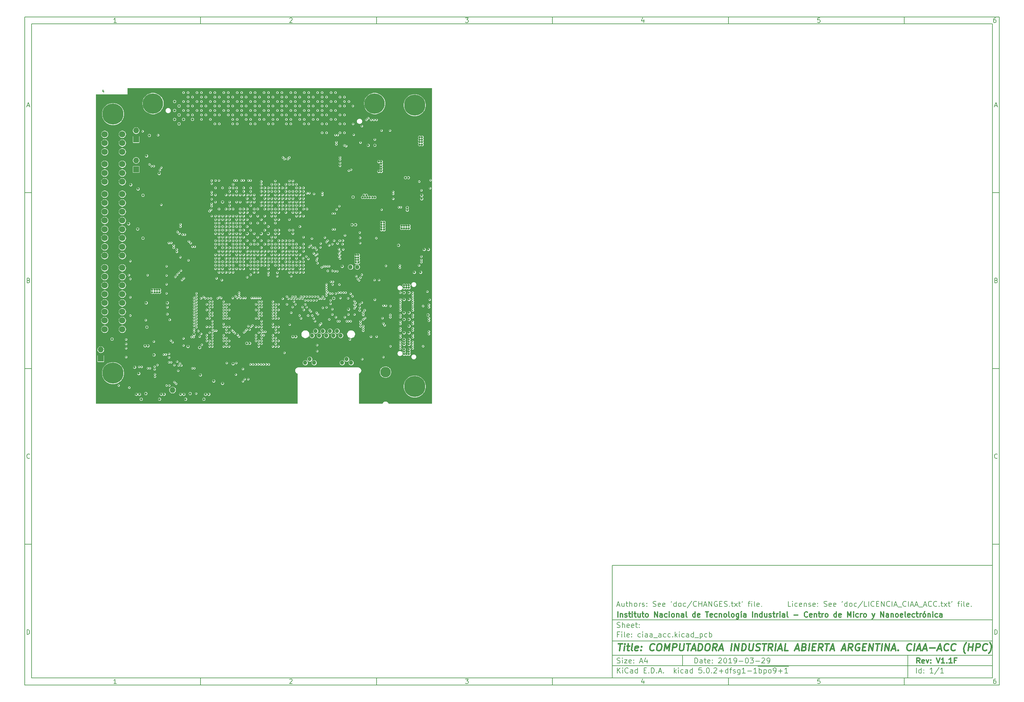
<source format=gbr>
G04 #@! TF.GenerationSoftware,KiCad,Pcbnew,5.0.2+dfsg1-1~bpo9+1*
G04 #@! TF.CreationDate,2019-03-29T14:07:48-03:00*
G04 #@! TF.ProjectId,ciaa_acc,63696161-5f61-4636-932e-6b696361645f,V1.1F*
G04 #@! TF.SameCoordinates,Original*
G04 #@! TF.FileFunction,Copper,L4,Inr*
G04 #@! TF.FilePolarity,Positive*
%FSLAX46Y46*%
G04 Gerber Fmt 4.6, Leading zero omitted, Abs format (unit mm)*
G04 Created by KiCad (PCBNEW 5.0.2+dfsg1-1~bpo9+1) date Fri 29 Mar 2019 02:07:48 PM -03*
%MOMM*%
%LPD*%
G01*
G04 APERTURE LIST*
%ADD10C,0.101600*%
%ADD11C,0.150000*%
%ADD12C,0.300000*%
%ADD13C,0.400000*%
G04 #@! TA.AperFunction,NonConductor*
%ADD14C,0.127000*%
G04 #@! TD*
G04 #@! TA.AperFunction,ViaPad*
%ADD15R,0.800000X0.800000*%
G04 #@! TD*
G04 #@! TA.AperFunction,ViaPad*
%ADD16O,1.200000X1.800000*%
G04 #@! TD*
G04 #@! TA.AperFunction,ViaPad*
%ADD17C,1.200000*%
G04 #@! TD*
G04 #@! TA.AperFunction,ViaPad*
%ADD18C,5.800000*%
G04 #@! TD*
G04 #@! TA.AperFunction,ViaPad*
%ADD19R,1.600000X1.600000*%
G04 #@! TD*
G04 #@! TA.AperFunction,ViaPad*
%ADD20C,1.778000*%
G04 #@! TD*
G04 #@! TA.AperFunction,ViaPad*
%ADD21R,1.651000X1.651000*%
G04 #@! TD*
G04 #@! TA.AperFunction,ViaPad*
%ADD22O,1.651000X1.651000*%
G04 #@! TD*
G04 #@! TA.AperFunction,ViaPad*
%ADD23R,0.750000X0.900000*%
G04 #@! TD*
G04 #@! TA.AperFunction,ViaPad*
%ADD24R,1.080000X0.780000*%
G04 #@! TD*
G04 #@! TA.AperFunction,ViaPad*
%ADD25R,1.287500X1.287500*%
G04 #@! TD*
G04 #@! TA.AperFunction,ViaPad*
%ADD26R,1.000000X1.250000*%
G04 #@! TD*
G04 #@! TA.AperFunction,ViaPad*
%ADD27R,1.250000X1.250000*%
G04 #@! TD*
G04 #@! TA.AperFunction,ViaPad*
%ADD28R,1.000000X1.000000*%
G04 #@! TD*
G04 #@! TA.AperFunction,ViaPad*
%ADD29R,1.500000X1.500000*%
G04 #@! TD*
G04 #@! TA.AperFunction,ViaPad*
%ADD30C,1.800000*%
G04 #@! TD*
G04 #@! TA.AperFunction,ViaPad*
%ADD31C,3.000000*%
G04 #@! TD*
G04 #@! TA.AperFunction,ViaPad*
%ADD32O,1.400000X2.600000*%
G04 #@! TD*
G04 #@! TA.AperFunction,ViaPad*
%ADD33O,4.000000X2.000000*%
G04 #@! TD*
G04 #@! TA.AperFunction,ViaPad*
%ADD34C,6.000000*%
G04 #@! TD*
G04 #@! TA.AperFunction,ViaPad*
%ADD35C,0.635000*%
G04 #@! TD*
G04 #@! TA.AperFunction,ViaPad*
%ADD36C,0.406400*%
G04 #@! TD*
G04 #@! TA.AperFunction,ViaPad*
%ADD37C,0.457200*%
G04 #@! TD*
G04 #@! TA.AperFunction,ViaPad*
%ADD38C,1.270000*%
G04 #@! TD*
G04 #@! TA.AperFunction,Conductor*
%ADD39C,0.101600*%
G04 #@! TD*
G04 APERTURE END LIST*
D10*
D11*
X177002200Y-166007200D02*
X177002200Y-198007200D01*
X285002200Y-198007200D01*
X285002200Y-166007200D01*
X177002200Y-166007200D01*
D10*
D11*
X10000000Y-10000000D02*
X10000000Y-200007200D01*
X287002200Y-200007200D01*
X287002200Y-10000000D01*
X10000000Y-10000000D01*
D10*
D11*
X12000000Y-12000000D02*
X12000000Y-198007200D01*
X285002200Y-198007200D01*
X285002200Y-12000000D01*
X12000000Y-12000000D01*
D10*
D11*
X60000000Y-12000000D02*
X60000000Y-10000000D01*
D10*
D11*
X110000000Y-12000000D02*
X110000000Y-10000000D01*
D10*
D11*
X160000000Y-12000000D02*
X160000000Y-10000000D01*
D10*
D11*
X210000000Y-12000000D02*
X210000000Y-10000000D01*
D10*
D11*
X260000000Y-12000000D02*
X260000000Y-10000000D01*
D10*
D11*
X36065476Y-11588095D02*
X35322619Y-11588095D01*
X35694047Y-11588095D02*
X35694047Y-10288095D01*
X35570238Y-10473809D01*
X35446428Y-10597619D01*
X35322619Y-10659523D01*
D10*
D11*
X85322619Y-10411904D02*
X85384523Y-10350000D01*
X85508333Y-10288095D01*
X85817857Y-10288095D01*
X85941666Y-10350000D01*
X86003571Y-10411904D01*
X86065476Y-10535714D01*
X86065476Y-10659523D01*
X86003571Y-10845238D01*
X85260714Y-11588095D01*
X86065476Y-11588095D01*
D10*
D11*
X135260714Y-10288095D02*
X136065476Y-10288095D01*
X135632142Y-10783333D01*
X135817857Y-10783333D01*
X135941666Y-10845238D01*
X136003571Y-10907142D01*
X136065476Y-11030952D01*
X136065476Y-11340476D01*
X136003571Y-11464285D01*
X135941666Y-11526190D01*
X135817857Y-11588095D01*
X135446428Y-11588095D01*
X135322619Y-11526190D01*
X135260714Y-11464285D01*
D10*
D11*
X185941666Y-10721428D02*
X185941666Y-11588095D01*
X185632142Y-10226190D02*
X185322619Y-11154761D01*
X186127380Y-11154761D01*
D10*
D11*
X236003571Y-10288095D02*
X235384523Y-10288095D01*
X235322619Y-10907142D01*
X235384523Y-10845238D01*
X235508333Y-10783333D01*
X235817857Y-10783333D01*
X235941666Y-10845238D01*
X236003571Y-10907142D01*
X236065476Y-11030952D01*
X236065476Y-11340476D01*
X236003571Y-11464285D01*
X235941666Y-11526190D01*
X235817857Y-11588095D01*
X235508333Y-11588095D01*
X235384523Y-11526190D01*
X235322619Y-11464285D01*
D10*
D11*
X285941666Y-10288095D02*
X285694047Y-10288095D01*
X285570238Y-10350000D01*
X285508333Y-10411904D01*
X285384523Y-10597619D01*
X285322619Y-10845238D01*
X285322619Y-11340476D01*
X285384523Y-11464285D01*
X285446428Y-11526190D01*
X285570238Y-11588095D01*
X285817857Y-11588095D01*
X285941666Y-11526190D01*
X286003571Y-11464285D01*
X286065476Y-11340476D01*
X286065476Y-11030952D01*
X286003571Y-10907142D01*
X285941666Y-10845238D01*
X285817857Y-10783333D01*
X285570238Y-10783333D01*
X285446428Y-10845238D01*
X285384523Y-10907142D01*
X285322619Y-11030952D01*
D10*
D11*
X60000000Y-198007200D02*
X60000000Y-200007200D01*
D10*
D11*
X110000000Y-198007200D02*
X110000000Y-200007200D01*
D10*
D11*
X160000000Y-198007200D02*
X160000000Y-200007200D01*
D10*
D11*
X210000000Y-198007200D02*
X210000000Y-200007200D01*
D10*
D11*
X260000000Y-198007200D02*
X260000000Y-200007200D01*
D10*
D11*
X36065476Y-199595295D02*
X35322619Y-199595295D01*
X35694047Y-199595295D02*
X35694047Y-198295295D01*
X35570238Y-198481009D01*
X35446428Y-198604819D01*
X35322619Y-198666723D01*
D10*
D11*
X85322619Y-198419104D02*
X85384523Y-198357200D01*
X85508333Y-198295295D01*
X85817857Y-198295295D01*
X85941666Y-198357200D01*
X86003571Y-198419104D01*
X86065476Y-198542914D01*
X86065476Y-198666723D01*
X86003571Y-198852438D01*
X85260714Y-199595295D01*
X86065476Y-199595295D01*
D10*
D11*
X135260714Y-198295295D02*
X136065476Y-198295295D01*
X135632142Y-198790533D01*
X135817857Y-198790533D01*
X135941666Y-198852438D01*
X136003571Y-198914342D01*
X136065476Y-199038152D01*
X136065476Y-199347676D01*
X136003571Y-199471485D01*
X135941666Y-199533390D01*
X135817857Y-199595295D01*
X135446428Y-199595295D01*
X135322619Y-199533390D01*
X135260714Y-199471485D01*
D10*
D11*
X185941666Y-198728628D02*
X185941666Y-199595295D01*
X185632142Y-198233390D02*
X185322619Y-199161961D01*
X186127380Y-199161961D01*
D10*
D11*
X236003571Y-198295295D02*
X235384523Y-198295295D01*
X235322619Y-198914342D01*
X235384523Y-198852438D01*
X235508333Y-198790533D01*
X235817857Y-198790533D01*
X235941666Y-198852438D01*
X236003571Y-198914342D01*
X236065476Y-199038152D01*
X236065476Y-199347676D01*
X236003571Y-199471485D01*
X235941666Y-199533390D01*
X235817857Y-199595295D01*
X235508333Y-199595295D01*
X235384523Y-199533390D01*
X235322619Y-199471485D01*
D10*
D11*
X285941666Y-198295295D02*
X285694047Y-198295295D01*
X285570238Y-198357200D01*
X285508333Y-198419104D01*
X285384523Y-198604819D01*
X285322619Y-198852438D01*
X285322619Y-199347676D01*
X285384523Y-199471485D01*
X285446428Y-199533390D01*
X285570238Y-199595295D01*
X285817857Y-199595295D01*
X285941666Y-199533390D01*
X286003571Y-199471485D01*
X286065476Y-199347676D01*
X286065476Y-199038152D01*
X286003571Y-198914342D01*
X285941666Y-198852438D01*
X285817857Y-198790533D01*
X285570238Y-198790533D01*
X285446428Y-198852438D01*
X285384523Y-198914342D01*
X285322619Y-199038152D01*
D10*
D11*
X10000000Y-60000000D02*
X12000000Y-60000000D01*
D10*
D11*
X10000000Y-110000000D02*
X12000000Y-110000000D01*
D10*
D11*
X10000000Y-160000000D02*
X12000000Y-160000000D01*
D10*
D11*
X10690476Y-35216666D02*
X11309523Y-35216666D01*
X10566666Y-35588095D02*
X11000000Y-34288095D01*
X11433333Y-35588095D01*
D10*
D11*
X11092857Y-84907142D02*
X11278571Y-84969047D01*
X11340476Y-85030952D01*
X11402380Y-85154761D01*
X11402380Y-85340476D01*
X11340476Y-85464285D01*
X11278571Y-85526190D01*
X11154761Y-85588095D01*
X10659523Y-85588095D01*
X10659523Y-84288095D01*
X11092857Y-84288095D01*
X11216666Y-84350000D01*
X11278571Y-84411904D01*
X11340476Y-84535714D01*
X11340476Y-84659523D01*
X11278571Y-84783333D01*
X11216666Y-84845238D01*
X11092857Y-84907142D01*
X10659523Y-84907142D01*
D10*
D11*
X11402380Y-135464285D02*
X11340476Y-135526190D01*
X11154761Y-135588095D01*
X11030952Y-135588095D01*
X10845238Y-135526190D01*
X10721428Y-135402380D01*
X10659523Y-135278571D01*
X10597619Y-135030952D01*
X10597619Y-134845238D01*
X10659523Y-134597619D01*
X10721428Y-134473809D01*
X10845238Y-134350000D01*
X11030952Y-134288095D01*
X11154761Y-134288095D01*
X11340476Y-134350000D01*
X11402380Y-134411904D01*
D10*
D11*
X10659523Y-185588095D02*
X10659523Y-184288095D01*
X10969047Y-184288095D01*
X11154761Y-184350000D01*
X11278571Y-184473809D01*
X11340476Y-184597619D01*
X11402380Y-184845238D01*
X11402380Y-185030952D01*
X11340476Y-185278571D01*
X11278571Y-185402380D01*
X11154761Y-185526190D01*
X10969047Y-185588095D01*
X10659523Y-185588095D01*
D10*
D11*
X287002200Y-60000000D02*
X285002200Y-60000000D01*
D10*
D11*
X287002200Y-110000000D02*
X285002200Y-110000000D01*
D10*
D11*
X287002200Y-160000000D02*
X285002200Y-160000000D01*
D10*
D11*
X285692676Y-35216666D02*
X286311723Y-35216666D01*
X285568866Y-35588095D02*
X286002200Y-34288095D01*
X286435533Y-35588095D01*
D10*
D11*
X286095057Y-84907142D02*
X286280771Y-84969047D01*
X286342676Y-85030952D01*
X286404580Y-85154761D01*
X286404580Y-85340476D01*
X286342676Y-85464285D01*
X286280771Y-85526190D01*
X286156961Y-85588095D01*
X285661723Y-85588095D01*
X285661723Y-84288095D01*
X286095057Y-84288095D01*
X286218866Y-84350000D01*
X286280771Y-84411904D01*
X286342676Y-84535714D01*
X286342676Y-84659523D01*
X286280771Y-84783333D01*
X286218866Y-84845238D01*
X286095057Y-84907142D01*
X285661723Y-84907142D01*
D10*
D11*
X286404580Y-135464285D02*
X286342676Y-135526190D01*
X286156961Y-135588095D01*
X286033152Y-135588095D01*
X285847438Y-135526190D01*
X285723628Y-135402380D01*
X285661723Y-135278571D01*
X285599819Y-135030952D01*
X285599819Y-134845238D01*
X285661723Y-134597619D01*
X285723628Y-134473809D01*
X285847438Y-134350000D01*
X286033152Y-134288095D01*
X286156961Y-134288095D01*
X286342676Y-134350000D01*
X286404580Y-134411904D01*
D10*
D11*
X285661723Y-185588095D02*
X285661723Y-184288095D01*
X285971247Y-184288095D01*
X286156961Y-184350000D01*
X286280771Y-184473809D01*
X286342676Y-184597619D01*
X286404580Y-184845238D01*
X286404580Y-185030952D01*
X286342676Y-185278571D01*
X286280771Y-185402380D01*
X286156961Y-185526190D01*
X285971247Y-185588095D01*
X285661723Y-185588095D01*
D10*
D11*
X200434342Y-193785771D02*
X200434342Y-192285771D01*
X200791485Y-192285771D01*
X201005771Y-192357200D01*
X201148628Y-192500057D01*
X201220057Y-192642914D01*
X201291485Y-192928628D01*
X201291485Y-193142914D01*
X201220057Y-193428628D01*
X201148628Y-193571485D01*
X201005771Y-193714342D01*
X200791485Y-193785771D01*
X200434342Y-193785771D01*
X202577200Y-193785771D02*
X202577200Y-193000057D01*
X202505771Y-192857200D01*
X202362914Y-192785771D01*
X202077200Y-192785771D01*
X201934342Y-192857200D01*
X202577200Y-193714342D02*
X202434342Y-193785771D01*
X202077200Y-193785771D01*
X201934342Y-193714342D01*
X201862914Y-193571485D01*
X201862914Y-193428628D01*
X201934342Y-193285771D01*
X202077200Y-193214342D01*
X202434342Y-193214342D01*
X202577200Y-193142914D01*
X203077200Y-192785771D02*
X203648628Y-192785771D01*
X203291485Y-192285771D02*
X203291485Y-193571485D01*
X203362914Y-193714342D01*
X203505771Y-193785771D01*
X203648628Y-193785771D01*
X204720057Y-193714342D02*
X204577200Y-193785771D01*
X204291485Y-193785771D01*
X204148628Y-193714342D01*
X204077200Y-193571485D01*
X204077200Y-193000057D01*
X204148628Y-192857200D01*
X204291485Y-192785771D01*
X204577200Y-192785771D01*
X204720057Y-192857200D01*
X204791485Y-193000057D01*
X204791485Y-193142914D01*
X204077200Y-193285771D01*
X205434342Y-193642914D02*
X205505771Y-193714342D01*
X205434342Y-193785771D01*
X205362914Y-193714342D01*
X205434342Y-193642914D01*
X205434342Y-193785771D01*
X205434342Y-192857200D02*
X205505771Y-192928628D01*
X205434342Y-193000057D01*
X205362914Y-192928628D01*
X205434342Y-192857200D01*
X205434342Y-193000057D01*
X207220057Y-192428628D02*
X207291485Y-192357200D01*
X207434342Y-192285771D01*
X207791485Y-192285771D01*
X207934342Y-192357200D01*
X208005771Y-192428628D01*
X208077200Y-192571485D01*
X208077200Y-192714342D01*
X208005771Y-192928628D01*
X207148628Y-193785771D01*
X208077200Y-193785771D01*
X209005771Y-192285771D02*
X209148628Y-192285771D01*
X209291485Y-192357200D01*
X209362914Y-192428628D01*
X209434342Y-192571485D01*
X209505771Y-192857200D01*
X209505771Y-193214342D01*
X209434342Y-193500057D01*
X209362914Y-193642914D01*
X209291485Y-193714342D01*
X209148628Y-193785771D01*
X209005771Y-193785771D01*
X208862914Y-193714342D01*
X208791485Y-193642914D01*
X208720057Y-193500057D01*
X208648628Y-193214342D01*
X208648628Y-192857200D01*
X208720057Y-192571485D01*
X208791485Y-192428628D01*
X208862914Y-192357200D01*
X209005771Y-192285771D01*
X210934342Y-193785771D02*
X210077200Y-193785771D01*
X210505771Y-193785771D02*
X210505771Y-192285771D01*
X210362914Y-192500057D01*
X210220057Y-192642914D01*
X210077200Y-192714342D01*
X211648628Y-193785771D02*
X211934342Y-193785771D01*
X212077200Y-193714342D01*
X212148628Y-193642914D01*
X212291485Y-193428628D01*
X212362914Y-193142914D01*
X212362914Y-192571485D01*
X212291485Y-192428628D01*
X212220057Y-192357200D01*
X212077200Y-192285771D01*
X211791485Y-192285771D01*
X211648628Y-192357200D01*
X211577200Y-192428628D01*
X211505771Y-192571485D01*
X211505771Y-192928628D01*
X211577200Y-193071485D01*
X211648628Y-193142914D01*
X211791485Y-193214342D01*
X212077200Y-193214342D01*
X212220057Y-193142914D01*
X212291485Y-193071485D01*
X212362914Y-192928628D01*
X213005771Y-193214342D02*
X214148628Y-193214342D01*
X215148628Y-192285771D02*
X215291485Y-192285771D01*
X215434342Y-192357200D01*
X215505771Y-192428628D01*
X215577200Y-192571485D01*
X215648628Y-192857200D01*
X215648628Y-193214342D01*
X215577200Y-193500057D01*
X215505771Y-193642914D01*
X215434342Y-193714342D01*
X215291485Y-193785771D01*
X215148628Y-193785771D01*
X215005771Y-193714342D01*
X214934342Y-193642914D01*
X214862914Y-193500057D01*
X214791485Y-193214342D01*
X214791485Y-192857200D01*
X214862914Y-192571485D01*
X214934342Y-192428628D01*
X215005771Y-192357200D01*
X215148628Y-192285771D01*
X216148628Y-192285771D02*
X217077200Y-192285771D01*
X216577200Y-192857200D01*
X216791485Y-192857200D01*
X216934342Y-192928628D01*
X217005771Y-193000057D01*
X217077200Y-193142914D01*
X217077200Y-193500057D01*
X217005771Y-193642914D01*
X216934342Y-193714342D01*
X216791485Y-193785771D01*
X216362914Y-193785771D01*
X216220057Y-193714342D01*
X216148628Y-193642914D01*
X217720057Y-193214342D02*
X218862914Y-193214342D01*
X219505771Y-192428628D02*
X219577200Y-192357200D01*
X219720057Y-192285771D01*
X220077200Y-192285771D01*
X220220057Y-192357200D01*
X220291485Y-192428628D01*
X220362914Y-192571485D01*
X220362914Y-192714342D01*
X220291485Y-192928628D01*
X219434342Y-193785771D01*
X220362914Y-193785771D01*
X221077200Y-193785771D02*
X221362914Y-193785771D01*
X221505771Y-193714342D01*
X221577200Y-193642914D01*
X221720057Y-193428628D01*
X221791485Y-193142914D01*
X221791485Y-192571485D01*
X221720057Y-192428628D01*
X221648628Y-192357200D01*
X221505771Y-192285771D01*
X221220057Y-192285771D01*
X221077200Y-192357200D01*
X221005771Y-192428628D01*
X220934342Y-192571485D01*
X220934342Y-192928628D01*
X221005771Y-193071485D01*
X221077200Y-193142914D01*
X221220057Y-193214342D01*
X221505771Y-193214342D01*
X221648628Y-193142914D01*
X221720057Y-193071485D01*
X221791485Y-192928628D01*
D10*
D11*
X177002200Y-194507200D02*
X285002200Y-194507200D01*
D10*
D11*
X178434342Y-196585771D02*
X178434342Y-195085771D01*
X179291485Y-196585771D02*
X178648628Y-195728628D01*
X179291485Y-195085771D02*
X178434342Y-195942914D01*
X179934342Y-196585771D02*
X179934342Y-195585771D01*
X179934342Y-195085771D02*
X179862914Y-195157200D01*
X179934342Y-195228628D01*
X180005771Y-195157200D01*
X179934342Y-195085771D01*
X179934342Y-195228628D01*
X181505771Y-196442914D02*
X181434342Y-196514342D01*
X181220057Y-196585771D01*
X181077200Y-196585771D01*
X180862914Y-196514342D01*
X180720057Y-196371485D01*
X180648628Y-196228628D01*
X180577200Y-195942914D01*
X180577200Y-195728628D01*
X180648628Y-195442914D01*
X180720057Y-195300057D01*
X180862914Y-195157200D01*
X181077200Y-195085771D01*
X181220057Y-195085771D01*
X181434342Y-195157200D01*
X181505771Y-195228628D01*
X182791485Y-196585771D02*
X182791485Y-195800057D01*
X182720057Y-195657200D01*
X182577200Y-195585771D01*
X182291485Y-195585771D01*
X182148628Y-195657200D01*
X182791485Y-196514342D02*
X182648628Y-196585771D01*
X182291485Y-196585771D01*
X182148628Y-196514342D01*
X182077200Y-196371485D01*
X182077200Y-196228628D01*
X182148628Y-196085771D01*
X182291485Y-196014342D01*
X182648628Y-196014342D01*
X182791485Y-195942914D01*
X184148628Y-196585771D02*
X184148628Y-195085771D01*
X184148628Y-196514342D02*
X184005771Y-196585771D01*
X183720057Y-196585771D01*
X183577200Y-196514342D01*
X183505771Y-196442914D01*
X183434342Y-196300057D01*
X183434342Y-195871485D01*
X183505771Y-195728628D01*
X183577200Y-195657200D01*
X183720057Y-195585771D01*
X184005771Y-195585771D01*
X184148628Y-195657200D01*
X186005771Y-195800057D02*
X186505771Y-195800057D01*
X186720057Y-196585771D02*
X186005771Y-196585771D01*
X186005771Y-195085771D01*
X186720057Y-195085771D01*
X187362914Y-196442914D02*
X187434342Y-196514342D01*
X187362914Y-196585771D01*
X187291485Y-196514342D01*
X187362914Y-196442914D01*
X187362914Y-196585771D01*
X188077200Y-196585771D02*
X188077200Y-195085771D01*
X188434342Y-195085771D01*
X188648628Y-195157200D01*
X188791485Y-195300057D01*
X188862914Y-195442914D01*
X188934342Y-195728628D01*
X188934342Y-195942914D01*
X188862914Y-196228628D01*
X188791485Y-196371485D01*
X188648628Y-196514342D01*
X188434342Y-196585771D01*
X188077200Y-196585771D01*
X189577200Y-196442914D02*
X189648628Y-196514342D01*
X189577200Y-196585771D01*
X189505771Y-196514342D01*
X189577200Y-196442914D01*
X189577200Y-196585771D01*
X190220057Y-196157200D02*
X190934342Y-196157200D01*
X190077200Y-196585771D02*
X190577200Y-195085771D01*
X191077200Y-196585771D01*
X191577200Y-196442914D02*
X191648628Y-196514342D01*
X191577200Y-196585771D01*
X191505771Y-196514342D01*
X191577200Y-196442914D01*
X191577200Y-196585771D01*
X194577200Y-196585771D02*
X194577200Y-195085771D01*
X194720057Y-196014342D02*
X195148628Y-196585771D01*
X195148628Y-195585771D02*
X194577200Y-196157200D01*
X195791485Y-196585771D02*
X195791485Y-195585771D01*
X195791485Y-195085771D02*
X195720057Y-195157200D01*
X195791485Y-195228628D01*
X195862914Y-195157200D01*
X195791485Y-195085771D01*
X195791485Y-195228628D01*
X197148628Y-196514342D02*
X197005771Y-196585771D01*
X196720057Y-196585771D01*
X196577200Y-196514342D01*
X196505771Y-196442914D01*
X196434342Y-196300057D01*
X196434342Y-195871485D01*
X196505771Y-195728628D01*
X196577200Y-195657200D01*
X196720057Y-195585771D01*
X197005771Y-195585771D01*
X197148628Y-195657200D01*
X198434342Y-196585771D02*
X198434342Y-195800057D01*
X198362914Y-195657200D01*
X198220057Y-195585771D01*
X197934342Y-195585771D01*
X197791485Y-195657200D01*
X198434342Y-196514342D02*
X198291485Y-196585771D01*
X197934342Y-196585771D01*
X197791485Y-196514342D01*
X197720057Y-196371485D01*
X197720057Y-196228628D01*
X197791485Y-196085771D01*
X197934342Y-196014342D01*
X198291485Y-196014342D01*
X198434342Y-195942914D01*
X199791485Y-196585771D02*
X199791485Y-195085771D01*
X199791485Y-196514342D02*
X199648628Y-196585771D01*
X199362914Y-196585771D01*
X199220057Y-196514342D01*
X199148628Y-196442914D01*
X199077200Y-196300057D01*
X199077200Y-195871485D01*
X199148628Y-195728628D01*
X199220057Y-195657200D01*
X199362914Y-195585771D01*
X199648628Y-195585771D01*
X199791485Y-195657200D01*
X202362914Y-195085771D02*
X201648628Y-195085771D01*
X201577200Y-195800057D01*
X201648628Y-195728628D01*
X201791485Y-195657200D01*
X202148628Y-195657200D01*
X202291485Y-195728628D01*
X202362914Y-195800057D01*
X202434342Y-195942914D01*
X202434342Y-196300057D01*
X202362914Y-196442914D01*
X202291485Y-196514342D01*
X202148628Y-196585771D01*
X201791485Y-196585771D01*
X201648628Y-196514342D01*
X201577200Y-196442914D01*
X203077200Y-196442914D02*
X203148628Y-196514342D01*
X203077200Y-196585771D01*
X203005771Y-196514342D01*
X203077200Y-196442914D01*
X203077200Y-196585771D01*
X204077200Y-195085771D02*
X204220057Y-195085771D01*
X204362914Y-195157200D01*
X204434342Y-195228628D01*
X204505771Y-195371485D01*
X204577200Y-195657200D01*
X204577200Y-196014342D01*
X204505771Y-196300057D01*
X204434342Y-196442914D01*
X204362914Y-196514342D01*
X204220057Y-196585771D01*
X204077200Y-196585771D01*
X203934342Y-196514342D01*
X203862914Y-196442914D01*
X203791485Y-196300057D01*
X203720057Y-196014342D01*
X203720057Y-195657200D01*
X203791485Y-195371485D01*
X203862914Y-195228628D01*
X203934342Y-195157200D01*
X204077200Y-195085771D01*
X205220057Y-196442914D02*
X205291485Y-196514342D01*
X205220057Y-196585771D01*
X205148628Y-196514342D01*
X205220057Y-196442914D01*
X205220057Y-196585771D01*
X205862914Y-195228628D02*
X205934342Y-195157200D01*
X206077200Y-195085771D01*
X206434342Y-195085771D01*
X206577200Y-195157200D01*
X206648628Y-195228628D01*
X206720057Y-195371485D01*
X206720057Y-195514342D01*
X206648628Y-195728628D01*
X205791485Y-196585771D01*
X206720057Y-196585771D01*
X207362914Y-196014342D02*
X208505771Y-196014342D01*
X207934342Y-196585771D02*
X207934342Y-195442914D01*
X209862914Y-196585771D02*
X209862914Y-195085771D01*
X209862914Y-196514342D02*
X209720057Y-196585771D01*
X209434342Y-196585771D01*
X209291485Y-196514342D01*
X209220057Y-196442914D01*
X209148628Y-196300057D01*
X209148628Y-195871485D01*
X209220057Y-195728628D01*
X209291485Y-195657200D01*
X209434342Y-195585771D01*
X209720057Y-195585771D01*
X209862914Y-195657200D01*
X210362914Y-195585771D02*
X210934342Y-195585771D01*
X210577200Y-196585771D02*
X210577200Y-195300057D01*
X210648628Y-195157200D01*
X210791485Y-195085771D01*
X210934342Y-195085771D01*
X211362914Y-196514342D02*
X211505771Y-196585771D01*
X211791485Y-196585771D01*
X211934342Y-196514342D01*
X212005771Y-196371485D01*
X212005771Y-196300057D01*
X211934342Y-196157200D01*
X211791485Y-196085771D01*
X211577200Y-196085771D01*
X211434342Y-196014342D01*
X211362914Y-195871485D01*
X211362914Y-195800057D01*
X211434342Y-195657200D01*
X211577200Y-195585771D01*
X211791485Y-195585771D01*
X211934342Y-195657200D01*
X213291485Y-195585771D02*
X213291485Y-196800057D01*
X213220057Y-196942914D01*
X213148628Y-197014342D01*
X213005771Y-197085771D01*
X212791485Y-197085771D01*
X212648628Y-197014342D01*
X213291485Y-196514342D02*
X213148628Y-196585771D01*
X212862914Y-196585771D01*
X212720057Y-196514342D01*
X212648628Y-196442914D01*
X212577200Y-196300057D01*
X212577200Y-195871485D01*
X212648628Y-195728628D01*
X212720057Y-195657200D01*
X212862914Y-195585771D01*
X213148628Y-195585771D01*
X213291485Y-195657200D01*
X214791485Y-196585771D02*
X213934342Y-196585771D01*
X214362914Y-196585771D02*
X214362914Y-195085771D01*
X214220057Y-195300057D01*
X214077200Y-195442914D01*
X213934342Y-195514342D01*
X215434342Y-196014342D02*
X216577200Y-196014342D01*
X218077200Y-196585771D02*
X217220057Y-196585771D01*
X217648628Y-196585771D02*
X217648628Y-195085771D01*
X217505771Y-195300057D01*
X217362914Y-195442914D01*
X217220057Y-195514342D01*
X218362914Y-194677200D02*
X219720057Y-194677200D01*
X218720057Y-196585771D02*
X218720057Y-195085771D01*
X218720057Y-195657200D02*
X218862914Y-195585771D01*
X219148628Y-195585771D01*
X219291485Y-195657200D01*
X219362914Y-195728628D01*
X219434342Y-195871485D01*
X219434342Y-196300057D01*
X219362914Y-196442914D01*
X219291485Y-196514342D01*
X219148628Y-196585771D01*
X218862914Y-196585771D01*
X218720057Y-196514342D01*
X219720057Y-194677200D02*
X221077200Y-194677200D01*
X220077200Y-195585771D02*
X220077200Y-197085771D01*
X220077200Y-195657200D02*
X220220057Y-195585771D01*
X220505771Y-195585771D01*
X220648628Y-195657200D01*
X220720057Y-195728628D01*
X220791485Y-195871485D01*
X220791485Y-196300057D01*
X220720057Y-196442914D01*
X220648628Y-196514342D01*
X220505771Y-196585771D01*
X220220057Y-196585771D01*
X220077200Y-196514342D01*
X221077200Y-194677200D02*
X222434342Y-194677200D01*
X221648628Y-196585771D02*
X221505771Y-196514342D01*
X221434342Y-196442914D01*
X221362914Y-196300057D01*
X221362914Y-195871485D01*
X221434342Y-195728628D01*
X221505771Y-195657200D01*
X221648628Y-195585771D01*
X221862914Y-195585771D01*
X222005771Y-195657200D01*
X222077200Y-195728628D01*
X222148628Y-195871485D01*
X222148628Y-196300057D01*
X222077200Y-196442914D01*
X222005771Y-196514342D01*
X221862914Y-196585771D01*
X221648628Y-196585771D01*
X222434342Y-194677200D02*
X223862914Y-194677200D01*
X222862914Y-196585771D02*
X223148628Y-196585771D01*
X223291485Y-196514342D01*
X223362914Y-196442914D01*
X223505771Y-196228628D01*
X223577200Y-195942914D01*
X223577200Y-195371485D01*
X223505771Y-195228628D01*
X223434342Y-195157200D01*
X223291485Y-195085771D01*
X223005771Y-195085771D01*
X222862914Y-195157200D01*
X222791485Y-195228628D01*
X222720057Y-195371485D01*
X222720057Y-195728628D01*
X222791485Y-195871485D01*
X222862914Y-195942914D01*
X223005771Y-196014342D01*
X223291485Y-196014342D01*
X223434342Y-195942914D01*
X223505771Y-195871485D01*
X223577200Y-195728628D01*
X223862914Y-194677200D02*
X225720057Y-194677200D01*
X224220057Y-196014342D02*
X225362914Y-196014342D01*
X224791485Y-196585771D02*
X224791485Y-195442914D01*
X225720057Y-194677200D02*
X227148628Y-194677200D01*
X226862914Y-196585771D02*
X226005771Y-196585771D01*
X226434342Y-196585771D02*
X226434342Y-195085771D01*
X226291485Y-195300057D01*
X226148628Y-195442914D01*
X226005771Y-195514342D01*
D10*
D11*
X177002200Y-191507200D02*
X285002200Y-191507200D01*
D10*
D12*
X264411485Y-193785771D02*
X263911485Y-193071485D01*
X263554342Y-193785771D02*
X263554342Y-192285771D01*
X264125771Y-192285771D01*
X264268628Y-192357200D01*
X264340057Y-192428628D01*
X264411485Y-192571485D01*
X264411485Y-192785771D01*
X264340057Y-192928628D01*
X264268628Y-193000057D01*
X264125771Y-193071485D01*
X263554342Y-193071485D01*
X265625771Y-193714342D02*
X265482914Y-193785771D01*
X265197200Y-193785771D01*
X265054342Y-193714342D01*
X264982914Y-193571485D01*
X264982914Y-193000057D01*
X265054342Y-192857200D01*
X265197200Y-192785771D01*
X265482914Y-192785771D01*
X265625771Y-192857200D01*
X265697200Y-193000057D01*
X265697200Y-193142914D01*
X264982914Y-193285771D01*
X266197200Y-192785771D02*
X266554342Y-193785771D01*
X266911485Y-192785771D01*
X267482914Y-193642914D02*
X267554342Y-193714342D01*
X267482914Y-193785771D01*
X267411485Y-193714342D01*
X267482914Y-193642914D01*
X267482914Y-193785771D01*
X267482914Y-192857200D02*
X267554342Y-192928628D01*
X267482914Y-193000057D01*
X267411485Y-192928628D01*
X267482914Y-192857200D01*
X267482914Y-193000057D01*
X269125771Y-192285771D02*
X269625771Y-193785771D01*
X270125771Y-192285771D01*
X271411485Y-193785771D02*
X270554342Y-193785771D01*
X270982914Y-193785771D02*
X270982914Y-192285771D01*
X270840057Y-192500057D01*
X270697200Y-192642914D01*
X270554342Y-192714342D01*
X272054342Y-193642914D02*
X272125771Y-193714342D01*
X272054342Y-193785771D01*
X271982914Y-193714342D01*
X272054342Y-193642914D01*
X272054342Y-193785771D01*
X273554342Y-193785771D02*
X272697200Y-193785771D01*
X273125771Y-193785771D02*
X273125771Y-192285771D01*
X272982914Y-192500057D01*
X272840057Y-192642914D01*
X272697200Y-192714342D01*
X274697200Y-193000057D02*
X274197200Y-193000057D01*
X274197200Y-193785771D02*
X274197200Y-192285771D01*
X274911485Y-192285771D01*
D10*
D11*
X178362914Y-193714342D02*
X178577200Y-193785771D01*
X178934342Y-193785771D01*
X179077200Y-193714342D01*
X179148628Y-193642914D01*
X179220057Y-193500057D01*
X179220057Y-193357200D01*
X179148628Y-193214342D01*
X179077200Y-193142914D01*
X178934342Y-193071485D01*
X178648628Y-193000057D01*
X178505771Y-192928628D01*
X178434342Y-192857200D01*
X178362914Y-192714342D01*
X178362914Y-192571485D01*
X178434342Y-192428628D01*
X178505771Y-192357200D01*
X178648628Y-192285771D01*
X179005771Y-192285771D01*
X179220057Y-192357200D01*
X179862914Y-193785771D02*
X179862914Y-192785771D01*
X179862914Y-192285771D02*
X179791485Y-192357200D01*
X179862914Y-192428628D01*
X179934342Y-192357200D01*
X179862914Y-192285771D01*
X179862914Y-192428628D01*
X180434342Y-192785771D02*
X181220057Y-192785771D01*
X180434342Y-193785771D01*
X181220057Y-193785771D01*
X182362914Y-193714342D02*
X182220057Y-193785771D01*
X181934342Y-193785771D01*
X181791485Y-193714342D01*
X181720057Y-193571485D01*
X181720057Y-193000057D01*
X181791485Y-192857200D01*
X181934342Y-192785771D01*
X182220057Y-192785771D01*
X182362914Y-192857200D01*
X182434342Y-193000057D01*
X182434342Y-193142914D01*
X181720057Y-193285771D01*
X183077200Y-193642914D02*
X183148628Y-193714342D01*
X183077200Y-193785771D01*
X183005771Y-193714342D01*
X183077200Y-193642914D01*
X183077200Y-193785771D01*
X183077200Y-192857200D02*
X183148628Y-192928628D01*
X183077200Y-193000057D01*
X183005771Y-192928628D01*
X183077200Y-192857200D01*
X183077200Y-193000057D01*
X184862914Y-193357200D02*
X185577200Y-193357200D01*
X184720057Y-193785771D02*
X185220057Y-192285771D01*
X185720057Y-193785771D01*
X186862914Y-192785771D02*
X186862914Y-193785771D01*
X186505771Y-192214342D02*
X186148628Y-193285771D01*
X187077200Y-193285771D01*
D10*
D11*
X263434342Y-196585771D02*
X263434342Y-195085771D01*
X264791485Y-196585771D02*
X264791485Y-195085771D01*
X264791485Y-196514342D02*
X264648628Y-196585771D01*
X264362914Y-196585771D01*
X264220057Y-196514342D01*
X264148628Y-196442914D01*
X264077200Y-196300057D01*
X264077200Y-195871485D01*
X264148628Y-195728628D01*
X264220057Y-195657200D01*
X264362914Y-195585771D01*
X264648628Y-195585771D01*
X264791485Y-195657200D01*
X265505771Y-196442914D02*
X265577200Y-196514342D01*
X265505771Y-196585771D01*
X265434342Y-196514342D01*
X265505771Y-196442914D01*
X265505771Y-196585771D01*
X265505771Y-195657200D02*
X265577200Y-195728628D01*
X265505771Y-195800057D01*
X265434342Y-195728628D01*
X265505771Y-195657200D01*
X265505771Y-195800057D01*
X268148628Y-196585771D02*
X267291485Y-196585771D01*
X267720057Y-196585771D02*
X267720057Y-195085771D01*
X267577200Y-195300057D01*
X267434342Y-195442914D01*
X267291485Y-195514342D01*
X269862914Y-195014342D02*
X268577200Y-196942914D01*
X271148628Y-196585771D02*
X270291485Y-196585771D01*
X270720057Y-196585771D02*
X270720057Y-195085771D01*
X270577200Y-195300057D01*
X270434342Y-195442914D01*
X270291485Y-195514342D01*
D10*
D11*
X177002200Y-187507200D02*
X285002200Y-187507200D01*
D10*
D13*
X178714580Y-188211961D02*
X179857438Y-188211961D01*
X179036009Y-190211961D02*
X179286009Y-188211961D01*
X180274104Y-190211961D02*
X180440771Y-188878628D01*
X180524104Y-188211961D02*
X180416961Y-188307200D01*
X180500295Y-188402438D01*
X180607438Y-188307200D01*
X180524104Y-188211961D01*
X180500295Y-188402438D01*
X181107438Y-188878628D02*
X181869342Y-188878628D01*
X181476485Y-188211961D02*
X181262200Y-189926247D01*
X181333628Y-190116723D01*
X181512200Y-190211961D01*
X181702676Y-190211961D01*
X182655057Y-190211961D02*
X182476485Y-190116723D01*
X182405057Y-189926247D01*
X182619342Y-188211961D01*
X184190771Y-190116723D02*
X183988390Y-190211961D01*
X183607438Y-190211961D01*
X183428866Y-190116723D01*
X183357438Y-189926247D01*
X183452676Y-189164342D01*
X183571723Y-188973866D01*
X183774104Y-188878628D01*
X184155057Y-188878628D01*
X184333628Y-188973866D01*
X184405057Y-189164342D01*
X184381247Y-189354819D01*
X183405057Y-189545295D01*
X185155057Y-190021485D02*
X185238390Y-190116723D01*
X185131247Y-190211961D01*
X185047914Y-190116723D01*
X185155057Y-190021485D01*
X185131247Y-190211961D01*
X185286009Y-188973866D02*
X185369342Y-189069104D01*
X185262200Y-189164342D01*
X185178866Y-189069104D01*
X185286009Y-188973866D01*
X185262200Y-189164342D01*
X188774104Y-190021485D02*
X188666961Y-190116723D01*
X188369342Y-190211961D01*
X188178866Y-190211961D01*
X187905057Y-190116723D01*
X187738390Y-189926247D01*
X187666961Y-189735771D01*
X187619342Y-189354819D01*
X187655057Y-189069104D01*
X187797914Y-188688152D01*
X187916961Y-188497676D01*
X188131247Y-188307200D01*
X188428866Y-188211961D01*
X188619342Y-188211961D01*
X188893152Y-188307200D01*
X188976485Y-188402438D01*
X190238390Y-188211961D02*
X190619342Y-188211961D01*
X190797914Y-188307200D01*
X190964580Y-188497676D01*
X191012200Y-188878628D01*
X190928866Y-189545295D01*
X190786009Y-189926247D01*
X190571723Y-190116723D01*
X190369342Y-190211961D01*
X189988390Y-190211961D01*
X189809819Y-190116723D01*
X189643152Y-189926247D01*
X189595533Y-189545295D01*
X189678866Y-188878628D01*
X189821723Y-188497676D01*
X190036009Y-188307200D01*
X190238390Y-188211961D01*
X191702676Y-190211961D02*
X191952676Y-188211961D01*
X192440771Y-189640533D01*
X193286009Y-188211961D01*
X193036009Y-190211961D01*
X193988390Y-190211961D02*
X194238390Y-188211961D01*
X195000295Y-188211961D01*
X195178866Y-188307200D01*
X195262200Y-188402438D01*
X195333628Y-188592914D01*
X195297914Y-188878628D01*
X195178866Y-189069104D01*
X195071723Y-189164342D01*
X194869342Y-189259580D01*
X194107438Y-189259580D01*
X196238390Y-188211961D02*
X196036009Y-189831009D01*
X196107438Y-190021485D01*
X196190771Y-190116723D01*
X196369342Y-190211961D01*
X196750295Y-190211961D01*
X196952676Y-190116723D01*
X197059819Y-190021485D01*
X197178866Y-189831009D01*
X197381247Y-188211961D01*
X198047914Y-188211961D02*
X199190771Y-188211961D01*
X198369342Y-190211961D02*
X198619342Y-188211961D01*
X199583628Y-189640533D02*
X200536009Y-189640533D01*
X199321723Y-190211961D02*
X200238390Y-188211961D01*
X200655057Y-190211961D01*
X201321723Y-190211961D02*
X201571723Y-188211961D01*
X202047914Y-188211961D01*
X202321723Y-188307200D01*
X202488390Y-188497676D01*
X202559819Y-188688152D01*
X202607438Y-189069104D01*
X202571723Y-189354819D01*
X202428866Y-189735771D01*
X202309819Y-189926247D01*
X202095533Y-190116723D01*
X201797914Y-190211961D01*
X201321723Y-190211961D01*
X203952676Y-188211961D02*
X204333628Y-188211961D01*
X204512200Y-188307200D01*
X204678866Y-188497676D01*
X204726485Y-188878628D01*
X204643152Y-189545295D01*
X204500295Y-189926247D01*
X204286009Y-190116723D01*
X204083628Y-190211961D01*
X203702676Y-190211961D01*
X203524104Y-190116723D01*
X203357438Y-189926247D01*
X203309819Y-189545295D01*
X203393152Y-188878628D01*
X203536009Y-188497676D01*
X203750295Y-188307200D01*
X203952676Y-188211961D01*
X206559819Y-190211961D02*
X206012200Y-189259580D01*
X205416961Y-190211961D02*
X205666961Y-188211961D01*
X206428866Y-188211961D01*
X206607438Y-188307200D01*
X206690771Y-188402438D01*
X206762200Y-188592914D01*
X206726485Y-188878628D01*
X206607438Y-189069104D01*
X206500295Y-189164342D01*
X206297914Y-189259580D01*
X205536009Y-189259580D01*
X207393152Y-189640533D02*
X208345533Y-189640533D01*
X207131247Y-190211961D02*
X208047914Y-188211961D01*
X208464580Y-190211961D01*
X210655057Y-190211961D02*
X210905057Y-188211961D01*
X211607438Y-190211961D02*
X211857438Y-188211961D01*
X212750295Y-190211961D01*
X213000295Y-188211961D01*
X213702676Y-190211961D02*
X213952676Y-188211961D01*
X214428866Y-188211961D01*
X214702676Y-188307200D01*
X214869342Y-188497676D01*
X214940771Y-188688152D01*
X214988390Y-189069104D01*
X214952676Y-189354819D01*
X214809819Y-189735771D01*
X214690771Y-189926247D01*
X214476485Y-190116723D01*
X214178866Y-190211961D01*
X213702676Y-190211961D01*
X215952676Y-188211961D02*
X215750295Y-189831009D01*
X215821723Y-190021485D01*
X215905057Y-190116723D01*
X216083628Y-190211961D01*
X216464580Y-190211961D01*
X216666961Y-190116723D01*
X216774104Y-190021485D01*
X216893152Y-189831009D01*
X217095533Y-188211961D01*
X217714580Y-190116723D02*
X217988390Y-190211961D01*
X218464580Y-190211961D01*
X218666961Y-190116723D01*
X218774104Y-190021485D01*
X218893152Y-189831009D01*
X218916961Y-189640533D01*
X218845533Y-189450057D01*
X218762200Y-189354819D01*
X218583628Y-189259580D01*
X218214580Y-189164342D01*
X218036009Y-189069104D01*
X217952676Y-188973866D01*
X217881247Y-188783390D01*
X217905057Y-188592914D01*
X218024104Y-188402438D01*
X218131247Y-188307200D01*
X218333628Y-188211961D01*
X218809819Y-188211961D01*
X219083628Y-188307200D01*
X219666961Y-188211961D02*
X220809819Y-188211961D01*
X219988390Y-190211961D02*
X220238390Y-188211961D01*
X222369342Y-190211961D02*
X221821723Y-189259580D01*
X221226485Y-190211961D02*
X221476485Y-188211961D01*
X222238390Y-188211961D01*
X222416961Y-188307200D01*
X222500295Y-188402438D01*
X222571723Y-188592914D01*
X222536009Y-188878628D01*
X222416961Y-189069104D01*
X222309819Y-189164342D01*
X222107438Y-189259580D01*
X221345533Y-189259580D01*
X223226485Y-190211961D02*
X223476485Y-188211961D01*
X224155057Y-189640533D02*
X225107438Y-189640533D01*
X223893152Y-190211961D02*
X224809819Y-188211961D01*
X225226485Y-190211961D01*
X226845533Y-190211961D02*
X225893152Y-190211961D01*
X226143152Y-188211961D01*
X229012200Y-189640533D02*
X229964580Y-189640533D01*
X228750295Y-190211961D02*
X229666961Y-188211961D01*
X230083628Y-190211961D01*
X231547914Y-189164342D02*
X231821723Y-189259580D01*
X231905057Y-189354819D01*
X231976485Y-189545295D01*
X231940771Y-189831009D01*
X231821723Y-190021485D01*
X231714580Y-190116723D01*
X231512200Y-190211961D01*
X230750295Y-190211961D01*
X231000295Y-188211961D01*
X231666961Y-188211961D01*
X231845533Y-188307200D01*
X231928866Y-188402438D01*
X232000295Y-188592914D01*
X231976485Y-188783390D01*
X231857438Y-188973866D01*
X231750295Y-189069104D01*
X231547914Y-189164342D01*
X230881247Y-189164342D01*
X232750295Y-190211961D02*
X233000295Y-188211961D01*
X233833628Y-189164342D02*
X234500295Y-189164342D01*
X234655057Y-190211961D02*
X233702676Y-190211961D01*
X233952676Y-188211961D01*
X234905057Y-188211961D01*
X236655057Y-190211961D02*
X236107438Y-189259580D01*
X235512200Y-190211961D02*
X235762200Y-188211961D01*
X236524104Y-188211961D01*
X236702676Y-188307200D01*
X236786009Y-188402438D01*
X236857438Y-188592914D01*
X236821723Y-188878628D01*
X236702676Y-189069104D01*
X236595533Y-189164342D01*
X236393152Y-189259580D01*
X235631247Y-189259580D01*
X237476485Y-188211961D02*
X238619342Y-188211961D01*
X237797914Y-190211961D02*
X238047914Y-188211961D01*
X239012200Y-189640533D02*
X239964580Y-189640533D01*
X238750295Y-190211961D02*
X239666961Y-188211961D01*
X240083628Y-190211961D01*
X242250295Y-189640533D02*
X243202676Y-189640533D01*
X241988390Y-190211961D02*
X242905057Y-188211961D01*
X243321723Y-190211961D01*
X245131247Y-190211961D02*
X244583628Y-189259580D01*
X243988390Y-190211961D02*
X244238390Y-188211961D01*
X245000295Y-188211961D01*
X245178866Y-188307200D01*
X245262200Y-188402438D01*
X245333628Y-188592914D01*
X245297914Y-188878628D01*
X245178866Y-189069104D01*
X245071723Y-189164342D01*
X244869342Y-189259580D01*
X244107438Y-189259580D01*
X247274104Y-188307200D02*
X247095533Y-188211961D01*
X246809819Y-188211961D01*
X246512200Y-188307200D01*
X246297914Y-188497676D01*
X246178866Y-188688152D01*
X246036009Y-189069104D01*
X246000295Y-189354819D01*
X246047914Y-189735771D01*
X246119342Y-189926247D01*
X246286009Y-190116723D01*
X246559819Y-190211961D01*
X246750295Y-190211961D01*
X247047914Y-190116723D01*
X247155057Y-190021485D01*
X247238390Y-189354819D01*
X246857438Y-189354819D01*
X248119342Y-189164342D02*
X248786009Y-189164342D01*
X248940771Y-190211961D02*
X247988390Y-190211961D01*
X248238390Y-188211961D01*
X249190771Y-188211961D01*
X249797914Y-190211961D02*
X250047914Y-188211961D01*
X250940771Y-190211961D01*
X251190771Y-188211961D01*
X251857438Y-188211961D02*
X253000295Y-188211961D01*
X252178866Y-190211961D02*
X252428866Y-188211961D01*
X253416961Y-190211961D02*
X253666961Y-188211961D01*
X254369342Y-190211961D02*
X254619342Y-188211961D01*
X255512199Y-190211961D01*
X255762199Y-188211961D01*
X256440771Y-189640533D02*
X257393152Y-189640533D01*
X256178866Y-190211961D02*
X257095533Y-188211961D01*
X257512199Y-190211961D01*
X258202676Y-190021485D02*
X258286009Y-190116723D01*
X258178866Y-190211961D01*
X258095533Y-190116723D01*
X258202676Y-190021485D01*
X258178866Y-190211961D01*
X261821723Y-190021485D02*
X261714580Y-190116723D01*
X261416961Y-190211961D01*
X261226485Y-190211961D01*
X260952676Y-190116723D01*
X260786009Y-189926247D01*
X260714580Y-189735771D01*
X260666961Y-189354819D01*
X260702676Y-189069104D01*
X260845533Y-188688152D01*
X260964580Y-188497676D01*
X261178866Y-188307200D01*
X261476485Y-188211961D01*
X261666961Y-188211961D01*
X261940771Y-188307200D01*
X262024104Y-188402438D01*
X262655057Y-190211961D02*
X262905057Y-188211961D01*
X263583628Y-189640533D02*
X264536009Y-189640533D01*
X263321723Y-190211961D02*
X264238390Y-188211961D01*
X264655057Y-190211961D01*
X265297914Y-189640533D02*
X266250295Y-189640533D01*
X265036009Y-190211961D02*
X265952676Y-188211961D01*
X266369342Y-190211961D01*
X267131247Y-189450057D02*
X268655057Y-189450057D01*
X269488390Y-189640533D02*
X270440771Y-189640533D01*
X269226485Y-190211961D02*
X270143152Y-188211961D01*
X270559819Y-190211961D01*
X272393152Y-190021485D02*
X272286009Y-190116723D01*
X271988390Y-190211961D01*
X271797914Y-190211961D01*
X271524104Y-190116723D01*
X271357438Y-189926247D01*
X271286009Y-189735771D01*
X271238390Y-189354819D01*
X271274104Y-189069104D01*
X271416961Y-188688152D01*
X271536009Y-188497676D01*
X271750295Y-188307200D01*
X272047914Y-188211961D01*
X272238390Y-188211961D01*
X272512200Y-188307200D01*
X272595533Y-188402438D01*
X274393152Y-190021485D02*
X274286009Y-190116723D01*
X273988390Y-190211961D01*
X273797914Y-190211961D01*
X273524104Y-190116723D01*
X273357438Y-189926247D01*
X273286009Y-189735771D01*
X273238390Y-189354819D01*
X273274104Y-189069104D01*
X273416961Y-188688152D01*
X273536009Y-188497676D01*
X273750295Y-188307200D01*
X274047914Y-188211961D01*
X274238390Y-188211961D01*
X274512200Y-188307200D01*
X274595533Y-188402438D01*
X277226485Y-190973866D02*
X277143152Y-190878628D01*
X276988390Y-190592914D01*
X276916961Y-190402438D01*
X276857438Y-190116723D01*
X276821723Y-189640533D01*
X276869342Y-189259580D01*
X277024104Y-188783390D01*
X277155057Y-188497676D01*
X277274104Y-188307200D01*
X277500295Y-188021485D01*
X277607438Y-187926247D01*
X278083628Y-190211961D02*
X278333628Y-188211961D01*
X278214580Y-189164342D02*
X279357438Y-189164342D01*
X279226485Y-190211961D02*
X279476485Y-188211961D01*
X280178866Y-190211961D02*
X280428866Y-188211961D01*
X281190771Y-188211961D01*
X281369342Y-188307200D01*
X281452676Y-188402438D01*
X281524104Y-188592914D01*
X281488390Y-188878628D01*
X281369342Y-189069104D01*
X281262200Y-189164342D01*
X281059819Y-189259580D01*
X280297914Y-189259580D01*
X283345533Y-190021485D02*
X283238390Y-190116723D01*
X282940771Y-190211961D01*
X282750295Y-190211961D01*
X282476485Y-190116723D01*
X282309819Y-189926247D01*
X282238390Y-189735771D01*
X282190771Y-189354819D01*
X282226485Y-189069104D01*
X282369342Y-188688152D01*
X282488390Y-188497676D01*
X282702676Y-188307200D01*
X283000295Y-188211961D01*
X283190771Y-188211961D01*
X283464580Y-188307200D01*
X283547914Y-188402438D01*
X283893152Y-190973866D02*
X284000295Y-190878628D01*
X284226485Y-190592914D01*
X284345533Y-190402438D01*
X284476485Y-190116723D01*
X284631247Y-189640533D01*
X284678866Y-189259580D01*
X284643152Y-188783390D01*
X284583628Y-188497676D01*
X284512200Y-188307200D01*
X284357438Y-188021485D01*
X284274104Y-187926247D01*
D10*
D11*
X178934342Y-185600057D02*
X178434342Y-185600057D01*
X178434342Y-186385771D02*
X178434342Y-184885771D01*
X179148628Y-184885771D01*
X179720057Y-186385771D02*
X179720057Y-185385771D01*
X179720057Y-184885771D02*
X179648628Y-184957200D01*
X179720057Y-185028628D01*
X179791485Y-184957200D01*
X179720057Y-184885771D01*
X179720057Y-185028628D01*
X180648628Y-186385771D02*
X180505771Y-186314342D01*
X180434342Y-186171485D01*
X180434342Y-184885771D01*
X181791485Y-186314342D02*
X181648628Y-186385771D01*
X181362914Y-186385771D01*
X181220057Y-186314342D01*
X181148628Y-186171485D01*
X181148628Y-185600057D01*
X181220057Y-185457200D01*
X181362914Y-185385771D01*
X181648628Y-185385771D01*
X181791485Y-185457200D01*
X181862914Y-185600057D01*
X181862914Y-185742914D01*
X181148628Y-185885771D01*
X182505771Y-186242914D02*
X182577200Y-186314342D01*
X182505771Y-186385771D01*
X182434342Y-186314342D01*
X182505771Y-186242914D01*
X182505771Y-186385771D01*
X182505771Y-185457200D02*
X182577200Y-185528628D01*
X182505771Y-185600057D01*
X182434342Y-185528628D01*
X182505771Y-185457200D01*
X182505771Y-185600057D01*
X185005771Y-186314342D02*
X184862914Y-186385771D01*
X184577200Y-186385771D01*
X184434342Y-186314342D01*
X184362914Y-186242914D01*
X184291485Y-186100057D01*
X184291485Y-185671485D01*
X184362914Y-185528628D01*
X184434342Y-185457200D01*
X184577200Y-185385771D01*
X184862914Y-185385771D01*
X185005771Y-185457200D01*
X185648628Y-186385771D02*
X185648628Y-185385771D01*
X185648628Y-184885771D02*
X185577200Y-184957200D01*
X185648628Y-185028628D01*
X185720057Y-184957200D01*
X185648628Y-184885771D01*
X185648628Y-185028628D01*
X187005771Y-186385771D02*
X187005771Y-185600057D01*
X186934342Y-185457200D01*
X186791485Y-185385771D01*
X186505771Y-185385771D01*
X186362914Y-185457200D01*
X187005771Y-186314342D02*
X186862914Y-186385771D01*
X186505771Y-186385771D01*
X186362914Y-186314342D01*
X186291485Y-186171485D01*
X186291485Y-186028628D01*
X186362914Y-185885771D01*
X186505771Y-185814342D01*
X186862914Y-185814342D01*
X187005771Y-185742914D01*
X188362914Y-186385771D02*
X188362914Y-185600057D01*
X188291485Y-185457200D01*
X188148628Y-185385771D01*
X187862914Y-185385771D01*
X187720057Y-185457200D01*
X188362914Y-186314342D02*
X188220057Y-186385771D01*
X187862914Y-186385771D01*
X187720057Y-186314342D01*
X187648628Y-186171485D01*
X187648628Y-186028628D01*
X187720057Y-185885771D01*
X187862914Y-185814342D01*
X188220057Y-185814342D01*
X188362914Y-185742914D01*
X188720057Y-186528628D02*
X189862914Y-186528628D01*
X190862914Y-186385771D02*
X190862914Y-185600057D01*
X190791485Y-185457200D01*
X190648628Y-185385771D01*
X190362914Y-185385771D01*
X190220057Y-185457200D01*
X190862914Y-186314342D02*
X190720057Y-186385771D01*
X190362914Y-186385771D01*
X190220057Y-186314342D01*
X190148628Y-186171485D01*
X190148628Y-186028628D01*
X190220057Y-185885771D01*
X190362914Y-185814342D01*
X190720057Y-185814342D01*
X190862914Y-185742914D01*
X192220057Y-186314342D02*
X192077200Y-186385771D01*
X191791485Y-186385771D01*
X191648628Y-186314342D01*
X191577200Y-186242914D01*
X191505771Y-186100057D01*
X191505771Y-185671485D01*
X191577200Y-185528628D01*
X191648628Y-185457200D01*
X191791485Y-185385771D01*
X192077200Y-185385771D01*
X192220057Y-185457200D01*
X193505771Y-186314342D02*
X193362914Y-186385771D01*
X193077200Y-186385771D01*
X192934342Y-186314342D01*
X192862914Y-186242914D01*
X192791485Y-186100057D01*
X192791485Y-185671485D01*
X192862914Y-185528628D01*
X192934342Y-185457200D01*
X193077200Y-185385771D01*
X193362914Y-185385771D01*
X193505771Y-185457200D01*
X194148628Y-186242914D02*
X194220057Y-186314342D01*
X194148628Y-186385771D01*
X194077200Y-186314342D01*
X194148628Y-186242914D01*
X194148628Y-186385771D01*
X194862914Y-186385771D02*
X194862914Y-184885771D01*
X195005771Y-185814342D02*
X195434342Y-186385771D01*
X195434342Y-185385771D02*
X194862914Y-185957200D01*
X196077200Y-186385771D02*
X196077200Y-185385771D01*
X196077200Y-184885771D02*
X196005771Y-184957200D01*
X196077200Y-185028628D01*
X196148628Y-184957200D01*
X196077200Y-184885771D01*
X196077200Y-185028628D01*
X197434342Y-186314342D02*
X197291485Y-186385771D01*
X197005771Y-186385771D01*
X196862914Y-186314342D01*
X196791485Y-186242914D01*
X196720057Y-186100057D01*
X196720057Y-185671485D01*
X196791485Y-185528628D01*
X196862914Y-185457200D01*
X197005771Y-185385771D01*
X197291485Y-185385771D01*
X197434342Y-185457200D01*
X198720057Y-186385771D02*
X198720057Y-185600057D01*
X198648628Y-185457200D01*
X198505771Y-185385771D01*
X198220057Y-185385771D01*
X198077200Y-185457200D01*
X198720057Y-186314342D02*
X198577200Y-186385771D01*
X198220057Y-186385771D01*
X198077200Y-186314342D01*
X198005771Y-186171485D01*
X198005771Y-186028628D01*
X198077200Y-185885771D01*
X198220057Y-185814342D01*
X198577200Y-185814342D01*
X198720057Y-185742914D01*
X200077200Y-186385771D02*
X200077200Y-184885771D01*
X200077200Y-186314342D02*
X199934342Y-186385771D01*
X199648628Y-186385771D01*
X199505771Y-186314342D01*
X199434342Y-186242914D01*
X199362914Y-186100057D01*
X199362914Y-185671485D01*
X199434342Y-185528628D01*
X199505771Y-185457200D01*
X199648628Y-185385771D01*
X199934342Y-185385771D01*
X200077200Y-185457200D01*
X200434342Y-186528628D02*
X201577200Y-186528628D01*
X201934342Y-185385771D02*
X201934342Y-186885771D01*
X201934342Y-185457200D02*
X202077200Y-185385771D01*
X202362914Y-185385771D01*
X202505771Y-185457200D01*
X202577200Y-185528628D01*
X202648628Y-185671485D01*
X202648628Y-186100057D01*
X202577200Y-186242914D01*
X202505771Y-186314342D01*
X202362914Y-186385771D01*
X202077200Y-186385771D01*
X201934342Y-186314342D01*
X203934342Y-186314342D02*
X203791485Y-186385771D01*
X203505771Y-186385771D01*
X203362914Y-186314342D01*
X203291485Y-186242914D01*
X203220057Y-186100057D01*
X203220057Y-185671485D01*
X203291485Y-185528628D01*
X203362914Y-185457200D01*
X203505771Y-185385771D01*
X203791485Y-185385771D01*
X203934342Y-185457200D01*
X204577200Y-186385771D02*
X204577200Y-184885771D01*
X204577200Y-185457200D02*
X204720057Y-185385771D01*
X205005771Y-185385771D01*
X205148628Y-185457200D01*
X205220057Y-185528628D01*
X205291485Y-185671485D01*
X205291485Y-186100057D01*
X205220057Y-186242914D01*
X205148628Y-186314342D01*
X205005771Y-186385771D01*
X204720057Y-186385771D01*
X204577200Y-186314342D01*
D10*
D11*
X177002200Y-181507200D02*
X285002200Y-181507200D01*
D10*
D11*
X178362914Y-183614342D02*
X178577200Y-183685771D01*
X178934342Y-183685771D01*
X179077200Y-183614342D01*
X179148628Y-183542914D01*
X179220057Y-183400057D01*
X179220057Y-183257200D01*
X179148628Y-183114342D01*
X179077200Y-183042914D01*
X178934342Y-182971485D01*
X178648628Y-182900057D01*
X178505771Y-182828628D01*
X178434342Y-182757200D01*
X178362914Y-182614342D01*
X178362914Y-182471485D01*
X178434342Y-182328628D01*
X178505771Y-182257200D01*
X178648628Y-182185771D01*
X179005771Y-182185771D01*
X179220057Y-182257200D01*
X179862914Y-183685771D02*
X179862914Y-182185771D01*
X180505771Y-183685771D02*
X180505771Y-182900057D01*
X180434342Y-182757200D01*
X180291485Y-182685771D01*
X180077200Y-182685771D01*
X179934342Y-182757200D01*
X179862914Y-182828628D01*
X181791485Y-183614342D02*
X181648628Y-183685771D01*
X181362914Y-183685771D01*
X181220057Y-183614342D01*
X181148628Y-183471485D01*
X181148628Y-182900057D01*
X181220057Y-182757200D01*
X181362914Y-182685771D01*
X181648628Y-182685771D01*
X181791485Y-182757200D01*
X181862914Y-182900057D01*
X181862914Y-183042914D01*
X181148628Y-183185771D01*
X183077200Y-183614342D02*
X182934342Y-183685771D01*
X182648628Y-183685771D01*
X182505771Y-183614342D01*
X182434342Y-183471485D01*
X182434342Y-182900057D01*
X182505771Y-182757200D01*
X182648628Y-182685771D01*
X182934342Y-182685771D01*
X183077200Y-182757200D01*
X183148628Y-182900057D01*
X183148628Y-183042914D01*
X182434342Y-183185771D01*
X183577200Y-182685771D02*
X184148628Y-182685771D01*
X183791485Y-182185771D02*
X183791485Y-183471485D01*
X183862914Y-183614342D01*
X184005771Y-183685771D01*
X184148628Y-183685771D01*
X184648628Y-183542914D02*
X184720057Y-183614342D01*
X184648628Y-183685771D01*
X184577200Y-183614342D01*
X184648628Y-183542914D01*
X184648628Y-183685771D01*
X184648628Y-182757200D02*
X184720057Y-182828628D01*
X184648628Y-182900057D01*
X184577200Y-182828628D01*
X184648628Y-182757200D01*
X184648628Y-182900057D01*
D10*
D12*
X178554342Y-180685771D02*
X178554342Y-179185771D01*
X179268628Y-179685771D02*
X179268628Y-180685771D01*
X179268628Y-179828628D02*
X179340057Y-179757200D01*
X179482914Y-179685771D01*
X179697200Y-179685771D01*
X179840057Y-179757200D01*
X179911485Y-179900057D01*
X179911485Y-180685771D01*
X180554342Y-180614342D02*
X180697200Y-180685771D01*
X180982914Y-180685771D01*
X181125771Y-180614342D01*
X181197200Y-180471485D01*
X181197200Y-180400057D01*
X181125771Y-180257200D01*
X180982914Y-180185771D01*
X180768628Y-180185771D01*
X180625771Y-180114342D01*
X180554342Y-179971485D01*
X180554342Y-179900057D01*
X180625771Y-179757200D01*
X180768628Y-179685771D01*
X180982914Y-179685771D01*
X181125771Y-179757200D01*
X181625771Y-179685771D02*
X182197200Y-179685771D01*
X181840057Y-179185771D02*
X181840057Y-180471485D01*
X181911485Y-180614342D01*
X182054342Y-180685771D01*
X182197200Y-180685771D01*
X182697200Y-180685771D02*
X182697200Y-179685771D01*
X182697200Y-179185771D02*
X182625771Y-179257200D01*
X182697200Y-179328628D01*
X182768628Y-179257200D01*
X182697200Y-179185771D01*
X182697200Y-179328628D01*
X183197200Y-179685771D02*
X183768628Y-179685771D01*
X183411485Y-179185771D02*
X183411485Y-180471485D01*
X183482914Y-180614342D01*
X183625771Y-180685771D01*
X183768628Y-180685771D01*
X184911485Y-179685771D02*
X184911485Y-180685771D01*
X184268628Y-179685771D02*
X184268628Y-180471485D01*
X184340057Y-180614342D01*
X184482914Y-180685771D01*
X184697200Y-180685771D01*
X184840057Y-180614342D01*
X184911485Y-180542914D01*
X185411485Y-179685771D02*
X185982914Y-179685771D01*
X185625771Y-179185771D02*
X185625771Y-180471485D01*
X185697200Y-180614342D01*
X185840057Y-180685771D01*
X185982914Y-180685771D01*
X186697200Y-180685771D02*
X186554342Y-180614342D01*
X186482914Y-180542914D01*
X186411485Y-180400057D01*
X186411485Y-179971485D01*
X186482914Y-179828628D01*
X186554342Y-179757200D01*
X186697200Y-179685771D01*
X186911485Y-179685771D01*
X187054342Y-179757200D01*
X187125771Y-179828628D01*
X187197200Y-179971485D01*
X187197200Y-180400057D01*
X187125771Y-180542914D01*
X187054342Y-180614342D01*
X186911485Y-180685771D01*
X186697200Y-180685771D01*
X188982914Y-180685771D02*
X188982914Y-179185771D01*
X189840057Y-180685771D01*
X189840057Y-179185771D01*
X191197200Y-180685771D02*
X191197200Y-179900057D01*
X191125771Y-179757200D01*
X190982914Y-179685771D01*
X190697200Y-179685771D01*
X190554342Y-179757200D01*
X191197200Y-180614342D02*
X191054342Y-180685771D01*
X190697200Y-180685771D01*
X190554342Y-180614342D01*
X190482914Y-180471485D01*
X190482914Y-180328628D01*
X190554342Y-180185771D01*
X190697200Y-180114342D01*
X191054342Y-180114342D01*
X191197200Y-180042914D01*
X192554342Y-180614342D02*
X192411485Y-180685771D01*
X192125771Y-180685771D01*
X191982914Y-180614342D01*
X191911485Y-180542914D01*
X191840057Y-180400057D01*
X191840057Y-179971485D01*
X191911485Y-179828628D01*
X191982914Y-179757200D01*
X192125771Y-179685771D01*
X192411485Y-179685771D01*
X192554342Y-179757200D01*
X193197200Y-180685771D02*
X193197200Y-179685771D01*
X193197200Y-179185771D02*
X193125771Y-179257200D01*
X193197200Y-179328628D01*
X193268628Y-179257200D01*
X193197200Y-179185771D01*
X193197200Y-179328628D01*
X194125771Y-180685771D02*
X193982914Y-180614342D01*
X193911485Y-180542914D01*
X193840057Y-180400057D01*
X193840057Y-179971485D01*
X193911485Y-179828628D01*
X193982914Y-179757200D01*
X194125771Y-179685771D01*
X194340057Y-179685771D01*
X194482914Y-179757200D01*
X194554342Y-179828628D01*
X194625771Y-179971485D01*
X194625771Y-180400057D01*
X194554342Y-180542914D01*
X194482914Y-180614342D01*
X194340057Y-180685771D01*
X194125771Y-180685771D01*
X195268628Y-179685771D02*
X195268628Y-180685771D01*
X195268628Y-179828628D02*
X195340057Y-179757200D01*
X195482914Y-179685771D01*
X195697200Y-179685771D01*
X195840057Y-179757200D01*
X195911485Y-179900057D01*
X195911485Y-180685771D01*
X197268628Y-180685771D02*
X197268628Y-179900057D01*
X197197200Y-179757200D01*
X197054342Y-179685771D01*
X196768628Y-179685771D01*
X196625771Y-179757200D01*
X197268628Y-180614342D02*
X197125771Y-180685771D01*
X196768628Y-180685771D01*
X196625771Y-180614342D01*
X196554342Y-180471485D01*
X196554342Y-180328628D01*
X196625771Y-180185771D01*
X196768628Y-180114342D01*
X197125771Y-180114342D01*
X197268628Y-180042914D01*
X198197200Y-180685771D02*
X198054342Y-180614342D01*
X197982914Y-180471485D01*
X197982914Y-179185771D01*
X200554342Y-180685771D02*
X200554342Y-179185771D01*
X200554342Y-180614342D02*
X200411485Y-180685771D01*
X200125771Y-180685771D01*
X199982914Y-180614342D01*
X199911485Y-180542914D01*
X199840057Y-180400057D01*
X199840057Y-179971485D01*
X199911485Y-179828628D01*
X199982914Y-179757200D01*
X200125771Y-179685771D01*
X200411485Y-179685771D01*
X200554342Y-179757200D01*
X201840057Y-180614342D02*
X201697200Y-180685771D01*
X201411485Y-180685771D01*
X201268628Y-180614342D01*
X201197200Y-180471485D01*
X201197200Y-179900057D01*
X201268628Y-179757200D01*
X201411485Y-179685771D01*
X201697200Y-179685771D01*
X201840057Y-179757200D01*
X201911485Y-179900057D01*
X201911485Y-180042914D01*
X201197200Y-180185771D01*
X203482914Y-179185771D02*
X204340057Y-179185771D01*
X203911485Y-180685771D02*
X203911485Y-179185771D01*
X205411485Y-180614342D02*
X205268628Y-180685771D01*
X204982914Y-180685771D01*
X204840057Y-180614342D01*
X204768628Y-180471485D01*
X204768628Y-179900057D01*
X204840057Y-179757200D01*
X204982914Y-179685771D01*
X205268628Y-179685771D01*
X205411485Y-179757200D01*
X205482914Y-179900057D01*
X205482914Y-180042914D01*
X204768628Y-180185771D01*
X206768628Y-180614342D02*
X206625771Y-180685771D01*
X206340057Y-180685771D01*
X206197200Y-180614342D01*
X206125771Y-180542914D01*
X206054342Y-180400057D01*
X206054342Y-179971485D01*
X206125771Y-179828628D01*
X206197200Y-179757200D01*
X206340057Y-179685771D01*
X206625771Y-179685771D01*
X206768628Y-179757200D01*
X207411485Y-179685771D02*
X207411485Y-180685771D01*
X207411485Y-179828628D02*
X207482914Y-179757200D01*
X207625771Y-179685771D01*
X207840057Y-179685771D01*
X207982914Y-179757200D01*
X208054342Y-179900057D01*
X208054342Y-180685771D01*
X208982914Y-180685771D02*
X208840057Y-180614342D01*
X208768628Y-180542914D01*
X208697200Y-180400057D01*
X208697200Y-179971485D01*
X208768628Y-179828628D01*
X208840057Y-179757200D01*
X208982914Y-179685771D01*
X209197200Y-179685771D01*
X209340057Y-179757200D01*
X209411485Y-179828628D01*
X209482914Y-179971485D01*
X209482914Y-180400057D01*
X209411485Y-180542914D01*
X209340057Y-180614342D01*
X209197200Y-180685771D01*
X208982914Y-180685771D01*
X210340057Y-180685771D02*
X210197200Y-180614342D01*
X210125771Y-180471485D01*
X210125771Y-179185771D01*
X211125771Y-180685771D02*
X210982914Y-180614342D01*
X210911485Y-180542914D01*
X210840057Y-180400057D01*
X210840057Y-179971485D01*
X210911485Y-179828628D01*
X210982914Y-179757200D01*
X211125771Y-179685771D01*
X211340057Y-179685771D01*
X211482914Y-179757200D01*
X211554342Y-179828628D01*
X211625771Y-179971485D01*
X211625771Y-180400057D01*
X211554342Y-180542914D01*
X211482914Y-180614342D01*
X211340057Y-180685771D01*
X211125771Y-180685771D01*
X212911485Y-179685771D02*
X212911485Y-180900057D01*
X212840057Y-181042914D01*
X212768628Y-181114342D01*
X212625771Y-181185771D01*
X212411485Y-181185771D01*
X212268628Y-181114342D01*
X212911485Y-180614342D02*
X212768628Y-180685771D01*
X212482914Y-180685771D01*
X212340057Y-180614342D01*
X212268628Y-180542914D01*
X212197200Y-180400057D01*
X212197200Y-179971485D01*
X212268628Y-179828628D01*
X212340057Y-179757200D01*
X212482914Y-179685771D01*
X212768628Y-179685771D01*
X212911485Y-179757200D01*
X213625771Y-180685771D02*
X213625771Y-179685771D01*
X213768628Y-179114342D02*
X213554342Y-179328628D01*
X214982914Y-180685771D02*
X214982914Y-179900057D01*
X214911485Y-179757200D01*
X214768628Y-179685771D01*
X214482914Y-179685771D01*
X214340057Y-179757200D01*
X214982914Y-180614342D02*
X214840057Y-180685771D01*
X214482914Y-180685771D01*
X214340057Y-180614342D01*
X214268628Y-180471485D01*
X214268628Y-180328628D01*
X214340057Y-180185771D01*
X214482914Y-180114342D01*
X214840057Y-180114342D01*
X214982914Y-180042914D01*
X216840057Y-180685771D02*
X216840057Y-179185771D01*
X217554342Y-179685771D02*
X217554342Y-180685771D01*
X217554342Y-179828628D02*
X217625771Y-179757200D01*
X217768628Y-179685771D01*
X217982914Y-179685771D01*
X218125771Y-179757200D01*
X218197200Y-179900057D01*
X218197200Y-180685771D01*
X219554342Y-180685771D02*
X219554342Y-179185771D01*
X219554342Y-180614342D02*
X219411485Y-180685771D01*
X219125771Y-180685771D01*
X218982914Y-180614342D01*
X218911485Y-180542914D01*
X218840057Y-180400057D01*
X218840057Y-179971485D01*
X218911485Y-179828628D01*
X218982914Y-179757200D01*
X219125771Y-179685771D01*
X219411485Y-179685771D01*
X219554342Y-179757200D01*
X220911485Y-179685771D02*
X220911485Y-180685771D01*
X220268628Y-179685771D02*
X220268628Y-180471485D01*
X220340057Y-180614342D01*
X220482914Y-180685771D01*
X220697200Y-180685771D01*
X220840057Y-180614342D01*
X220911485Y-180542914D01*
X221554342Y-180614342D02*
X221697200Y-180685771D01*
X221982914Y-180685771D01*
X222125771Y-180614342D01*
X222197200Y-180471485D01*
X222197200Y-180400057D01*
X222125771Y-180257200D01*
X221982914Y-180185771D01*
X221768628Y-180185771D01*
X221625771Y-180114342D01*
X221554342Y-179971485D01*
X221554342Y-179900057D01*
X221625771Y-179757200D01*
X221768628Y-179685771D01*
X221982914Y-179685771D01*
X222125771Y-179757200D01*
X222625771Y-179685771D02*
X223197200Y-179685771D01*
X222840057Y-179185771D02*
X222840057Y-180471485D01*
X222911485Y-180614342D01*
X223054342Y-180685771D01*
X223197200Y-180685771D01*
X223697200Y-180685771D02*
X223697200Y-179685771D01*
X223697200Y-179971485D02*
X223768628Y-179828628D01*
X223840057Y-179757200D01*
X223982914Y-179685771D01*
X224125771Y-179685771D01*
X224625771Y-180685771D02*
X224625771Y-179685771D01*
X224625771Y-179185771D02*
X224554342Y-179257200D01*
X224625771Y-179328628D01*
X224697200Y-179257200D01*
X224625771Y-179185771D01*
X224625771Y-179328628D01*
X225982914Y-180685771D02*
X225982914Y-179900057D01*
X225911485Y-179757200D01*
X225768628Y-179685771D01*
X225482914Y-179685771D01*
X225340057Y-179757200D01*
X225982914Y-180614342D02*
X225840057Y-180685771D01*
X225482914Y-180685771D01*
X225340057Y-180614342D01*
X225268628Y-180471485D01*
X225268628Y-180328628D01*
X225340057Y-180185771D01*
X225482914Y-180114342D01*
X225840057Y-180114342D01*
X225982914Y-180042914D01*
X226911485Y-180685771D02*
X226768628Y-180614342D01*
X226697200Y-180471485D01*
X226697200Y-179185771D01*
X228625771Y-180114342D02*
X229768628Y-180114342D01*
X232482914Y-180542914D02*
X232411485Y-180614342D01*
X232197200Y-180685771D01*
X232054342Y-180685771D01*
X231840057Y-180614342D01*
X231697200Y-180471485D01*
X231625771Y-180328628D01*
X231554342Y-180042914D01*
X231554342Y-179828628D01*
X231625771Y-179542914D01*
X231697200Y-179400057D01*
X231840057Y-179257200D01*
X232054342Y-179185771D01*
X232197200Y-179185771D01*
X232411485Y-179257200D01*
X232482914Y-179328628D01*
X233697200Y-180614342D02*
X233554342Y-180685771D01*
X233268628Y-180685771D01*
X233125771Y-180614342D01*
X233054342Y-180471485D01*
X233054342Y-179900057D01*
X233125771Y-179757200D01*
X233268628Y-179685771D01*
X233554342Y-179685771D01*
X233697200Y-179757200D01*
X233768628Y-179900057D01*
X233768628Y-180042914D01*
X233054342Y-180185771D01*
X234411485Y-179685771D02*
X234411485Y-180685771D01*
X234411485Y-179828628D02*
X234482914Y-179757200D01*
X234625771Y-179685771D01*
X234840057Y-179685771D01*
X234982914Y-179757200D01*
X235054342Y-179900057D01*
X235054342Y-180685771D01*
X235554342Y-179685771D02*
X236125771Y-179685771D01*
X235768628Y-179185771D02*
X235768628Y-180471485D01*
X235840057Y-180614342D01*
X235982914Y-180685771D01*
X236125771Y-180685771D01*
X236625771Y-180685771D02*
X236625771Y-179685771D01*
X236625771Y-179971485D02*
X236697200Y-179828628D01*
X236768628Y-179757200D01*
X236911485Y-179685771D01*
X237054342Y-179685771D01*
X237768628Y-180685771D02*
X237625771Y-180614342D01*
X237554342Y-180542914D01*
X237482914Y-180400057D01*
X237482914Y-179971485D01*
X237554342Y-179828628D01*
X237625771Y-179757200D01*
X237768628Y-179685771D01*
X237982914Y-179685771D01*
X238125771Y-179757200D01*
X238197200Y-179828628D01*
X238268628Y-179971485D01*
X238268628Y-180400057D01*
X238197200Y-180542914D01*
X238125771Y-180614342D01*
X237982914Y-180685771D01*
X237768628Y-180685771D01*
X240697200Y-180685771D02*
X240697200Y-179185771D01*
X240697200Y-180614342D02*
X240554342Y-180685771D01*
X240268628Y-180685771D01*
X240125771Y-180614342D01*
X240054342Y-180542914D01*
X239982914Y-180400057D01*
X239982914Y-179971485D01*
X240054342Y-179828628D01*
X240125771Y-179757200D01*
X240268628Y-179685771D01*
X240554342Y-179685771D01*
X240697200Y-179757200D01*
X241982914Y-180614342D02*
X241840057Y-180685771D01*
X241554342Y-180685771D01*
X241411485Y-180614342D01*
X241340057Y-180471485D01*
X241340057Y-179900057D01*
X241411485Y-179757200D01*
X241554342Y-179685771D01*
X241840057Y-179685771D01*
X241982914Y-179757200D01*
X242054342Y-179900057D01*
X242054342Y-180042914D01*
X241340057Y-180185771D01*
X243840057Y-180685771D02*
X243840057Y-179185771D01*
X244340057Y-180257200D01*
X244840057Y-179185771D01*
X244840057Y-180685771D01*
X245554342Y-180685771D02*
X245554342Y-179685771D01*
X245554342Y-179185771D02*
X245482914Y-179257200D01*
X245554342Y-179328628D01*
X245625771Y-179257200D01*
X245554342Y-179185771D01*
X245554342Y-179328628D01*
X246911485Y-180614342D02*
X246768628Y-180685771D01*
X246482914Y-180685771D01*
X246340057Y-180614342D01*
X246268628Y-180542914D01*
X246197200Y-180400057D01*
X246197200Y-179971485D01*
X246268628Y-179828628D01*
X246340057Y-179757200D01*
X246482914Y-179685771D01*
X246768628Y-179685771D01*
X246911485Y-179757200D01*
X247554342Y-180685771D02*
X247554342Y-179685771D01*
X247554342Y-179971485D02*
X247625771Y-179828628D01*
X247697200Y-179757200D01*
X247840057Y-179685771D01*
X247982914Y-179685771D01*
X248697200Y-180685771D02*
X248554342Y-180614342D01*
X248482914Y-180542914D01*
X248411485Y-180400057D01*
X248411485Y-179971485D01*
X248482914Y-179828628D01*
X248554342Y-179757200D01*
X248697200Y-179685771D01*
X248911485Y-179685771D01*
X249054342Y-179757200D01*
X249125771Y-179828628D01*
X249197200Y-179971485D01*
X249197200Y-180400057D01*
X249125771Y-180542914D01*
X249054342Y-180614342D01*
X248911485Y-180685771D01*
X248697200Y-180685771D01*
X250840057Y-179685771D02*
X251197200Y-180685771D01*
X251554342Y-179685771D02*
X251197200Y-180685771D01*
X251054342Y-181042914D01*
X250982914Y-181114342D01*
X250840057Y-181185771D01*
X253268628Y-180685771D02*
X253268628Y-179185771D01*
X254125771Y-180685771D01*
X254125771Y-179185771D01*
X255482914Y-180685771D02*
X255482914Y-179900057D01*
X255411485Y-179757200D01*
X255268628Y-179685771D01*
X254982914Y-179685771D01*
X254840057Y-179757200D01*
X255482914Y-180614342D02*
X255340057Y-180685771D01*
X254982914Y-180685771D01*
X254840057Y-180614342D01*
X254768628Y-180471485D01*
X254768628Y-180328628D01*
X254840057Y-180185771D01*
X254982914Y-180114342D01*
X255340057Y-180114342D01*
X255482914Y-180042914D01*
X256197200Y-179685771D02*
X256197200Y-180685771D01*
X256197200Y-179828628D02*
X256268628Y-179757200D01*
X256411485Y-179685771D01*
X256625771Y-179685771D01*
X256768628Y-179757200D01*
X256840057Y-179900057D01*
X256840057Y-180685771D01*
X257768628Y-180685771D02*
X257625771Y-180614342D01*
X257554342Y-180542914D01*
X257482914Y-180400057D01*
X257482914Y-179971485D01*
X257554342Y-179828628D01*
X257625771Y-179757200D01*
X257768628Y-179685771D01*
X257982914Y-179685771D01*
X258125771Y-179757200D01*
X258197200Y-179828628D01*
X258268628Y-179971485D01*
X258268628Y-180400057D01*
X258197200Y-180542914D01*
X258125771Y-180614342D01*
X257982914Y-180685771D01*
X257768628Y-180685771D01*
X259482914Y-180614342D02*
X259340057Y-180685771D01*
X259054342Y-180685771D01*
X258911485Y-180614342D01*
X258840057Y-180471485D01*
X258840057Y-179900057D01*
X258911485Y-179757200D01*
X259054342Y-179685771D01*
X259340057Y-179685771D01*
X259482914Y-179757200D01*
X259554342Y-179900057D01*
X259554342Y-180042914D01*
X258840057Y-180185771D01*
X260411485Y-180685771D02*
X260268628Y-180614342D01*
X260197200Y-180471485D01*
X260197200Y-179185771D01*
X261554342Y-180614342D02*
X261411485Y-180685771D01*
X261125771Y-180685771D01*
X260982914Y-180614342D01*
X260911485Y-180471485D01*
X260911485Y-179900057D01*
X260982914Y-179757200D01*
X261125771Y-179685771D01*
X261411485Y-179685771D01*
X261554342Y-179757200D01*
X261625771Y-179900057D01*
X261625771Y-180042914D01*
X260911485Y-180185771D01*
X262911485Y-180614342D02*
X262768628Y-180685771D01*
X262482914Y-180685771D01*
X262340057Y-180614342D01*
X262268628Y-180542914D01*
X262197200Y-180400057D01*
X262197200Y-179971485D01*
X262268628Y-179828628D01*
X262340057Y-179757200D01*
X262482914Y-179685771D01*
X262768628Y-179685771D01*
X262911485Y-179757200D01*
X263340057Y-179685771D02*
X263911485Y-179685771D01*
X263554342Y-179185771D02*
X263554342Y-180471485D01*
X263625771Y-180614342D01*
X263768628Y-180685771D01*
X263911485Y-180685771D01*
X264411485Y-180685771D02*
X264411485Y-179685771D01*
X264411485Y-179971485D02*
X264482914Y-179828628D01*
X264554342Y-179757200D01*
X264697200Y-179685771D01*
X264840057Y-179685771D01*
X265554342Y-180685771D02*
X265411485Y-180614342D01*
X265340057Y-180542914D01*
X265268628Y-180400057D01*
X265268628Y-179971485D01*
X265340057Y-179828628D01*
X265411485Y-179757200D01*
X265554342Y-179685771D01*
X265768628Y-179685771D01*
X265911485Y-179757200D01*
X265982914Y-179828628D01*
X266054342Y-179971485D01*
X266054342Y-180400057D01*
X265982914Y-180542914D01*
X265911485Y-180614342D01*
X265768628Y-180685771D01*
X265554342Y-180685771D01*
X265840057Y-179114342D02*
X265625771Y-179328628D01*
X266697200Y-179685771D02*
X266697200Y-180685771D01*
X266697200Y-179828628D02*
X266768628Y-179757200D01*
X266911485Y-179685771D01*
X267125771Y-179685771D01*
X267268628Y-179757200D01*
X267340057Y-179900057D01*
X267340057Y-180685771D01*
X268054342Y-180685771D02*
X268054342Y-179685771D01*
X268054342Y-179185771D02*
X267982914Y-179257200D01*
X268054342Y-179328628D01*
X268125771Y-179257200D01*
X268054342Y-179185771D01*
X268054342Y-179328628D01*
X269411485Y-180614342D02*
X269268628Y-180685771D01*
X268982914Y-180685771D01*
X268840057Y-180614342D01*
X268768628Y-180542914D01*
X268697200Y-180400057D01*
X268697200Y-179971485D01*
X268768628Y-179828628D01*
X268840057Y-179757200D01*
X268982914Y-179685771D01*
X269268628Y-179685771D01*
X269411485Y-179757200D01*
X270697200Y-180685771D02*
X270697200Y-179900057D01*
X270625771Y-179757200D01*
X270482914Y-179685771D01*
X270197200Y-179685771D01*
X270054342Y-179757200D01*
X270697200Y-180614342D02*
X270554342Y-180685771D01*
X270197200Y-180685771D01*
X270054342Y-180614342D01*
X269982914Y-180471485D01*
X269982914Y-180328628D01*
X270054342Y-180185771D01*
X270197200Y-180114342D01*
X270554342Y-180114342D01*
X270697200Y-180042914D01*
D10*
D11*
X178362914Y-177257200D02*
X179077200Y-177257200D01*
X178220057Y-177685771D02*
X178720057Y-176185771D01*
X179220057Y-177685771D01*
X180362914Y-176685771D02*
X180362914Y-177685771D01*
X179720057Y-176685771D02*
X179720057Y-177471485D01*
X179791485Y-177614342D01*
X179934342Y-177685771D01*
X180148628Y-177685771D01*
X180291485Y-177614342D01*
X180362914Y-177542914D01*
X180862914Y-176685771D02*
X181434342Y-176685771D01*
X181077200Y-176185771D02*
X181077200Y-177471485D01*
X181148628Y-177614342D01*
X181291485Y-177685771D01*
X181434342Y-177685771D01*
X181934342Y-177685771D02*
X181934342Y-176185771D01*
X182577200Y-177685771D02*
X182577200Y-176900057D01*
X182505771Y-176757200D01*
X182362914Y-176685771D01*
X182148628Y-176685771D01*
X182005771Y-176757200D01*
X181934342Y-176828628D01*
X183505771Y-177685771D02*
X183362914Y-177614342D01*
X183291485Y-177542914D01*
X183220057Y-177400057D01*
X183220057Y-176971485D01*
X183291485Y-176828628D01*
X183362914Y-176757200D01*
X183505771Y-176685771D01*
X183720057Y-176685771D01*
X183862914Y-176757200D01*
X183934342Y-176828628D01*
X184005771Y-176971485D01*
X184005771Y-177400057D01*
X183934342Y-177542914D01*
X183862914Y-177614342D01*
X183720057Y-177685771D01*
X183505771Y-177685771D01*
X184648628Y-177685771D02*
X184648628Y-176685771D01*
X184648628Y-176971485D02*
X184720057Y-176828628D01*
X184791485Y-176757200D01*
X184934342Y-176685771D01*
X185077200Y-176685771D01*
X185505771Y-177614342D02*
X185648628Y-177685771D01*
X185934342Y-177685771D01*
X186077200Y-177614342D01*
X186148628Y-177471485D01*
X186148628Y-177400057D01*
X186077200Y-177257200D01*
X185934342Y-177185771D01*
X185720057Y-177185771D01*
X185577200Y-177114342D01*
X185505771Y-176971485D01*
X185505771Y-176900057D01*
X185577200Y-176757200D01*
X185720057Y-176685771D01*
X185934342Y-176685771D01*
X186077200Y-176757200D01*
X186791485Y-177542914D02*
X186862914Y-177614342D01*
X186791485Y-177685771D01*
X186720057Y-177614342D01*
X186791485Y-177542914D01*
X186791485Y-177685771D01*
X186791485Y-176757200D02*
X186862914Y-176828628D01*
X186791485Y-176900057D01*
X186720057Y-176828628D01*
X186791485Y-176757200D01*
X186791485Y-176900057D01*
X188577200Y-177614342D02*
X188791485Y-177685771D01*
X189148628Y-177685771D01*
X189291485Y-177614342D01*
X189362914Y-177542914D01*
X189434342Y-177400057D01*
X189434342Y-177257200D01*
X189362914Y-177114342D01*
X189291485Y-177042914D01*
X189148628Y-176971485D01*
X188862914Y-176900057D01*
X188720057Y-176828628D01*
X188648628Y-176757200D01*
X188577200Y-176614342D01*
X188577200Y-176471485D01*
X188648628Y-176328628D01*
X188720057Y-176257200D01*
X188862914Y-176185771D01*
X189220057Y-176185771D01*
X189434342Y-176257200D01*
X190648628Y-177614342D02*
X190505771Y-177685771D01*
X190220057Y-177685771D01*
X190077200Y-177614342D01*
X190005771Y-177471485D01*
X190005771Y-176900057D01*
X190077200Y-176757200D01*
X190220057Y-176685771D01*
X190505771Y-176685771D01*
X190648628Y-176757200D01*
X190720057Y-176900057D01*
X190720057Y-177042914D01*
X190005771Y-177185771D01*
X191934342Y-177614342D02*
X191791485Y-177685771D01*
X191505771Y-177685771D01*
X191362914Y-177614342D01*
X191291485Y-177471485D01*
X191291485Y-176900057D01*
X191362914Y-176757200D01*
X191505771Y-176685771D01*
X191791485Y-176685771D01*
X191934342Y-176757200D01*
X192005771Y-176900057D01*
X192005771Y-177042914D01*
X191291485Y-177185771D01*
X193862914Y-176185771D02*
X193720057Y-176471485D01*
X195148628Y-177685771D02*
X195148628Y-176185771D01*
X195148628Y-177614342D02*
X195005771Y-177685771D01*
X194720057Y-177685771D01*
X194577200Y-177614342D01*
X194505771Y-177542914D01*
X194434342Y-177400057D01*
X194434342Y-176971485D01*
X194505771Y-176828628D01*
X194577200Y-176757200D01*
X194720057Y-176685771D01*
X195005771Y-176685771D01*
X195148628Y-176757200D01*
X196077200Y-177685771D02*
X195934342Y-177614342D01*
X195862914Y-177542914D01*
X195791485Y-177400057D01*
X195791485Y-176971485D01*
X195862914Y-176828628D01*
X195934342Y-176757200D01*
X196077200Y-176685771D01*
X196291485Y-176685771D01*
X196434342Y-176757200D01*
X196505771Y-176828628D01*
X196577200Y-176971485D01*
X196577200Y-177400057D01*
X196505771Y-177542914D01*
X196434342Y-177614342D01*
X196291485Y-177685771D01*
X196077200Y-177685771D01*
X197862914Y-177614342D02*
X197720057Y-177685771D01*
X197434342Y-177685771D01*
X197291485Y-177614342D01*
X197220057Y-177542914D01*
X197148628Y-177400057D01*
X197148628Y-176971485D01*
X197220057Y-176828628D01*
X197291485Y-176757200D01*
X197434342Y-176685771D01*
X197720057Y-176685771D01*
X197862914Y-176757200D01*
X199577200Y-176114342D02*
X198291485Y-178042914D01*
X200934342Y-177542914D02*
X200862914Y-177614342D01*
X200648628Y-177685771D01*
X200505771Y-177685771D01*
X200291485Y-177614342D01*
X200148628Y-177471485D01*
X200077200Y-177328628D01*
X200005771Y-177042914D01*
X200005771Y-176828628D01*
X200077200Y-176542914D01*
X200148628Y-176400057D01*
X200291485Y-176257200D01*
X200505771Y-176185771D01*
X200648628Y-176185771D01*
X200862914Y-176257200D01*
X200934342Y-176328628D01*
X201577200Y-177685771D02*
X201577200Y-176185771D01*
X201577200Y-176900057D02*
X202434342Y-176900057D01*
X202434342Y-177685771D02*
X202434342Y-176185771D01*
X203077200Y-177257200D02*
X203791485Y-177257200D01*
X202934342Y-177685771D02*
X203434342Y-176185771D01*
X203934342Y-177685771D01*
X204434342Y-177685771D02*
X204434342Y-176185771D01*
X205291485Y-177685771D01*
X205291485Y-176185771D01*
X206791485Y-176257200D02*
X206648628Y-176185771D01*
X206434342Y-176185771D01*
X206220057Y-176257200D01*
X206077200Y-176400057D01*
X206005771Y-176542914D01*
X205934342Y-176828628D01*
X205934342Y-177042914D01*
X206005771Y-177328628D01*
X206077200Y-177471485D01*
X206220057Y-177614342D01*
X206434342Y-177685771D01*
X206577200Y-177685771D01*
X206791485Y-177614342D01*
X206862914Y-177542914D01*
X206862914Y-177042914D01*
X206577200Y-177042914D01*
X207505771Y-176900057D02*
X208005771Y-176900057D01*
X208220057Y-177685771D02*
X207505771Y-177685771D01*
X207505771Y-176185771D01*
X208220057Y-176185771D01*
X208791485Y-177614342D02*
X209005771Y-177685771D01*
X209362914Y-177685771D01*
X209505771Y-177614342D01*
X209577200Y-177542914D01*
X209648628Y-177400057D01*
X209648628Y-177257200D01*
X209577200Y-177114342D01*
X209505771Y-177042914D01*
X209362914Y-176971485D01*
X209077200Y-176900057D01*
X208934342Y-176828628D01*
X208862914Y-176757200D01*
X208791485Y-176614342D01*
X208791485Y-176471485D01*
X208862914Y-176328628D01*
X208934342Y-176257200D01*
X209077200Y-176185771D01*
X209434342Y-176185771D01*
X209648628Y-176257200D01*
X210291485Y-177542914D02*
X210362914Y-177614342D01*
X210291485Y-177685771D01*
X210220057Y-177614342D01*
X210291485Y-177542914D01*
X210291485Y-177685771D01*
X210791485Y-176685771D02*
X211362914Y-176685771D01*
X211005771Y-176185771D02*
X211005771Y-177471485D01*
X211077200Y-177614342D01*
X211220057Y-177685771D01*
X211362914Y-177685771D01*
X211720057Y-177685771D02*
X212505771Y-176685771D01*
X211720057Y-176685771D02*
X212505771Y-177685771D01*
X212862914Y-176685771D02*
X213434342Y-176685771D01*
X213077200Y-176185771D02*
X213077200Y-177471485D01*
X213148628Y-177614342D01*
X213291485Y-177685771D01*
X213434342Y-177685771D01*
X214005771Y-176185771D02*
X213862914Y-176471485D01*
X215577200Y-176685771D02*
X216148628Y-176685771D01*
X215791485Y-177685771D02*
X215791485Y-176400057D01*
X215862914Y-176257200D01*
X216005771Y-176185771D01*
X216148628Y-176185771D01*
X216648628Y-177685771D02*
X216648628Y-176685771D01*
X216648628Y-176185771D02*
X216577200Y-176257200D01*
X216648628Y-176328628D01*
X216720057Y-176257200D01*
X216648628Y-176185771D01*
X216648628Y-176328628D01*
X217577200Y-177685771D02*
X217434342Y-177614342D01*
X217362914Y-177471485D01*
X217362914Y-176185771D01*
X218720057Y-177614342D02*
X218577200Y-177685771D01*
X218291485Y-177685771D01*
X218148628Y-177614342D01*
X218077200Y-177471485D01*
X218077200Y-176900057D01*
X218148628Y-176757200D01*
X218291485Y-176685771D01*
X218577200Y-176685771D01*
X218720057Y-176757200D01*
X218791485Y-176900057D01*
X218791485Y-177042914D01*
X218077200Y-177185771D01*
X219434342Y-177542914D02*
X219505771Y-177614342D01*
X219434342Y-177685771D01*
X219362914Y-177614342D01*
X219434342Y-177542914D01*
X219434342Y-177685771D01*
X227720057Y-177685771D02*
X227005771Y-177685771D01*
X227005771Y-176185771D01*
X228220057Y-177685771D02*
X228220057Y-176685771D01*
X228220057Y-176185771D02*
X228148628Y-176257200D01*
X228220057Y-176328628D01*
X228291485Y-176257200D01*
X228220057Y-176185771D01*
X228220057Y-176328628D01*
X229577200Y-177614342D02*
X229434342Y-177685771D01*
X229148628Y-177685771D01*
X229005771Y-177614342D01*
X228934342Y-177542914D01*
X228862914Y-177400057D01*
X228862914Y-176971485D01*
X228934342Y-176828628D01*
X229005771Y-176757200D01*
X229148628Y-176685771D01*
X229434342Y-176685771D01*
X229577200Y-176757200D01*
X230791485Y-177614342D02*
X230648628Y-177685771D01*
X230362914Y-177685771D01*
X230220057Y-177614342D01*
X230148628Y-177471485D01*
X230148628Y-176900057D01*
X230220057Y-176757200D01*
X230362914Y-176685771D01*
X230648628Y-176685771D01*
X230791485Y-176757200D01*
X230862914Y-176900057D01*
X230862914Y-177042914D01*
X230148628Y-177185771D01*
X231505771Y-176685771D02*
X231505771Y-177685771D01*
X231505771Y-176828628D02*
X231577200Y-176757200D01*
X231720057Y-176685771D01*
X231934342Y-176685771D01*
X232077200Y-176757200D01*
X232148628Y-176900057D01*
X232148628Y-177685771D01*
X232791485Y-177614342D02*
X232934342Y-177685771D01*
X233220057Y-177685771D01*
X233362914Y-177614342D01*
X233434342Y-177471485D01*
X233434342Y-177400057D01*
X233362914Y-177257200D01*
X233220057Y-177185771D01*
X233005771Y-177185771D01*
X232862914Y-177114342D01*
X232791485Y-176971485D01*
X232791485Y-176900057D01*
X232862914Y-176757200D01*
X233005771Y-176685771D01*
X233220057Y-176685771D01*
X233362914Y-176757200D01*
X234648628Y-177614342D02*
X234505771Y-177685771D01*
X234220057Y-177685771D01*
X234077200Y-177614342D01*
X234005771Y-177471485D01*
X234005771Y-176900057D01*
X234077200Y-176757200D01*
X234220057Y-176685771D01*
X234505771Y-176685771D01*
X234648628Y-176757200D01*
X234720057Y-176900057D01*
X234720057Y-177042914D01*
X234005771Y-177185771D01*
X235362914Y-177542914D02*
X235434342Y-177614342D01*
X235362914Y-177685771D01*
X235291485Y-177614342D01*
X235362914Y-177542914D01*
X235362914Y-177685771D01*
X235362914Y-176757200D02*
X235434342Y-176828628D01*
X235362914Y-176900057D01*
X235291485Y-176828628D01*
X235362914Y-176757200D01*
X235362914Y-176900057D01*
X237148628Y-177614342D02*
X237362914Y-177685771D01*
X237720057Y-177685771D01*
X237862914Y-177614342D01*
X237934342Y-177542914D01*
X238005771Y-177400057D01*
X238005771Y-177257200D01*
X237934342Y-177114342D01*
X237862914Y-177042914D01*
X237720057Y-176971485D01*
X237434342Y-176900057D01*
X237291485Y-176828628D01*
X237220057Y-176757200D01*
X237148628Y-176614342D01*
X237148628Y-176471485D01*
X237220057Y-176328628D01*
X237291485Y-176257200D01*
X237434342Y-176185771D01*
X237791485Y-176185771D01*
X238005771Y-176257200D01*
X239220057Y-177614342D02*
X239077200Y-177685771D01*
X238791485Y-177685771D01*
X238648628Y-177614342D01*
X238577200Y-177471485D01*
X238577200Y-176900057D01*
X238648628Y-176757200D01*
X238791485Y-176685771D01*
X239077200Y-176685771D01*
X239220057Y-176757200D01*
X239291485Y-176900057D01*
X239291485Y-177042914D01*
X238577200Y-177185771D01*
X240505771Y-177614342D02*
X240362914Y-177685771D01*
X240077200Y-177685771D01*
X239934342Y-177614342D01*
X239862914Y-177471485D01*
X239862914Y-176900057D01*
X239934342Y-176757200D01*
X240077200Y-176685771D01*
X240362914Y-176685771D01*
X240505771Y-176757200D01*
X240577200Y-176900057D01*
X240577200Y-177042914D01*
X239862914Y-177185771D01*
X242434342Y-176185771D02*
X242291485Y-176471485D01*
X243720057Y-177685771D02*
X243720057Y-176185771D01*
X243720057Y-177614342D02*
X243577200Y-177685771D01*
X243291485Y-177685771D01*
X243148628Y-177614342D01*
X243077200Y-177542914D01*
X243005771Y-177400057D01*
X243005771Y-176971485D01*
X243077200Y-176828628D01*
X243148628Y-176757200D01*
X243291485Y-176685771D01*
X243577200Y-176685771D01*
X243720057Y-176757200D01*
X244648628Y-177685771D02*
X244505771Y-177614342D01*
X244434342Y-177542914D01*
X244362914Y-177400057D01*
X244362914Y-176971485D01*
X244434342Y-176828628D01*
X244505771Y-176757200D01*
X244648628Y-176685771D01*
X244862914Y-176685771D01*
X245005771Y-176757200D01*
X245077200Y-176828628D01*
X245148628Y-176971485D01*
X245148628Y-177400057D01*
X245077200Y-177542914D01*
X245005771Y-177614342D01*
X244862914Y-177685771D01*
X244648628Y-177685771D01*
X246434342Y-177614342D02*
X246291485Y-177685771D01*
X246005771Y-177685771D01*
X245862914Y-177614342D01*
X245791485Y-177542914D01*
X245720057Y-177400057D01*
X245720057Y-176971485D01*
X245791485Y-176828628D01*
X245862914Y-176757200D01*
X246005771Y-176685771D01*
X246291485Y-176685771D01*
X246434342Y-176757200D01*
X248148628Y-176114342D02*
X246862914Y-178042914D01*
X249362914Y-177685771D02*
X248648628Y-177685771D01*
X248648628Y-176185771D01*
X249862914Y-177685771D02*
X249862914Y-176185771D01*
X251434342Y-177542914D02*
X251362914Y-177614342D01*
X251148628Y-177685771D01*
X251005771Y-177685771D01*
X250791485Y-177614342D01*
X250648628Y-177471485D01*
X250577200Y-177328628D01*
X250505771Y-177042914D01*
X250505771Y-176828628D01*
X250577200Y-176542914D01*
X250648628Y-176400057D01*
X250791485Y-176257200D01*
X251005771Y-176185771D01*
X251148628Y-176185771D01*
X251362914Y-176257200D01*
X251434342Y-176328628D01*
X252077200Y-176900057D02*
X252577200Y-176900057D01*
X252791485Y-177685771D02*
X252077200Y-177685771D01*
X252077200Y-176185771D01*
X252791485Y-176185771D01*
X253434342Y-177685771D02*
X253434342Y-176185771D01*
X254291485Y-177685771D01*
X254291485Y-176185771D01*
X255862914Y-177542914D02*
X255791485Y-177614342D01*
X255577200Y-177685771D01*
X255434342Y-177685771D01*
X255220057Y-177614342D01*
X255077200Y-177471485D01*
X255005771Y-177328628D01*
X254934342Y-177042914D01*
X254934342Y-176828628D01*
X255005771Y-176542914D01*
X255077200Y-176400057D01*
X255220057Y-176257200D01*
X255434342Y-176185771D01*
X255577200Y-176185771D01*
X255791485Y-176257200D01*
X255862914Y-176328628D01*
X256505771Y-177685771D02*
X256505771Y-176185771D01*
X257148628Y-177257200D02*
X257862914Y-177257200D01*
X257005771Y-177685771D02*
X257505771Y-176185771D01*
X258005771Y-177685771D01*
X258148628Y-177828628D02*
X259291485Y-177828628D01*
X260505771Y-177542914D02*
X260434342Y-177614342D01*
X260220057Y-177685771D01*
X260077200Y-177685771D01*
X259862914Y-177614342D01*
X259720057Y-177471485D01*
X259648628Y-177328628D01*
X259577200Y-177042914D01*
X259577200Y-176828628D01*
X259648628Y-176542914D01*
X259720057Y-176400057D01*
X259862914Y-176257200D01*
X260077200Y-176185771D01*
X260220057Y-176185771D01*
X260434342Y-176257200D01*
X260505771Y-176328628D01*
X261148628Y-177685771D02*
X261148628Y-176185771D01*
X261791485Y-177257200D02*
X262505771Y-177257200D01*
X261648628Y-177685771D02*
X262148628Y-176185771D01*
X262648628Y-177685771D01*
X263077200Y-177257200D02*
X263791485Y-177257200D01*
X262934342Y-177685771D02*
X263434342Y-176185771D01*
X263934342Y-177685771D01*
X264077200Y-177828628D02*
X265220057Y-177828628D01*
X265505771Y-177257200D02*
X266220057Y-177257200D01*
X265362914Y-177685771D02*
X265862914Y-176185771D01*
X266362914Y-177685771D01*
X267720057Y-177542914D02*
X267648628Y-177614342D01*
X267434342Y-177685771D01*
X267291485Y-177685771D01*
X267077200Y-177614342D01*
X266934342Y-177471485D01*
X266862914Y-177328628D01*
X266791485Y-177042914D01*
X266791485Y-176828628D01*
X266862914Y-176542914D01*
X266934342Y-176400057D01*
X267077200Y-176257200D01*
X267291485Y-176185771D01*
X267434342Y-176185771D01*
X267648628Y-176257200D01*
X267720057Y-176328628D01*
X269220057Y-177542914D02*
X269148628Y-177614342D01*
X268934342Y-177685771D01*
X268791485Y-177685771D01*
X268577200Y-177614342D01*
X268434342Y-177471485D01*
X268362914Y-177328628D01*
X268291485Y-177042914D01*
X268291485Y-176828628D01*
X268362914Y-176542914D01*
X268434342Y-176400057D01*
X268577200Y-176257200D01*
X268791485Y-176185771D01*
X268934342Y-176185771D01*
X269148628Y-176257200D01*
X269220057Y-176328628D01*
X269862914Y-177542914D02*
X269934342Y-177614342D01*
X269862914Y-177685771D01*
X269791485Y-177614342D01*
X269862914Y-177542914D01*
X269862914Y-177685771D01*
X270362914Y-176685771D02*
X270934342Y-176685771D01*
X270577200Y-176185771D02*
X270577200Y-177471485D01*
X270648628Y-177614342D01*
X270791485Y-177685771D01*
X270934342Y-177685771D01*
X271291485Y-177685771D02*
X272077200Y-176685771D01*
X271291485Y-176685771D02*
X272077200Y-177685771D01*
X272434342Y-176685771D02*
X273005771Y-176685771D01*
X272648628Y-176185771D02*
X272648628Y-177471485D01*
X272720057Y-177614342D01*
X272862914Y-177685771D01*
X273005771Y-177685771D01*
X273577200Y-176185771D02*
X273434342Y-176471485D01*
X275148628Y-176685771D02*
X275720057Y-176685771D01*
X275362914Y-177685771D02*
X275362914Y-176400057D01*
X275434342Y-176257200D01*
X275577200Y-176185771D01*
X275720057Y-176185771D01*
X276220057Y-177685771D02*
X276220057Y-176685771D01*
X276220057Y-176185771D02*
X276148628Y-176257200D01*
X276220057Y-176328628D01*
X276291485Y-176257200D01*
X276220057Y-176185771D01*
X276220057Y-176328628D01*
X277148628Y-177685771D02*
X277005771Y-177614342D01*
X276934342Y-177471485D01*
X276934342Y-176185771D01*
X278291485Y-177614342D02*
X278148628Y-177685771D01*
X277862914Y-177685771D01*
X277720057Y-177614342D01*
X277648628Y-177471485D01*
X277648628Y-176900057D01*
X277720057Y-176757200D01*
X277862914Y-176685771D01*
X278148628Y-176685771D01*
X278291485Y-176757200D01*
X278362914Y-176900057D01*
X278362914Y-177042914D01*
X277648628Y-177185771D01*
X279005771Y-177542914D02*
X279077200Y-177614342D01*
X279005771Y-177685771D01*
X278934342Y-177614342D01*
X279005771Y-177542914D01*
X279005771Y-177685771D01*
D10*
D11*
X197002200Y-191507200D02*
X197002200Y-194507200D01*
D10*
D11*
X261002200Y-191507200D02*
X261002200Y-198007200D01*
D14*
X32445142Y-30936714D02*
X32445142Y-31444714D01*
X32263714Y-30646428D02*
X32082285Y-31190714D01*
X32554000Y-31190714D01*
D15*
G04 #@! TO.N,GND*
G04 #@! TO.C,U46*
X107785000Y-41237000D03*
X108585000Y-41237000D03*
X109385000Y-41237000D03*
X109385000Y-42037000D03*
X108585000Y-42037000D03*
X107785000Y-42037000D03*
X107785000Y-42837000D03*
X108585000Y-42837000D03*
X109385000Y-42837000D03*
G04 #@! TD*
D16*
G04 #@! TO.N,GND*
G04 #@! TO.C,J17*
X106318000Y-116156000D03*
X86148000Y-116156000D03*
D17*
G04 #@! TO.N,Net-(J17-Pad15)*
X102743000Y-108346000D03*
G04 #@! TO.N,N/C*
X101473000Y-107326000D03*
G04 #@! TO.N,Net-(J17-Pad14)*
X100203000Y-108346000D03*
G04 #@! TO.N,Net-(J17-Pad13)*
X92263000Y-108346000D03*
G04 #@! TO.N,+3.3V*
X90993000Y-107326000D03*
G04 #@! TO.N,Net-(J17-Pad11)*
X89723000Y-108346000D03*
G04 #@! TO.N,GND*
X100805000Y-99326000D03*
G04 #@! TO.N,/Principal/BANK_501/MDI4_N*
X98773000Y-99326000D03*
G04 #@! TO.N,/Principal/BANK_501/MDI3_N*
X96741000Y-99326000D03*
G04 #@! TO.N,/Principal/BANK_501/MDI2_N*
X94709000Y-99326000D03*
G04 #@! TO.N,/Principal/BANK_501/MDI1_N*
X92677000Y-99326000D03*
G04 #@! TO.N,Net-(J17-Pad9)*
X99789000Y-100596000D03*
G04 #@! TO.N,/Principal/BANK_501/MDI4_P*
X97757000Y-100596000D03*
G04 #@! TO.N,/Principal/BANK_501/MDI3_P*
X95725000Y-100596000D03*
G04 #@! TO.N,/Principal/BANK_501/MDI2_P*
X93693000Y-100596000D03*
G04 #@! TO.N,/Principal/BANK_501/MDI1_P*
X91661000Y-100596000D03*
G04 #@! TD*
D18*
G04 #@! TO.N,N/C*
G04 #@! TO.C,J5*
X109455700Y-34616700D03*
X46454300Y-34616700D03*
G04 #@! TD*
D19*
G04 #@! TO.N,GND*
G04 #@! TO.C,U41*
X95400000Y-78700000D03*
X97000000Y-78700000D03*
X95400000Y-77100000D03*
X97000000Y-77100000D03*
G04 #@! TD*
D20*
G04 #@! TO.N,GND*
G04 #@! TO.C,J4*
X67500000Y-112700000D03*
X82000000Y-112700000D03*
X82600000Y-117650000D03*
X66900000Y-117650000D03*
G04 #@! TD*
D21*
G04 #@! TO.N,/Principal/BANK_500/UART_EMIO_TX_B*
G04 #@! TO.C,J13*
X31600000Y-107140000D03*
D22*
G04 #@! TO.N,/Principal/BANK_500/UART_EMIO_RX_B*
X31600000Y-104600000D03*
G04 #@! TO.N,GND*
X31600000Y-102060000D03*
G04 #@! TD*
D21*
G04 #@! TO.N,GND*
G04 #@! TO.C,JP3*
X52000000Y-118640000D03*
D22*
G04 #@! TO.N,Net-(JP3-Pad2)*
X52000000Y-116100000D03*
G04 #@! TD*
D21*
G04 #@! TO.N,Net-(JP5-Pad1)*
G04 #@! TO.C,JP5*
X41656000Y-44831000D03*
D22*
G04 #@! TO.N,/Principal/BANK_500/CAN_P*
X41656000Y-42291000D03*
G04 #@! TD*
D21*
G04 #@! TO.N,Net-(JP6-Pad1)*
G04 #@! TO.C,JP6*
X41656000Y-53340000D03*
D22*
G04 #@! TO.N,/Principal/BANK_500/RS485_N*
X41656000Y-50800000D03*
G04 #@! TD*
D23*
G04 #@! TO.N,GND*
G04 #@! TO.C,U4*
X57925000Y-102700000D03*
X58675000Y-102700000D03*
G04 #@! TD*
D24*
G04 #@! TO.N,GND*
G04 #@! TO.C,U5*
X120580000Y-79937000D03*
X119500000Y-79937000D03*
X118420000Y-79937000D03*
X120580000Y-79157000D03*
X120580000Y-78377000D03*
X120580000Y-77597000D03*
X120580000Y-76817000D03*
X120580000Y-76037000D03*
X120580000Y-75257000D03*
X119500000Y-75257000D03*
X119500000Y-76037000D03*
X119500000Y-76817000D03*
X119500000Y-77597000D03*
X119500000Y-78377000D03*
X119500000Y-79157000D03*
X118420000Y-79157000D03*
X118420000Y-78377000D03*
X118420000Y-77597000D03*
X118420000Y-76817000D03*
X118420000Y-76037000D03*
X118420000Y-75257000D03*
G04 #@! TD*
D25*
G04 #@! TO.N,GND*
G04 #@! TO.C,U9*
X120631250Y-61931250D03*
X119343750Y-61931250D03*
X118056250Y-61931250D03*
X116768750Y-61931250D03*
X120631250Y-60643750D03*
X119343750Y-60643750D03*
X118056250Y-60643750D03*
X116768750Y-60643750D03*
X120631250Y-59356250D03*
X119343750Y-59356250D03*
X118056250Y-59356250D03*
X116768750Y-59356250D03*
X120631250Y-58068750D03*
X119343750Y-58068750D03*
X118056250Y-58068750D03*
X116768750Y-58068750D03*
G04 #@! TD*
D26*
G04 #@! TO.N,GND*
G04 #@! TO.C,U11*
X109720000Y-97506000D03*
X109720000Y-96256000D03*
X109720000Y-98756000D03*
X108720000Y-98756000D03*
X108720000Y-97506000D03*
X108720000Y-96256000D03*
X108720000Y-95006000D03*
X108720000Y-93756000D03*
X108720000Y-92506000D03*
X109720000Y-92506000D03*
X109720000Y-93756000D03*
X109720000Y-95006000D03*
G04 #@! TD*
D27*
G04 #@! TO.N,GND*
G04 #@! TO.C,U17*
X49050000Y-110250000D03*
X49050000Y-112750000D03*
X51550000Y-110250000D03*
X50300000Y-112750000D03*
X49050000Y-111500000D03*
X50300000Y-111500000D03*
X51550000Y-111500000D03*
X50300000Y-110250000D03*
X51550000Y-112750000D03*
G04 #@! TD*
D28*
G04 #@! TO.N,GND*
G04 #@! TO.C,U20*
X98300000Y-66700000D03*
X98300000Y-67700000D03*
X97300000Y-67700000D03*
X97300000Y-66700000D03*
G04 #@! TD*
G04 #@! TO.N,GND*
G04 #@! TO.C,U21*
X98300000Y-71200000D03*
X98300000Y-72200000D03*
X97300000Y-72200000D03*
X97300000Y-71200000D03*
G04 #@! TD*
G04 #@! TO.N,GND*
G04 #@! TO.C,U22*
X106300000Y-73500000D03*
X107300000Y-73500000D03*
X107300000Y-74500000D03*
X106300000Y-74500000D03*
G04 #@! TD*
D19*
G04 #@! TO.N,GND*
G04 #@! TO.C,U37*
X108800000Y-81800000D03*
X110400000Y-81800000D03*
X110400000Y-83400000D03*
X108800000Y-83400000D03*
X107200000Y-83400000D03*
X107200000Y-81800000D03*
X107200000Y-80200000D03*
X108800000Y-80200000D03*
X110400000Y-80200000D03*
G04 #@! TD*
D29*
G04 #@! TO.N,GND*
G04 #@! TO.C,U45*
X98945000Y-93333000D03*
X98945000Y-91833000D03*
X100445000Y-91833000D03*
X100445000Y-93333000D03*
G04 #@! TD*
D30*
G04 #@! TO.N,Net-(J12-Pad4)*
G04 #@! TO.C,J12*
X32719000Y-67865000D03*
G04 #@! TO.N,Net-(J12-Pad3)*
X32719000Y-65365000D03*
G04 #@! TO.N,Net-(J12-Pad2)*
X32719000Y-62865000D03*
G04 #@! TO.N,Net-(J12-Pad1)*
X32719000Y-60365000D03*
G04 #@! TO.N,Net-(J12-Pad5)*
X32719000Y-70365000D03*
G04 #@! TO.N,Net-(J12-Pad6)*
X32719000Y-72865000D03*
G04 #@! TO.N,Net-(J12-Pad7)*
X32719000Y-75365000D03*
G04 #@! TO.N,Net-(J12-Pad8)*
X32719000Y-77865000D03*
G04 #@! TO.N,Net-(J12-Pad1)*
X37719000Y-60365000D03*
G04 #@! TO.N,Net-(J12-Pad2)*
X37719000Y-62865000D03*
G04 #@! TO.N,Net-(J12-Pad3)*
X37719000Y-65365000D03*
G04 #@! TO.N,Net-(J12-Pad4)*
X37719000Y-67865000D03*
G04 #@! TO.N,Net-(J12-Pad5)*
X37719000Y-70365000D03*
G04 #@! TO.N,Net-(J12-Pad6)*
X37719000Y-72865000D03*
G04 #@! TO.N,Net-(J12-Pad7)*
X37719000Y-75365000D03*
G04 #@! TO.N,Net-(J12-Pad8)*
X37719000Y-77865000D03*
G04 #@! TD*
G04 #@! TO.N,Net-(J11-Pad4)*
G04 #@! TO.C,J11*
X32719000Y-88820000D03*
G04 #@! TO.N,Net-(J11-Pad3)*
X32719000Y-86320000D03*
G04 #@! TO.N,Net-(J11-Pad2)*
X32719000Y-83820000D03*
G04 #@! TO.N,Net-(J11-Pad1)*
X32719000Y-81320000D03*
G04 #@! TO.N,Net-(J11-Pad5)*
X32719000Y-91320000D03*
G04 #@! TO.N,Net-(J11-Pad6)*
X32719000Y-93820000D03*
G04 #@! TO.N,Net-(J11-Pad7)*
X32719000Y-96320000D03*
G04 #@! TO.N,Net-(J11-Pad8)*
X32719000Y-98820000D03*
G04 #@! TO.N,Net-(J11-Pad1)*
X37719000Y-81320000D03*
G04 #@! TO.N,Net-(J11-Pad2)*
X37719000Y-83820000D03*
G04 #@! TO.N,Net-(J11-Pad3)*
X37719000Y-86320000D03*
G04 #@! TO.N,Net-(J11-Pad4)*
X37719000Y-88820000D03*
G04 #@! TO.N,Net-(J11-Pad5)*
X37719000Y-91320000D03*
G04 #@! TO.N,Net-(J11-Pad6)*
X37719000Y-93820000D03*
G04 #@! TO.N,Net-(J11-Pad7)*
X37719000Y-96320000D03*
G04 #@! TO.N,Net-(J11-Pad8)*
X37719000Y-98820000D03*
G04 #@! TD*
G04 #@! TO.N,Net-(FB6-Pad2)*
G04 #@! TO.C,J15*
X32719000Y-56856000D03*
G04 #@! TO.N,/Principal/BANK_500/RS485_N*
X32719000Y-54356000D03*
G04 #@! TO.N,/Principal/BANK_500/RS485_P*
X32719000Y-51856000D03*
X37719000Y-51856000D03*
G04 #@! TO.N,/Principal/BANK_500/RS485_N*
X37719000Y-54356000D03*
G04 #@! TO.N,Net-(FB6-Pad2)*
X37719000Y-56856000D03*
G04 #@! TD*
G04 #@! TO.N,Net-(FB5-Pad2)*
G04 #@! TO.C,J14*
X32719000Y-48347000D03*
G04 #@! TO.N,/Principal/BANK_500/CAN_N*
X32719000Y-45847000D03*
G04 #@! TO.N,/Principal/BANK_500/CAN_P*
X32719000Y-43347000D03*
X37719000Y-43347000D03*
G04 #@! TO.N,/Principal/BANK_500/CAN_N*
X37719000Y-45847000D03*
G04 #@! TO.N,Net-(FB5-Pad2)*
X37719000Y-48347000D03*
G04 #@! TD*
D31*
G04 #@! TO.N,+5V*
G04 #@! TO.C,J1*
X112522000Y-110998000D03*
D32*
G04 #@! TO.N,GND*
X107772000Y-117498000D03*
X107772000Y-112798000D03*
X117272000Y-117498000D03*
X117272000Y-112798000D03*
D33*
X112522000Y-116998000D03*
G04 #@! TD*
D34*
G04 #@! TO.N,Net-(H4-Pad1)*
G04 #@! TO.C,H4*
X120810000Y-115090000D03*
G04 #@! TD*
G04 #@! TO.N,Net-(H3-Pad1)*
G04 #@! TO.C,H3*
X35080000Y-111280000D03*
G04 #@! TD*
G04 #@! TO.N,Net-(H2-Pad1)*
G04 #@! TO.C,H2*
X120810000Y-35080000D03*
G04 #@! TD*
G04 #@! TO.N,Net-(H1-Pad1)*
G04 #@! TO.C,H1*
X35080000Y-37620000D03*
G04 #@! TD*
D35*
G04 #@! TO.N,GND*
X44700000Y-90200000D03*
D36*
X64500000Y-104200000D03*
X99900000Y-81600004D03*
X113500000Y-83400000D03*
X101300002Y-90000000D03*
X48800000Y-52000000D03*
D35*
X119400000Y-41800000D03*
X119400000Y-42500000D03*
X112500000Y-48100000D03*
X112500000Y-49300000D03*
D36*
X112100000Y-66200000D03*
D35*
X112300000Y-57500000D03*
X113600000Y-56500000D03*
X124700000Y-72400000D03*
X124700000Y-73100000D03*
X123500000Y-73100000D03*
X123500000Y-72400000D03*
X112200000Y-59800000D03*
D36*
X112400000Y-62400000D03*
X114400000Y-64800000D03*
X114400000Y-63200000D03*
D35*
X108000000Y-68800000D03*
X105300000Y-66800000D03*
X108000000Y-66800000D03*
D36*
X124800000Y-52800000D03*
X125200000Y-67200000D03*
X125200000Y-57900000D03*
X125200000Y-57200000D03*
X125200000Y-55600000D03*
X125200000Y-65100000D03*
X125200000Y-63300000D03*
D35*
X125300000Y-62500000D03*
X125300000Y-59500000D03*
D36*
X107315000Y-105029000D03*
D35*
X36000000Y-47500000D03*
X36000000Y-56000000D03*
D36*
X43600000Y-41200000D03*
X125349000Y-93599000D03*
X120269000Y-94107000D03*
X123189079Y-94107556D03*
X120269000Y-96012000D03*
X123190000Y-96012000D03*
X123190000Y-97917000D03*
X120269000Y-97917000D03*
X123190000Y-99822000D03*
X120269000Y-99822000D03*
X123190000Y-101727000D03*
X120269000Y-101727000D03*
X116713000Y-101727000D03*
X113919000Y-101727000D03*
X116713000Y-99822000D03*
X113919000Y-99822000D03*
D35*
X117221000Y-97917000D03*
D37*
X116713000Y-96012000D03*
X113919000Y-96012000D03*
X116713000Y-94107000D03*
X113919000Y-94107000D03*
D36*
X125100000Y-89800000D03*
D35*
X45000000Y-94700000D03*
X50500000Y-93600000D03*
D36*
X72800000Y-110100000D03*
D35*
X68199984Y-108600000D03*
D36*
X70699998Y-108400000D03*
X71500000Y-113000000D03*
X36700000Y-118500000D03*
X39100000Y-118500000D03*
D35*
X34800000Y-106700000D03*
X34800000Y-104200000D03*
X34800000Y-102900000D03*
X51300000Y-97900000D03*
D36*
X57100000Y-113100000D03*
X38800000Y-110600000D03*
D35*
X43100000Y-110700000D03*
X39000000Y-113900000D03*
X43100000Y-113700000D03*
D36*
X40300000Y-109000000D03*
X49734776Y-102126117D03*
D35*
X44200000Y-100100000D03*
X45000000Y-100100000D03*
X56300000Y-111500000D03*
X47000000Y-117100000D03*
X50300000Y-79500000D03*
D36*
X43500000Y-85200000D03*
X45900000Y-86000000D03*
X48700000Y-81500000D03*
X42000000Y-82000000D03*
X46000000Y-81500000D03*
X44900000Y-67600000D03*
X44900000Y-79400000D03*
X48700000Y-55200002D03*
X48800000Y-62600000D03*
D35*
X43400006Y-55200000D03*
X46600000Y-43700000D03*
D37*
X94400000Y-72700000D03*
D36*
X109400000Y-102100000D03*
X103700000Y-101400000D03*
X103900000Y-107300000D03*
X99100000Y-105000000D03*
X106300000Y-100100000D03*
D35*
X123200000Y-40400000D03*
X115000000Y-40400000D03*
X123200000Y-52000000D03*
X115000000Y-52000000D03*
X119500000Y-48500000D03*
X113700000Y-106700000D03*
X106200000Y-50100000D03*
X107200000Y-50100000D03*
X105300000Y-68800000D03*
X73900000Y-104000000D03*
X73100000Y-104000000D03*
D36*
X72300000Y-101100000D03*
X87000000Y-97500000D03*
X86200000Y-97500000D03*
D35*
X86200000Y-102100000D03*
X87000000Y-102100000D03*
D36*
X60600000Y-101700000D03*
X55100000Y-95200000D03*
X55100000Y-90000000D03*
X55100000Y-98400000D03*
X59300000Y-100100000D03*
D35*
X55900000Y-114100000D03*
X54600000Y-114100000D03*
D36*
X64500000Y-115000000D03*
D35*
X62100000Y-113500000D03*
X59600000Y-117100000D03*
D37*
X93000000Y-72700000D03*
X93700000Y-72700000D03*
D35*
X105800000Y-90400000D03*
X108500000Y-87800000D03*
X109400000Y-87800000D03*
X112100000Y-90400000D03*
X113100000Y-87800000D03*
D36*
X93800000Y-80700000D03*
X52400000Y-77300000D03*
D37*
X75200000Y-66600000D03*
X79200000Y-77600000D03*
X73200000Y-74600000D03*
D35*
X74200000Y-73600000D03*
X74200000Y-71600000D03*
D37*
X65200000Y-62600000D03*
X66200000Y-61600000D03*
D36*
X62500000Y-98900000D03*
D35*
X78200000Y-73600000D03*
D37*
X77200000Y-74600000D03*
D35*
X78200000Y-71600000D03*
D37*
X71200000Y-61600000D03*
X75200000Y-69600000D03*
X88200000Y-72600000D03*
X76200000Y-69600000D03*
X78200000Y-69600000D03*
X77200000Y-70600000D03*
X80200000Y-71600000D03*
D36*
X106300004Y-77900000D03*
D37*
X79000000Y-110400000D03*
X77500000Y-110400000D03*
X76000000Y-110400000D03*
X74500000Y-110400000D03*
D36*
X100200000Y-77900000D03*
X112300000Y-84200000D03*
X93300000Y-95100000D03*
X104267000Y-93472000D03*
X94742000Y-96266000D03*
X102616000Y-97790000D03*
X95631000Y-96520000D03*
X98425000Y-86106000D03*
D37*
X66200000Y-78600000D03*
X64200000Y-82600000D03*
X67200000Y-81600000D03*
X82200000Y-76600000D03*
X89200000Y-77600000D03*
X86200000Y-78600000D03*
X87200000Y-81600000D03*
X72200000Y-76600000D03*
D36*
X87600006Y-91700000D03*
X70200000Y-80600000D03*
D37*
X73200000Y-79600000D03*
X76200000Y-78600000D03*
X74200000Y-82600000D03*
X77200000Y-81600000D03*
X83200000Y-79600000D03*
X80200000Y-80600000D03*
X83700000Y-82700000D03*
D36*
X75700000Y-97300000D03*
X82100000Y-90900000D03*
X82100000Y-92500000D03*
X82100000Y-94100000D03*
X75700000Y-90900000D03*
X75700000Y-92500000D03*
X75700000Y-94100000D03*
X81300000Y-97300000D03*
X82100000Y-98900000D03*
X82100000Y-100500000D03*
X81300000Y-100500000D03*
X82100000Y-101300000D03*
X80500000Y-102900000D03*
X82100000Y-102900000D03*
X75700000Y-103700000D03*
X75700000Y-102900000D03*
X76500000Y-101300000D03*
X76500000Y-100500000D03*
X75700000Y-99700000D03*
X76500000Y-98900000D03*
X75700000Y-98900000D03*
X61700000Y-97300000D03*
X68100000Y-90900000D03*
X68100000Y-92500000D03*
X68100000Y-94100000D03*
X67300000Y-97300000D03*
X66500000Y-102900000D03*
X68100000Y-101300000D03*
X67300000Y-100500000D03*
X68100000Y-100500000D03*
X68100000Y-98900000D03*
X68100000Y-102900000D03*
X61700000Y-90900000D03*
X61700000Y-92500000D03*
X61700000Y-94100000D03*
X61700000Y-98900000D03*
X61700000Y-99700000D03*
X61700000Y-103700000D03*
X61700000Y-102900000D03*
X62500000Y-100500000D03*
X62500000Y-101300000D03*
D37*
X60198000Y-41656000D03*
X76200000Y-75600000D03*
X85200000Y-75600000D03*
X88200000Y-74600000D03*
X72200000Y-73600000D03*
X76200000Y-73600000D03*
X81200000Y-73600000D03*
X84200000Y-72600000D03*
X77200000Y-72600000D03*
X73200000Y-72600000D03*
X72200000Y-71600000D03*
X76200000Y-71600000D03*
X73200000Y-70600000D03*
X72200000Y-69600000D03*
X74200000Y-69600000D03*
X83200000Y-69600000D03*
X86200000Y-68600000D03*
X79200000Y-68600000D03*
X77200000Y-68600000D03*
X75200000Y-68600000D03*
X73200000Y-68600000D03*
X78200000Y-67600000D03*
X74200000Y-67600000D03*
X67200000Y-59600000D03*
X69200000Y-59600000D03*
X71200000Y-59600000D03*
X65200000Y-59600000D03*
X64200000Y-57600000D03*
X66200000Y-57600000D03*
X68200000Y-57600000D03*
X70200000Y-57600000D03*
X72200000Y-57600000D03*
X89200000Y-67600000D03*
X73200000Y-59600000D03*
X75200000Y-59600000D03*
X74200000Y-57600000D03*
X76199718Y-57600000D03*
X76200000Y-58600000D03*
X76199718Y-59600000D03*
X76199718Y-60600000D03*
X76200000Y-61600000D03*
X74200000Y-61600000D03*
X70200000Y-61600000D03*
X68200000Y-61600000D03*
X64200000Y-61600000D03*
X70200000Y-64600000D03*
X67200000Y-63600000D03*
X69200000Y-63600000D03*
X70200000Y-63600000D03*
X71200000Y-63600000D03*
X72200000Y-63600000D03*
X73200000Y-63600000D03*
X75200000Y-63600000D03*
X73200000Y-66600000D03*
X76200000Y-65600000D03*
X82200000Y-66600000D03*
X77200000Y-66600000D03*
X79200000Y-66600000D03*
X78200000Y-65600000D03*
X85200000Y-65600000D03*
X76200000Y-63600000D03*
X76200000Y-62600000D03*
X81200000Y-63600000D03*
X88200000Y-64600000D03*
X87200000Y-61600000D03*
X84200000Y-62600000D03*
X77200000Y-61600000D03*
X80200000Y-60600000D03*
X83200000Y-59600000D03*
X86200000Y-58600000D03*
X89200000Y-57600000D03*
X79200000Y-57600000D03*
X70200000Y-65600000D03*
X69200000Y-65600000D03*
X68200000Y-65600000D03*
X67200000Y-65600000D03*
X66200000Y-65600000D03*
X65200000Y-65600000D03*
X64200000Y-65600000D03*
X68200000Y-74600000D03*
X69200000Y-77600000D03*
X65200000Y-75600000D03*
X70200000Y-70600000D03*
X64200000Y-72600000D03*
X67200000Y-71600000D03*
X69200000Y-67600000D03*
X66200000Y-68600000D03*
X98298000Y-40386000D03*
X86868000Y-42926000D03*
X88138000Y-42926000D03*
X61468000Y-42926000D03*
X93218000Y-32766000D03*
X53848000Y-31496000D03*
X57658000Y-31496000D03*
X61468000Y-31496000D03*
X65278000Y-31496000D03*
X69088000Y-31496000D03*
X72898000Y-31496000D03*
X76708000Y-31496000D03*
X80518000Y-31496000D03*
X84328000Y-31496000D03*
X88138000Y-31496000D03*
X91948000Y-31496000D03*
X95758000Y-31496000D03*
X52578000Y-42926000D03*
X56388000Y-42926000D03*
X57658000Y-42926000D03*
X62738000Y-42926000D03*
X66548000Y-42926000D03*
X67818000Y-42926000D03*
X71628000Y-42926000D03*
X72898000Y-42926000D03*
X76708000Y-42926000D03*
X77978000Y-42926000D03*
X83058000Y-42926000D03*
X91948000Y-42926000D03*
X93218000Y-42926000D03*
X97028000Y-42926000D03*
X98298000Y-42926000D03*
X102108000Y-42926000D03*
X100838000Y-41656000D03*
X99568000Y-41656000D03*
X95758000Y-41656000D03*
X94488000Y-41656000D03*
X90678000Y-41656000D03*
X89408000Y-41656000D03*
X85598000Y-41656000D03*
X84328000Y-41656000D03*
X80518000Y-41656000D03*
X79248000Y-41656000D03*
X75438000Y-41656000D03*
X74168000Y-41656000D03*
X70358000Y-41656000D03*
X69088000Y-41656000D03*
X65278000Y-41656000D03*
X64008000Y-41656000D03*
X58928000Y-41656000D03*
X55118000Y-41656000D03*
X53848000Y-41656000D03*
X52578000Y-40386000D03*
X55118000Y-40386000D03*
X57658000Y-40386000D03*
X60198000Y-40386000D03*
X61468000Y-40386000D03*
X62738000Y-40386000D03*
X66548000Y-40386000D03*
X67818000Y-40386000D03*
X71628000Y-40386000D03*
X72898000Y-40386000D03*
X76708000Y-40386000D03*
X77978000Y-40386000D03*
X81788000Y-40386000D03*
X83058000Y-40386000D03*
X86868000Y-40386000D03*
X88138000Y-40386000D03*
X91948000Y-40386000D03*
X93218000Y-40386000D03*
X97028000Y-40386000D03*
X102108000Y-40386000D03*
X100838000Y-39116000D03*
X99568000Y-39116000D03*
X95758000Y-39116000D03*
X94488000Y-39116000D03*
X90678000Y-39116000D03*
X86868000Y-39116000D03*
X83058000Y-39116000D03*
X79248000Y-39116000D03*
X75438000Y-39116000D03*
X71628000Y-39116000D03*
X67818000Y-39116000D03*
X58928000Y-39116000D03*
X56388000Y-39116000D03*
X53848000Y-39116000D03*
X52578000Y-37846000D03*
X55118000Y-37846000D03*
X58928000Y-37846000D03*
X62738000Y-37846000D03*
X66548000Y-37846000D03*
X70358000Y-37846000D03*
X74168000Y-37846000D03*
X77978000Y-37846000D03*
X81788000Y-37846000D03*
X85598000Y-37846000D03*
X89408000Y-37846000D03*
X93218000Y-37846000D03*
X97028000Y-37846000D03*
X98298000Y-37846000D03*
X102108000Y-37846000D03*
X100838000Y-36576000D03*
X99568000Y-36576000D03*
X95758000Y-36576000D03*
X84328000Y-36576000D03*
X80518000Y-36576000D03*
X76708000Y-36576000D03*
X72898000Y-36576000D03*
X69088000Y-36576000D03*
X65278000Y-36576000D03*
X61468000Y-36576000D03*
X57658000Y-36576000D03*
X53848000Y-36576000D03*
X52578000Y-35306000D03*
X55118000Y-35306000D03*
X58928000Y-35306000D03*
X62738000Y-35306000D03*
X66548000Y-35306000D03*
X70358000Y-35306000D03*
X74168000Y-35306000D03*
X77978000Y-35306000D03*
X81788000Y-35306000D03*
X85598000Y-35306000D03*
X89408000Y-35306000D03*
X93218000Y-35306000D03*
X88138000Y-36576000D03*
X91948000Y-36576000D03*
X97028000Y-35306000D03*
X98298000Y-35306000D03*
X102108000Y-35306000D03*
X99568000Y-34036000D03*
X95758000Y-34036000D03*
X91948000Y-34036000D03*
X88138000Y-34036000D03*
X84328000Y-34036000D03*
X80518000Y-34036000D03*
X76708000Y-34036000D03*
X72898000Y-34036000D03*
X69088000Y-34036000D03*
X65278000Y-34036000D03*
X61468000Y-34036000D03*
X57658000Y-34036000D03*
X53848000Y-34036000D03*
X52578000Y-32766000D03*
X55118000Y-32766000D03*
X58928000Y-32766000D03*
X62738000Y-32766000D03*
X66548000Y-32766000D03*
X70358000Y-32766000D03*
X74168000Y-32766000D03*
X77978000Y-32766000D03*
X81788000Y-32766000D03*
X85598000Y-32766000D03*
X89408000Y-32766000D03*
X97028000Y-32766000D03*
X98298000Y-32766000D03*
X102108000Y-32766000D03*
X100838000Y-31496000D03*
X99568000Y-31496000D03*
X77200000Y-69600000D03*
D35*
G04 #@! TO.N,Net-(BT1-Pad1)*
X44600000Y-49500000D03*
X42400000Y-111400000D03*
G04 #@! TO.N,+1.5V*
X112100000Y-68400000D03*
X111400000Y-68400000D03*
X112100000Y-70500000D03*
X112100000Y-69800000D03*
X112100000Y-69100000D03*
X111400000Y-70500000D03*
X111400000Y-69800000D03*
X111400000Y-69100000D03*
D36*
X122100000Y-56800000D03*
D35*
X73900000Y-102800000D03*
X73100000Y-102800000D03*
X86200000Y-100900000D03*
X87000000Y-100900000D03*
D36*
X57400000Y-101000000D03*
D37*
X74200000Y-77600000D03*
X77200000Y-76600000D03*
D36*
X71200000Y-78600000D03*
D37*
X75200000Y-80600000D03*
X81200000Y-78600000D03*
X78200000Y-79600000D03*
X72200000Y-81600000D03*
X79200000Y-82700000D03*
X82200000Y-81600000D03*
D36*
X76500000Y-95700000D03*
X82100000Y-91700000D03*
X82100000Y-93300000D03*
X81300000Y-95700000D03*
X75700000Y-91700000D03*
X75700000Y-93300000D03*
X81300000Y-98100000D03*
X82100000Y-99700000D03*
X81300000Y-101300000D03*
X82100000Y-102100000D03*
X81300000Y-102900000D03*
X82100000Y-103700000D03*
X76500000Y-103700000D03*
X75700000Y-102100000D03*
X75700000Y-101300000D03*
X75700000Y-100500000D03*
X77300000Y-98900000D03*
X75700000Y-98100000D03*
X62500000Y-95700000D03*
X68100000Y-91700000D03*
X68100000Y-93300000D03*
X67300000Y-95700000D03*
X67300000Y-101300000D03*
X68100000Y-99700000D03*
X67300000Y-98100000D03*
X67300000Y-102900000D03*
X68100000Y-102100000D03*
X68100000Y-103700000D03*
X61700000Y-91700000D03*
X61700000Y-93300000D03*
X63300000Y-98900000D03*
X62500000Y-103700000D03*
X61700000Y-102100000D03*
X61700000Y-98100000D03*
X61700000Y-101300000D03*
X61700000Y-100500000D03*
D35*
G04 #@! TO.N,DDR_VTT*
X58100000Y-100300000D03*
D36*
G04 #@! TO.N,VTT_REF*
X60300000Y-103200000D03*
X76500000Y-94100000D03*
X82100000Y-98100000D03*
X68100000Y-98100000D03*
X62500000Y-94100000D03*
D37*
X78200000Y-77600000D03*
X80200000Y-77600000D03*
D35*
G04 #@! TO.N,+5V*
X124700000Y-76100000D03*
X123500000Y-76100000D03*
X122500000Y-82600000D03*
X120700000Y-82600000D03*
X119200004Y-105900004D03*
X119200000Y-105200000D03*
X119200000Y-104500000D03*
X119200004Y-103100000D03*
X119200000Y-102400000D03*
X119200000Y-101700000D03*
X119200002Y-99800000D03*
X119200000Y-97900000D03*
X119200000Y-96000000D03*
X119200000Y-94100000D03*
X119200000Y-90300000D03*
X119199996Y-88400000D03*
X119200000Y-87000000D03*
X119200000Y-86300000D03*
X118500000Y-86300000D03*
X117800000Y-86300000D03*
X118500000Y-87000000D03*
X117800000Y-87000000D03*
X118500000Y-105900018D03*
X117800000Y-105900000D03*
X117800000Y-105200000D03*
X117800000Y-104500000D03*
X117800000Y-103100000D03*
X117800000Y-102400000D03*
X117800000Y-101700000D03*
X117800000Y-99800000D03*
X117800000Y-88400000D03*
X117800000Y-90300000D03*
X117800000Y-94100000D03*
X117800000Y-96000000D03*
X118700000Y-64900000D03*
X118700000Y-64200000D03*
X119000000Y-55700000D03*
X118200000Y-55700000D03*
X122800004Y-61700000D03*
X124587000Y-94742006D03*
D36*
X72000000Y-110100000D03*
D35*
X69200004Y-108600000D03*
X44200000Y-103500000D03*
X45000000Y-103500000D03*
D36*
X93100000Y-103300000D03*
D35*
X66200000Y-114200000D03*
D36*
G04 #@! TO.N,Net-(C67-Pad2)*
X116586000Y-81280000D03*
D37*
X122700000Y-78100000D03*
D35*
G04 #@! TO.N,+3.3V*
X59700000Y-104000000D03*
X100200000Y-80900000D03*
X122900000Y-46300000D03*
X122900000Y-45600000D03*
X122900000Y-44900000D03*
X122900000Y-44200000D03*
X122200000Y-44200000D03*
X122200000Y-44900000D03*
X122200000Y-45600000D03*
X122200000Y-46300000D03*
D36*
X98600000Y-64700000D03*
X112649000Y-80772000D03*
X124400000Y-88100000D03*
D35*
X46700000Y-106100000D03*
X44500000Y-91300000D03*
X44700000Y-98200000D03*
X48200000Y-54500000D03*
X34800000Y-101600000D03*
X41200000Y-109600000D03*
D36*
X53600000Y-110600000D03*
X44900000Y-83408802D03*
X39600000Y-83400000D03*
D35*
X45400000Y-43700000D03*
D36*
X105900000Y-107300000D03*
X103649802Y-92837000D03*
D37*
X109500000Y-90392800D03*
X106600000Y-93400000D03*
X106200000Y-96000000D03*
X106200000Y-97900000D03*
X108400000Y-100900000D03*
X110000000Y-100900000D03*
D36*
X98100000Y-65895182D03*
X98100000Y-70395180D03*
X50300000Y-114800000D03*
X58000000Y-101000000D03*
D35*
X56400000Y-103700000D03*
D36*
X92200000Y-60300000D03*
X105300000Y-72800000D03*
X96500000Y-80900000D03*
X96000000Y-80900000D03*
X110700000Y-84800000D03*
X94700000Y-92700000D03*
D37*
X109474000Y-44831000D03*
X111378996Y-42291000D03*
X89200000Y-82600000D03*
X88200000Y-79600000D03*
X85200000Y-80600000D03*
X72200000Y-70600000D03*
X72200000Y-68600000D03*
X111633000Y-95631000D03*
X73200000Y-64600000D03*
X72200000Y-64600000D03*
X71200000Y-64600000D03*
X74200000Y-63600000D03*
X62738000Y-39116000D03*
D35*
X57658000Y-39116000D03*
X55118000Y-39116000D03*
X53848000Y-40386000D03*
X52578000Y-39116000D03*
G04 #@! TO.N,Net-(C72-Pad1)*
X116205000Y-74930000D03*
G04 #@! TO.N,+1.0V*
X103300000Y-61200000D03*
X103000000Y-69100000D03*
X104000000Y-69100000D03*
D38*
X104500000Y-81100000D03*
X102600000Y-81100002D03*
D35*
X104800000Y-77700000D03*
X104800000Y-78400000D03*
X104800000Y-79100000D03*
X104817400Y-79800000D03*
X104100000Y-79800000D03*
X104100000Y-79100000D03*
X104100000Y-78400000D03*
X104100000Y-77700000D03*
X73200000Y-71600000D03*
X66200000Y-62600000D03*
X79200000Y-71600000D03*
X77200000Y-71600000D03*
D37*
X76200000Y-68600000D03*
X79200000Y-73600000D03*
X80200000Y-66600000D03*
X76200000Y-74600000D03*
X74200000Y-74600000D03*
X73200000Y-73600000D03*
X75200000Y-73600000D03*
X77200000Y-73600000D03*
X76200000Y-72600000D03*
X72200000Y-72600000D03*
X75200000Y-71600000D03*
X74200000Y-70600000D03*
X73200000Y-69600000D03*
X79200000Y-69600000D03*
X78200000Y-68600000D03*
X74200000Y-68600000D03*
X77200000Y-67600000D03*
X73200000Y-67600000D03*
X69200000Y-60600000D03*
X73200000Y-60600000D03*
X75200000Y-60600000D03*
X68200000Y-62600000D03*
X70200000Y-62600000D03*
X74200000Y-62600000D03*
X69200000Y-64600000D03*
X65200000Y-64600000D03*
X67200000Y-64600000D03*
D36*
G04 #@! TO.N,+1.2V*
X96900000Y-90600000D03*
X97400000Y-94600000D03*
X101900000Y-90000000D03*
X99700000Y-89900000D03*
D35*
X117100000Y-69400000D03*
X117800000Y-69400000D03*
X118500000Y-69400000D03*
X117100000Y-70100000D03*
X117800000Y-70100000D03*
X118500000Y-70100000D03*
X119200000Y-69400000D03*
X119200000Y-70100000D03*
D37*
X64200000Y-60600000D03*
D35*
X101981000Y-93091000D03*
D36*
X101981000Y-94615000D03*
D37*
X64200000Y-58600000D03*
X71200000Y-60600000D03*
X67200000Y-60600000D03*
X70200000Y-58600000D03*
X68200000Y-58600000D03*
X66200000Y-58600000D03*
X72200000Y-58600000D03*
X74200000Y-58600000D03*
X64200000Y-62600000D03*
X68200000Y-63600000D03*
D36*
G04 #@! TO.N,+1.8V*
X105400000Y-98000000D03*
X105300000Y-74300000D03*
X101000000Y-72100000D03*
D35*
X110600000Y-51100000D03*
X111300000Y-51100000D03*
X111300000Y-51800000D03*
X111300000Y-52500000D03*
X111300000Y-53200000D03*
X111300000Y-53900000D03*
X110600000Y-53900000D03*
D36*
X116900000Y-64100000D03*
D37*
X75200000Y-74600000D03*
X79200000Y-74600000D03*
X75200000Y-65600000D03*
X76200000Y-64600000D03*
X71200000Y-62600000D03*
D36*
X99400000Y-86100000D03*
X100500006Y-76100000D03*
X99300000Y-78200000D03*
X99300000Y-76000000D03*
X99300000Y-77200000D03*
X94000000Y-75500000D03*
X93100000Y-77400000D03*
X93100000Y-78600000D03*
D35*
X97790000Y-89997898D03*
D37*
X107600000Y-38800000D03*
X87200000Y-76600000D03*
X84200000Y-77600000D03*
X73200000Y-75600000D03*
X77200000Y-75600000D03*
X83200000Y-74600000D03*
X80200000Y-74600000D03*
X86200000Y-73600000D03*
X72200000Y-66600000D03*
X73200000Y-65600000D03*
X74200000Y-66600000D03*
X76200000Y-66600000D03*
X78200000Y-66600000D03*
X78200000Y-70600000D03*
D36*
G04 #@! TO.N,VCCO_HR*
X55100000Y-103400000D03*
D35*
X48300000Y-87600000D03*
X47600000Y-87600000D03*
X46900000Y-87600000D03*
X46200000Y-87600000D03*
X46200000Y-88300000D03*
X48300000Y-88300000D03*
X47600000Y-88300000D03*
X46900000Y-88300000D03*
X50500000Y-91300000D03*
D37*
X65200000Y-80600000D03*
X68200000Y-79600000D03*
X69200000Y-82600000D03*
X70200000Y-75600000D03*
X64200000Y-77600000D03*
X67200000Y-76600000D03*
X69200000Y-72600000D03*
X66200000Y-73600000D03*
X65200000Y-70600000D03*
X68200000Y-69600000D03*
X67200000Y-66600000D03*
X64200000Y-67600000D03*
D35*
X53848000Y-35306000D03*
X53848000Y-37846000D03*
X52578000Y-36576000D03*
X52578000Y-34036000D03*
D36*
G04 #@! TO.N,/Principal/PMIC/VDDD*
X125200000Y-58700000D03*
X114700000Y-61700000D03*
D35*
X122800000Y-60677697D03*
D37*
G04 #@! TO.N,/Principal/BANK_112/MGTXTX0_P*
X69200000Y-58600000D03*
X105410000Y-97231200D03*
G04 #@! TO.N,/Principal/BANK_112/MGTXTX0_N*
X69200000Y-57600000D03*
X105410000Y-96570800D03*
D35*
G04 #@! TO.N,/Principal/BANK_0/DBG_VBUS_B*
X44400000Y-117100000D03*
G04 #@! TO.N,VCCO_HP*
X107100000Y-60700000D03*
X106400000Y-60700000D03*
X109500004Y-61300000D03*
X108800000Y-61300000D03*
X108100000Y-61300000D03*
X107400000Y-61300000D03*
X106700000Y-61300000D03*
X106000002Y-61300000D03*
D36*
X97500000Y-65895188D03*
X97506444Y-70395183D03*
X89200000Y-62600000D03*
D37*
X85200000Y-67600000D03*
X89200000Y-72600000D03*
X82200000Y-71600000D03*
X85200000Y-70600000D03*
X88200000Y-69600000D03*
X81200000Y-68600000D03*
X87200000Y-66600000D03*
X80200000Y-65600000D03*
X83200000Y-64600000D03*
X79200000Y-62600000D03*
X86200000Y-63600000D03*
X82200000Y-61600000D03*
X85200000Y-60600000D03*
X81200000Y-58600000D03*
X88200000Y-59600000D03*
X84200000Y-57600000D03*
X78200000Y-59600000D03*
G04 #@! TO.N,Net-(C242-Pad1)*
X82200000Y-74600000D03*
D35*
G04 #@! TO.N,/Principal/BANK_501/OTG_VBUS_B*
X57000000Y-117100000D03*
D36*
X96100000Y-82200000D03*
G04 #@! TO.N,/Principal/BANK_501/AVDDH*
X96520000Y-96012000D03*
X102616000Y-96520000D03*
G04 #@! TO.N,/Principal/BANK_501/AVDDL*
X98425000Y-95377000D03*
X100965000Y-95377000D03*
G04 #@! TO.N,/Principal/BANK_501/AVDDL_PLL*
X97409000Y-93091000D03*
D37*
G04 #@! TO.N,/Principal/BANKS_HR/MGTREFCLK1_B_N*
X98298000Y-43561000D03*
X97028000Y-39116000D03*
D36*
G04 #@! TO.N,/Principal/BANKS_HR/MGTREFCLK1_N*
X94550000Y-60000000D03*
D37*
X75200000Y-61600000D03*
G04 #@! TO.N,/Principal/BANKS_HR/MGTREFCLK1_B_P*
X98933000Y-43561000D03*
X98298000Y-39116000D03*
G04 #@! TO.N,/Principal/BANKS_HR/MGTREFCLK1_P*
X75200000Y-62600000D03*
D36*
X94550000Y-60600000D03*
G04 #@! TO.N,/Principal/BANKS_HR/HDMI_CEC*
X68200000Y-77600000D03*
X73500000Y-113000000D03*
D37*
G04 #@! TO.N,/Principal/BANKS_HR/FMC_PRSNT*
X64200000Y-75600000D03*
G04 #@! TO.N,Net-(D2-Pad2)*
X102108000Y-34036000D03*
D36*
G04 #@! TO.N,/Principal/BANK_0/I2C_SDA*
X114700000Y-60300000D03*
X105200000Y-71300000D03*
X98100000Y-82300000D03*
X72000000Y-113600000D03*
X43200000Y-109500000D03*
X51500000Y-102000000D03*
X51000000Y-108200000D03*
D37*
X88200000Y-81600000D03*
D36*
G04 #@! TO.N,/Principal/BANK_0/I2C_SCL*
X114700000Y-59700000D03*
X109900000Y-72900000D03*
X98800000Y-82300000D03*
X72500000Y-113000002D03*
X42500000Y-109500000D03*
X52000000Y-102500000D03*
X51600000Y-108200000D03*
D37*
X89200000Y-79600000D03*
D36*
G04 #@! TO.N,Net-(D6-Pad1)*
X99400000Y-63800000D03*
X89096756Y-78603244D03*
D37*
G04 #@! TO.N,/Principal/BANK_501/PS_SRST_B*
X60198000Y-39116000D03*
D36*
X103300000Y-40400000D03*
G04 #@! TO.N,Net-(D7-Pad1)*
X99600000Y-78700000D03*
G04 #@! TO.N,/Principal/BANK_500/USB_RST*
X90800000Y-75400000D03*
D37*
X85200000Y-82600000D03*
D36*
G04 #@! TO.N,/Principal/BANK_501/USB_ID*
X97400000Y-82200000D03*
X58700000Y-117100000D03*
G04 #@! TO.N,Net-(D9-Pad1)*
X95758000Y-92583006D03*
G04 #@! TO.N,/Principal/BANK_500/ETH_RST*
X97000000Y-85300000D03*
D37*
X85200000Y-79600000D03*
D35*
G04 #@! TO.N,/Principal/BANK_0/CHS_DBG*
X49600000Y-117300000D03*
X48800000Y-117300000D03*
X48300000Y-118700000D03*
X43100000Y-118700000D03*
X41700000Y-117300000D03*
X42600000Y-117300000D03*
G04 #@! TO.N,Net-(FB8-Pad1)*
X63700000Y-113500000D03*
G04 #@! TO.N,/Principal/BANK_501/CHS_OTG*
X55200000Y-117300000D03*
X54300000Y-117300000D03*
X55700000Y-118700000D03*
X60899986Y-118700000D03*
X61400000Y-117300000D03*
X62300000Y-117300000D03*
D36*
G04 #@! TO.N,/Principal/OneBank/OB_PE_RST*
X116713000Y-104267000D03*
G04 #@! TO.N,/Principal/OneBank/OB_3V3*
X123190000Y-103632000D03*
X120269000Y-103632000D03*
X113919000Y-103632000D03*
X116713000Y-103632000D03*
G04 #@! TO.N,/Principal/OneBank/OB_USB0_P*
X116713000Y-102997000D03*
G04 #@! TO.N,/Principal/OneBank/OB_USB0_N*
X116713000Y-102362000D03*
D37*
G04 #@! TO.N,/Principal/OneBank/BTM_1TX_P*
X120269000Y-101092000D03*
X116713000Y-101092000D03*
G04 #@! TO.N,/Principal/OneBank/BTM_1TX_N*
X120269000Y-100457000D03*
X116713000Y-100457000D03*
G04 #@! TO.N,/Principal/OneBank/TOP_3TX_P*
X112268000Y-97663000D03*
G04 #@! TO.N,/Principal/OneBank/TOP_3TX_N*
X111887000Y-97155000D03*
G04 #@! TO.N,/Principal/OneBank/BTM_1RX_P*
X120269000Y-97282000D03*
X116713000Y-97282000D03*
G04 #@! TO.N,/Principal/OneBank/BTM_1RX_N*
X120269000Y-96647000D03*
X116713000Y-96647000D03*
G04 #@! TO.N,/Principal/OneBank/TOP_3RX_P*
X113871798Y-95377000D03*
G04 #@! TO.N,/Principal/OneBank/TOP_3RX_N*
X113871776Y-94742000D03*
G04 #@! TO.N,/Principal/OneBank/BTM_1CK_P*
X120269000Y-93472000D03*
X116713000Y-93472000D03*
G04 #@! TO.N,/Principal/OneBank/BTM_1CK_N*
X120269000Y-92837000D03*
X116713000Y-92837000D03*
G04 #@! TO.N,/Principal/OneBank/TOP_3CK_P*
X112606278Y-92067004D03*
G04 #@! TO.N,/Principal/OneBank/TOP_3CK_N*
X111945878Y-92067004D03*
G04 #@! TO.N,/Principal/OneBank/OB_PG*
X116713000Y-90297000D03*
G04 #@! TO.N,/Principal/OneBank/OB_PSON*
X116713000Y-88392000D03*
D36*
G04 #@! TO.N,/Principal/OneBank/OB_USB1_P*
X120269000Y-102997000D03*
G04 #@! TO.N,/Principal/OneBank/OB_USB_OC*
X120269000Y-104267000D03*
G04 #@! TO.N,/Principal/OneBank/OB_USB1_N*
X120269000Y-102362000D03*
G04 #@! TO.N,/Principal/OneBank/OB_DIR*
X120269000Y-90297000D03*
D37*
G04 #@! TO.N,/Principal/OneBank/BTM_3CK_N*
X120269000Y-90932000D03*
X116713000Y-90932000D03*
D36*
G04 #@! TO.N,/Principal/BANK_0/SMBUS_SCL*
X105800000Y-91200000D03*
X102100000Y-53700000D03*
X120269000Y-89026998D03*
X100838000Y-34036000D03*
X91800000Y-75600000D03*
D37*
X65278000Y-40386000D03*
D36*
X86200000Y-79600000D03*
G04 #@! TO.N,/Principal/OneBank/OB_ALERT*
X120269000Y-88391992D03*
G04 #@! TO.N,/Principal/BANK_0/SMBUS_SDA*
X105200000Y-91700000D03*
X102752255Y-53431700D03*
X120269000Y-89662015D03*
X103251000Y-35306000D03*
X92500000Y-75600000D03*
D37*
X64008000Y-40386000D03*
D36*
X87200000Y-80600000D03*
D37*
G04 #@! TO.N,/Principal/OneBank/BTM_3TX_N*
X120269000Y-98552000D03*
X116713000Y-98552000D03*
G04 #@! TO.N,/Principal/OneBank/BTM_2TX_N*
X124841000Y-99491800D03*
G04 #@! TO.N,/Principal/OneBank/BTM_2TX_P*
X124841000Y-100152200D03*
G04 #@! TO.N,/Principal/OneBank/BTM_3TX_P*
X120269000Y-99187000D03*
X116713000Y-99187000D03*
G04 #@! TO.N,/Principal/OneBank/BTM_2RX_P*
X124841000Y-96342200D03*
G04 #@! TO.N,/Principal/OneBank/BTM_3RX_N*
X120269000Y-94742000D03*
X116713000Y-94742000D03*
G04 #@! TO.N,/Principal/OneBank/BTM_3RX_P*
X120269000Y-95377000D03*
X116713000Y-95377000D03*
G04 #@! TO.N,/Principal/OneBank/BTM_2RX_N*
X124841000Y-95681800D03*
G04 #@! TO.N,/Principal/OneBank/BTM_2CK_P*
X124841000Y-92532200D03*
G04 #@! TO.N,/Principal/OneBank/BTM_2CK_N*
X124841000Y-91871800D03*
G04 #@! TO.N,/Principal/OneBank/BTM_3CK_P*
X120269000Y-91567000D03*
X116713000Y-91567000D03*
D36*
G04 #@! TO.N,Net-(J4-Pad19)*
X70000000Y-111700000D03*
D37*
G04 #@! TO.N,/Principal/BANKS_HR/TMDS_D2_P*
X68200000Y-82600000D03*
X79355600Y-108800000D03*
G04 #@! TO.N,/Principal/BANKS_HR/TMDS_CLK_N*
X74144400Y-108800000D03*
X69200000Y-79600000D03*
G04 #@! TO.N,/Principal/BANKS_HR/TMDS_CLK_P*
X74855600Y-108800000D03*
X69200000Y-78600000D03*
G04 #@! TO.N,/Principal/BANKS_HR/TMDS_D0_N*
X68200000Y-80600000D03*
X75644400Y-108800000D03*
G04 #@! TO.N,/Principal/BANKS_HR/TMDS_D0_P*
X69200000Y-80600000D03*
X76355600Y-108800000D03*
G04 #@! TO.N,/Principal/BANKS_HR/TMDS_D1_N*
X68200000Y-81600000D03*
X77144400Y-108800000D03*
G04 #@! TO.N,/Principal/BANKS_HR/TMDS_D1_P*
X69200000Y-81600000D03*
X77855600Y-108800000D03*
G04 #@! TO.N,/Principal/BANKS_HR/TMDS_D2_N*
X67200000Y-82600000D03*
X78644400Y-108800000D03*
D36*
G04 #@! TO.N,/Principal/BANK_0/POWERGOOD*
X125300000Y-56400000D03*
X122700000Y-59300000D03*
X93200000Y-80000000D03*
X87200000Y-79600000D03*
D37*
G04 #@! TO.N,/Principal/BANK_112/DP1_M2C_P*
X99600000Y-49900000D03*
X100838000Y-42926000D03*
X71600000Y-56500000D03*
X72200000Y-60600000D03*
G04 #@! TO.N,/Principal/BANKS_HP/FMC_HA_1_P*
X100838000Y-37846000D03*
X87200000Y-64600000D03*
G04 #@! TO.N,/Principal/BANK_112/DP1_M2C_N*
X99600000Y-50500000D03*
X72200000Y-56500000D03*
X72200000Y-59600000D03*
X99568000Y-42926000D03*
G04 #@! TO.N,/Principal/BANKS_HP/FMC_HA_1_N*
X99568000Y-37846000D03*
X87200000Y-63600000D03*
G04 #@! TO.N,/Principal/BANKS_HP/FMC_HA_0_P*
X86200000Y-62600000D03*
X98298000Y-36576000D03*
G04 #@! TO.N,/Principal/BANKS_HP/FMC_HA_0_N*
X87200000Y-62600000D03*
X97028000Y-36576000D03*
G04 #@! TO.N,/Principal/BANK_112/DP2_M2C_P*
X99600000Y-51500000D03*
X73600000Y-56500000D03*
X74200000Y-60600000D03*
X95758000Y-40386000D03*
G04 #@! TO.N,/Principal/BANK_112/DP0_M2C_P*
X100800000Y-46500000D03*
X95758000Y-42926000D03*
X69600000Y-56500000D03*
X70200000Y-60600000D03*
G04 #@! TO.N,/Principal/BANKS_HP/FMC_HA_5_P*
X95758000Y-37846000D03*
X81200000Y-67600000D03*
G04 #@! TO.N,/Principal/BANKS_HR/FMC_LA_0_P*
X62900000Y-64800000D03*
X67200000Y-68600000D03*
X95758000Y-35306000D03*
G04 #@! TO.N,/Principal/BANKS_HP/FMC_HA_3_P*
X95758000Y-32766000D03*
X83200000Y-60600000D03*
G04 #@! TO.N,/Principal/BANK_112/DP2_M2C_N*
X99600000Y-52300000D03*
X74200000Y-56500000D03*
X74200000Y-59600000D03*
X94488000Y-40386000D03*
G04 #@! TO.N,/Principal/BANK_112/DP0_M2C_N*
X101318835Y-46707534D03*
X94488000Y-42926000D03*
X70200000Y-56500000D03*
X70200000Y-59600000D03*
G04 #@! TO.N,/Principal/BANKS_HP/FMC_HA_5_N*
X94488000Y-37846000D03*
X82200000Y-67600000D03*
G04 #@! TO.N,/Principal/BANKS_HP/FMC_HA_4_P*
X94488000Y-36576000D03*
X85200000Y-57600000D03*
G04 #@! TO.N,/Principal/BANKS_HR/FMC_LA_0_N*
X62500000Y-65200000D03*
X66200000Y-67600000D03*
X94488000Y-35306000D03*
G04 #@! TO.N,/Principal/BANKS_HR/FMC_LA_2_P*
X94488000Y-34036000D03*
X70200000Y-66600000D03*
G04 #@! TO.N,/Principal/BANKS_HP/FMC_HA_3_N*
X94488000Y-32766000D03*
X84200000Y-60600000D03*
G04 #@! TO.N,/Principal/BANKS_HP/FMC_HA_2_P*
X94488000Y-31496000D03*
X83200000Y-58600000D03*
G04 #@! TO.N,/Principal/BANKS_HR/FMC_LA_1_P*
X63098350Y-63119000D03*
X67200000Y-69600000D03*
X93218000Y-39116000D03*
G04 #@! TO.N,/Principal/BANKS_HP/FMC_HA_4_N*
X93218000Y-36576000D03*
X85200000Y-56600000D03*
G04 #@! TO.N,/Principal/BANKS_HR/FMC_LA_2_N*
X93218000Y-34036000D03*
X69200000Y-66600000D03*
G04 #@! TO.N,/Principal/BANKS_HP/FMC_HA_2_N*
X93218000Y-31496000D03*
X84200000Y-58600000D03*
G04 #@! TO.N,/Principal/BANKS_HR/FMC_LA_1_N*
X63098350Y-63754000D03*
X66200000Y-69600000D03*
X91948000Y-39116000D03*
G04 #@! TO.N,/Principal/BANKS_HP/FMC_HA_9_P*
X91948000Y-37846000D03*
X88200000Y-66600000D03*
G04 #@! TO.N,/Principal/BANKS_HR/FMC_LA_3_P*
X91948000Y-35306000D03*
X68200000Y-67600000D03*
G04 #@! TO.N,/Principal/BANKS_HP/FMC_HA_7_P*
X91948000Y-32766000D03*
X81200000Y-64600000D03*
G04 #@! TO.N,/Principal/BANKS_HR/FMC_LA_6_P*
X90678000Y-40386000D03*
X65200000Y-66600000D03*
G04 #@! TO.N,/Principal/BANKS_HP/FMC_HA_9_N*
X90678000Y-37846000D03*
X89200000Y-66600000D03*
G04 #@! TO.N,/Principal/BANKS_HP/FMC_HA_8_P*
X87200000Y-65600000D03*
X90678000Y-36576000D03*
G04 #@! TO.N,/Principal/BANKS_HR/FMC_LA_3_N*
X90678000Y-35306000D03*
X68200000Y-66600000D03*
G04 #@! TO.N,/Principal/BANKS_HR/FMC_LA_4_P*
X90678000Y-34036000D03*
X70200000Y-68600000D03*
G04 #@! TO.N,/Principal/BANKS_HP/FMC_HA_7_N*
X90678000Y-32766000D03*
X82200000Y-64600000D03*
G04 #@! TO.N,/Principal/BANKS_HP/FMC_HA_6_P*
X90678000Y-31496000D03*
X86200000Y-65600000D03*
G04 #@! TO.N,/Principal/BANKS_HR/FMC_LA_6_N*
X89408000Y-40386000D03*
X66200000Y-66600000D03*
G04 #@! TO.N,/Principal/BANKS_HR/FMC_LA_5_P*
X89408000Y-39116000D03*
X65200000Y-67600000D03*
G04 #@! TO.N,/Principal/BANKS_HP/FMC_HA_8_N*
X88200000Y-65600000D03*
X89408000Y-36576000D03*
G04 #@! TO.N,/Principal/BANKS_HR/FMC_LA_4_N*
X89408000Y-34036000D03*
X70200000Y-67600000D03*
G04 #@! TO.N,/Principal/BANKS_HP/FMC_HA_6_N*
X89408000Y-31496000D03*
X86200000Y-64600000D03*
G04 #@! TO.N,/Principal/BANKS_HR/FMC_LA_5_N*
X88138000Y-39116000D03*
X64200000Y-66600000D03*
G04 #@! TO.N,/Principal/BANKS_HP/FMC_HA_13_P*
X81200000Y-66600000D03*
X88138000Y-37846000D03*
G04 #@! TO.N,/Principal/BANKS_HR/FMC_LA_8_P*
X88138000Y-35306000D03*
X69200000Y-69600000D03*
G04 #@! TO.N,/Principal/BANKS_HP/FMC_HA_11_P*
X84200000Y-65600000D03*
X88138000Y-32766000D03*
G04 #@! TO.N,/Principal/BANKS_HP/FMC_HA_13_N*
X81200000Y-65600000D03*
X86868000Y-37846000D03*
G04 #@! TO.N,/Principal/BANKS_HP/FMC_HA_12_P*
X90200000Y-64600000D03*
X86868000Y-36576000D03*
G04 #@! TO.N,/Principal/BANKS_HR/FMC_LA_8_N*
X86868000Y-35306000D03*
X69200000Y-68600000D03*
G04 #@! TO.N,/Principal/BANKS_HR/FMC_LA_7_P*
X86868000Y-34036000D03*
X71200000Y-69600000D03*
G04 #@! TO.N,/Principal/BANKS_HP/FMC_HA_11_N*
X85200000Y-64600000D03*
X86868000Y-32766000D03*
G04 #@! TO.N,/Principal/BANKS_HP/FMC_HA_10_P*
X86868000Y-31496000D03*
X88200000Y-63600000D03*
G04 #@! TO.N,/Principal/BANKS_HR/FMC_LA_10_P*
X83347780Y-49946780D03*
X85181220Y-49946780D03*
X85598000Y-40386000D03*
X69200000Y-71600000D03*
G04 #@! TO.N,/Principal/BANKS_HR/FMC_LA_9_P*
X85598000Y-39116000D03*
X68200000Y-68600000D03*
G04 #@! TO.N,/Principal/BANKS_HP/FMC_HA_12_N*
X89200000Y-64600000D03*
X85598000Y-36576000D03*
G04 #@! TO.N,/Principal/BANKS_HR/FMC_LA_7_N*
X85598000Y-34036000D03*
X70200000Y-69600000D03*
G04 #@! TO.N,/Principal/BANKS_HP/FMC_HA_10_N*
X89200000Y-63600000D03*
X85598000Y-31496000D03*
G04 #@! TO.N,/Principal/BANKS_HR/FMC_LA_10_N*
X83784220Y-50383220D03*
X84744780Y-50383220D03*
X69200000Y-70600000D03*
X84328000Y-40386000D03*
G04 #@! TO.N,/Principal/BANKS_HR/FMC_LA_9_N*
X84328000Y-39116000D03*
X67200000Y-67600000D03*
G04 #@! TO.N,/Principal/BANKS_HP/FMC_HA_16_P*
X80200000Y-64600000D03*
X84328000Y-37846000D03*
G04 #@! TO.N,/Principal/BANKS_HR/FMC_LA_12_P*
X71200000Y-72600000D03*
X84328000Y-35306000D03*
G04 #@! TO.N,/Principal/BANKS_HP/FMC_HA_14_P*
X88200000Y-62600000D03*
X84328000Y-32766000D03*
G04 #@! TO.N,/Principal/BANKS_HP/FMC_HA_16_N*
X80200000Y-63600000D03*
X83058000Y-37846000D03*
G04 #@! TO.N,/Principal/BANKS_HP/FMC_HA_15_P*
X78200000Y-64600000D03*
X83058000Y-36576000D03*
G04 #@! TO.N,/Principal/BANKS_HR/FMC_LA_12_N*
X71200000Y-71600000D03*
X83058000Y-35306000D03*
G04 #@! TO.N,/Principal/BANKS_HR/FMC_LA_11_P*
X83058000Y-34036000D03*
X70200000Y-73600000D03*
G04 #@! TO.N,/Principal/BANKS_HP/FMC_HA_14_N*
X89200000Y-61600000D03*
X83058000Y-32766000D03*
G04 #@! TO.N,/Principal/BANKS_HP/FMC_HA_17_P*
X90866704Y-60090600D03*
X79200000Y-61600000D03*
X83058000Y-31496000D03*
G04 #@! TO.N,/Principal/BANKS_HR/FMC_LA_13_P*
X81788000Y-39116000D03*
X65200000Y-68600000D03*
G04 #@! TO.N,/Principal/BANKS_HP/FMC_HA_15_N*
X79200000Y-64600000D03*
X81788000Y-36576000D03*
G04 #@! TO.N,/Principal/BANKS_HR/FMC_LA_11_N*
X81788000Y-34036000D03*
X69200000Y-73600000D03*
G04 #@! TO.N,/Principal/BANKS_HP/FMC_HA_17_N*
X90219004Y-60090600D03*
X79200000Y-60600000D03*
X81788000Y-31496000D03*
G04 #@! TO.N,/Principal/BANKS_HR/FMC_LA_14_P*
X80518000Y-40386000D03*
X65200000Y-69600000D03*
G04 #@! TO.N,/Principal/BANKS_HR/FMC_LA_13_N*
X80518000Y-39116000D03*
X64200000Y-68600000D03*
G04 #@! TO.N,/Principal/BANKS_HP/FMC_HA_20_P*
X80518000Y-37846000D03*
X88200000Y-58600000D03*
G04 #@! TO.N,/Principal/BANKS_HR/FMC_LA_16_P*
X80518000Y-35306000D03*
X70200000Y-74600000D03*
G04 #@! TO.N,/Principal/BANKS_HP/FMC_HA_18_P*
X88200000Y-61600000D03*
X80518000Y-32766000D03*
G04 #@! TO.N,/Principal/BANKS_HR/FMC_LA_14_N*
X79248000Y-40386000D03*
X64200000Y-69600000D03*
G04 #@! TO.N,/Principal/BANKS_HP/FMC_HA_20_N*
X79248000Y-37846000D03*
X89200000Y-58600000D03*
G04 #@! TO.N,/Principal/BANKS_HP/FMC_HA_19_P*
X89200000Y-60600000D03*
X79248000Y-36576000D03*
G04 #@! TO.N,/Principal/BANKS_HR/FMC_LA_16_N*
X79248000Y-35306000D03*
X69200000Y-74600000D03*
G04 #@! TO.N,/Principal/BANKS_HR/FMC_LA_15_P*
X79248000Y-34036000D03*
X71200000Y-74600000D03*
G04 #@! TO.N,/Principal/BANKS_HP/FMC_HA_18_N*
X88200000Y-60600000D03*
X79248000Y-32766000D03*
G04 #@! TO.N,/Principal/BANKS_HP/FMC_HA_21_P*
X87200000Y-60600000D03*
X79248000Y-31496000D03*
G04 #@! TO.N,/Principal/BANKS_HR/FMC_LA_17_P*
X54241700Y-68961000D03*
X77978000Y-39116000D03*
X66200000Y-76600000D03*
G04 #@! TO.N,/Principal/BANKS_HP/FMC_HA_19_N*
X89200000Y-59600000D03*
X77978000Y-36576000D03*
G04 #@! TO.N,/Principal/BANKS_HR/FMC_LA_15_N*
X77978000Y-34036000D03*
X71200000Y-75600000D03*
G04 #@! TO.N,/Principal/BANKS_HP/FMC_HA_21_N*
X87200000Y-59600000D03*
X77978000Y-31496000D03*
G04 #@! TO.N,/Principal/BANKS_HR/FMC_LA_17_N*
X54229000Y-69596000D03*
X76708000Y-39116000D03*
X66200000Y-77600000D03*
G04 #@! TO.N,/Principal/BANKS_HP/FMC_HB_3_P*
X76708000Y-37846000D03*
X87200000Y-58600000D03*
G04 #@! TO.N,/Principal/BANKS_HR/FMC_LA_20_P*
X76708000Y-35306000D03*
X64200000Y-71600000D03*
G04 #@! TO.N,/Principal/BANKS_HP/FMC_HA_22_P*
X86200000Y-60600000D03*
X76708000Y-32766000D03*
G04 #@! TO.N,/Principal/BANKS_HR/FMC_LA_18_P*
X67200000Y-79600000D03*
X53900000Y-71600000D03*
X75438000Y-40386000D03*
G04 #@! TO.N,/Principal/BANKS_HP/FMC_HB_3_N*
X75438000Y-37846000D03*
X87200000Y-57600000D03*
G04 #@! TO.N,/Principal/BANKS_HP/FMC_HB_2_P*
X86200000Y-57600000D03*
X75438000Y-36576000D03*
G04 #@! TO.N,/Principal/BANKS_HR/FMC_LA_20_N*
X75438000Y-35306000D03*
X64200000Y-70600000D03*
G04 #@! TO.N,/Principal/BANKS_HR/FMC_LA_19_P*
X75438000Y-34036000D03*
X70200000Y-72600000D03*
G04 #@! TO.N,/Principal/BANKS_HP/FMC_HA_22_N*
X86200000Y-59600000D03*
X75438000Y-32766000D03*
G04 #@! TO.N,/Principal/BANKS_HP/FMC_HA_23_P*
X75438000Y-31496000D03*
X85200000Y-62600000D03*
G04 #@! TO.N,/Principal/BANKS_HR/FMC_LA_18_N*
X67200000Y-80600000D03*
X53385082Y-71114918D03*
X74168000Y-40386000D03*
G04 #@! TO.N,/Principal/BANKS_HR/FMC_LA_23_P*
X74168000Y-39116000D03*
X68200000Y-73600000D03*
G04 #@! TO.N,/Principal/BANKS_HP/FMC_HB_2_N*
X86200000Y-56600000D03*
X74168000Y-36576000D03*
G04 #@! TO.N,/Principal/BANKS_HR/FMC_LA_19_N*
X74168000Y-34036000D03*
X70200000Y-71600000D03*
G04 #@! TO.N,/Principal/BANKS_HP/FMC_HA_23_N*
X74168000Y-31496000D03*
X86200000Y-61600000D03*
G04 #@! TO.N,/Principal/BANKS_HR/FMC_LA_23_N*
X72898000Y-39116000D03*
X68200000Y-72600000D03*
G04 #@! TO.N,/Principal/BANKS_HP/FMC_HB_5_P*
X72898000Y-37846000D03*
X84200000Y-59600000D03*
G04 #@! TO.N,/Principal/BANKS_HR/FMC_LA_22_P*
X72897992Y-35306000D03*
X71200000Y-76600000D03*
G04 #@! TO.N,/Principal/BANKS_HP/FMC_HB_1_P*
X72898000Y-32766000D03*
X84200000Y-61600000D03*
G04 #@! TO.N,/Principal/BANKS_HP/FMC_HB_5_N*
X71628000Y-37846000D03*
X85200000Y-59600000D03*
G04 #@! TO.N,/Principal/BANKS_HP/FMC_HB_4_P*
X83200000Y-62600000D03*
X71628000Y-36576000D03*
G04 #@! TO.N,/Principal/BANKS_HR/FMC_LA_22_N*
X71628000Y-35306000D03*
X70200000Y-76600000D03*
G04 #@! TO.N,/Principal/BANKS_HR/FMC_LA_21_P*
X71628000Y-34036000D03*
X65200000Y-76600000D03*
G04 #@! TO.N,/Principal/BANKS_HP/FMC_HB_1_N*
X71628000Y-32766000D03*
X85200000Y-61600000D03*
G04 #@! TO.N,/Principal/BANKS_HP/FMC_HB_0_P*
X71628000Y-31496000D03*
X84200000Y-64600000D03*
G04 #@! TO.N,/Principal/BANK_112/DP2_C2M_P*
X98552000Y-46228000D03*
X100838000Y-40386000D03*
G04 #@! TO.N,/Principal/BANKS_HR/FMC_LA_27_P*
X70358000Y-40386000D03*
X65200000Y-74600000D03*
G04 #@! TO.N,/Principal/BANKS_HR/FMC_LA_26_P*
X70358000Y-39116000D03*
X67200000Y-77600000D03*
G04 #@! TO.N,/Principal/BANKS_HP/FMC_HB_4_N*
X83200000Y-61600000D03*
X70358000Y-36576000D03*
G04 #@! TO.N,/Principal/BANKS_HR/FMC_LA_21_N*
X70358000Y-34036000D03*
X65200000Y-77600000D03*
G04 #@! TO.N,/Principal/BANKS_HP/FMC_HB_0_N*
X70358000Y-31496000D03*
X85200000Y-63600000D03*
G04 #@! TO.N,/Principal/BANK_112/DP2_C2M_N*
X98552000Y-45593000D03*
X99568000Y-40386000D03*
G04 #@! TO.N,/Principal/BANKS_HR/FMC_LA_27_N*
X69088000Y-40386000D03*
X64200000Y-74600000D03*
G04 #@! TO.N,/Principal/BANKS_HR/FMC_LA_26_N*
X69088000Y-39116000D03*
X67200000Y-78600000D03*
G04 #@! TO.N,/Principal/BANKS_HP/FMC_HB_9_P*
X82200000Y-60600000D03*
X69088000Y-37846000D03*
G04 #@! TO.N,/Principal/BANKS_HR/FMC_LA_25_P*
X51608918Y-74222640D03*
X67200000Y-73600000D03*
X69088000Y-35306000D03*
G04 #@! TO.N,/Principal/BANKS_HP/FMC_HB_7_P*
X82200000Y-63600000D03*
X69088000Y-32766000D03*
G04 #@! TO.N,/Principal/BANKS_HP/FMC_HB_9_N*
X82200000Y-59600000D03*
X67818000Y-37846000D03*
G04 #@! TO.N,/Principal/BANKS_HP/FMC_HB_8_P*
X67818000Y-36576000D03*
X82200000Y-58600000D03*
G04 #@! TO.N,/Principal/BANKS_HR/FMC_LA_25_N*
X50961218Y-74222640D03*
X67200000Y-72600000D03*
X67818000Y-35306000D03*
G04 #@! TO.N,/Principal/BANKS_HR/FMC_LA_24_P*
X69200000Y-75600000D03*
X67818000Y-34036000D03*
G04 #@! TO.N,/Principal/BANKS_HP/FMC_HB_7_N*
X82200000Y-62600000D03*
X67818000Y-32766000D03*
G04 #@! TO.N,/Principal/BANKS_HP/FMC_HB_6_P*
X81200000Y-60600000D03*
X67818000Y-31496000D03*
D36*
G04 #@! TO.N,/Principal/BANK_0/TCK*
X38800000Y-103000000D03*
X47700000Y-108958150D03*
X54100000Y-108500000D03*
X63100000Y-57400000D03*
X65200000Y-56500000D03*
D37*
X71200000Y-68600000D03*
G04 #@! TO.N,/Principal/BANKS_HP/FMC_HB_8_N*
X66548000Y-36576000D03*
X82200000Y-57600000D03*
G04 #@! TO.N,/Principal/BANKS_HR/FMC_LA_24_N*
X68200000Y-75600000D03*
X66548000Y-34036000D03*
G04 #@! TO.N,/Principal/BANKS_HP/FMC_HB_6_N*
X81200000Y-59600000D03*
X66548000Y-31496000D03*
G04 #@! TO.N,/Principal/BANKS_HP/FMC_HB_13_P*
X81185650Y-56600000D03*
X65278000Y-37846000D03*
G04 #@! TO.N,/Principal/BANKS_HR/FMC_LA_29_P*
X69200000Y-76600000D03*
X65278000Y-35306000D03*
G04 #@! TO.N,/Principal/BANKS_HP/FMC_HB_11_P*
X65278000Y-32766000D03*
X80200000Y-62600000D03*
D36*
G04 #@! TO.N,/Principal/BANK_0/TDO*
X46900006Y-110200000D03*
X38800000Y-104200000D03*
X53303244Y-107996756D03*
D37*
G04 #@! TO.N,/Principal/BANKS_HP/FMC_HB_13_N*
X81200000Y-57600000D03*
X64008000Y-37846000D03*
G04 #@! TO.N,/Principal/BANKS_HP/FMC_HB_12_P*
X64008000Y-36576000D03*
X80200000Y-58600000D03*
G04 #@! TO.N,/Principal/BANKS_HR/FMC_LA_29_N*
X68200000Y-76600000D03*
X64008000Y-35306000D03*
G04 #@! TO.N,/Principal/BANKS_HR/FMC_LA_28_P*
X54889004Y-71880404D03*
X65200000Y-72600000D03*
X64008000Y-34036000D03*
G04 #@! TO.N,/Principal/BANKS_HP/FMC_HB_11_N*
X64008000Y-32766000D03*
X81200000Y-62600000D03*
G04 #@! TO.N,/Principal/BANKS_HP/FMC_HB_10_P*
X64008000Y-31496000D03*
X78200000Y-63600000D03*
G04 #@! TO.N,/Principal/BANKS_HP/FMC_HB_12_N*
X62738000Y-36576000D03*
X80200000Y-57600000D03*
G04 #@! TO.N,/Principal/BANKS_HR/FMC_LA_28_N*
X55500000Y-71900000D03*
X65200000Y-71600000D03*
X62738000Y-34036000D03*
G04 #@! TO.N,/Principal/BANKS_HP/FMC_HB_10_N*
X62738000Y-31496000D03*
X79200000Y-63600000D03*
D36*
G04 #@! TO.N,/Principal/BANK_0/TMS*
X46900000Y-109400000D03*
X38800000Y-101700000D03*
X53700000Y-109100000D03*
X63100000Y-56500000D03*
X71200000Y-67600000D03*
D37*
G04 #@! TO.N,/Principal/BANKS_HP/FMC_HB_19_P*
X79200000Y-59600000D03*
X61468000Y-37846000D03*
G04 #@! TO.N,/Principal/BANKS_HR/FMC_LA_31_P*
X66200000Y-74600000D03*
X56642000Y-73787000D03*
X61468000Y-35306000D03*
G04 #@! TO.N,/Principal/BANKS_HP/FMC_HB_15_P*
X78200000Y-58600000D03*
X61468000Y-32766000D03*
G04 #@! TO.N,/Principal/BANKS_HP/FMC_HB_19_N*
X80200000Y-59600000D03*
X60198000Y-37846000D03*
G04 #@! TO.N,/Principal/BANKS_HP/FMC_HB_16_P*
X80200000Y-61600000D03*
X60198000Y-36576000D03*
G04 #@! TO.N,/Principal/BANKS_HR/FMC_LA_31_N*
X57150000Y-74295000D03*
X66200000Y-75600000D03*
X60198000Y-35306000D03*
G04 #@! TO.N,/Principal/BANKS_HR/FMC_LA_30_P*
X58293000Y-75311000D03*
X66200000Y-72600000D03*
X60198000Y-34036000D03*
G04 #@! TO.N,/Principal/BANKS_HP/FMC_HB_15_N*
X79200000Y-58600000D03*
X60198000Y-32766000D03*
G04 #@! TO.N,/Principal/BANKS_HP/FMC_HB_14_P*
X77200000Y-59600000D03*
X60198000Y-31496000D03*
G04 #@! TO.N,/Principal/BANKS_HP/FMC_HB_16_N*
X81200000Y-61600000D03*
X58928000Y-36576000D03*
G04 #@! TO.N,/Principal/BANKS_HR/FMC_LA_30_N*
X57658000Y-75311000D03*
X66200000Y-71600000D03*
X58928000Y-34036000D03*
G04 #@! TO.N,/Principal/BANKS_HP/FMC_HB_14_N*
X77200000Y-58600000D03*
X58928000Y-31496000D03*
G04 #@! TO.N,/Principal/BANKS_HP/FMC_HB_21_P*
X77200000Y-56800000D03*
X57658000Y-37846000D03*
G04 #@! TO.N,/Principal/BANKS_HR/FMC_LA_33_P*
X52324000Y-74987150D03*
X57658000Y-35306000D03*
X65200000Y-73600000D03*
G04 #@! TO.N,/Principal/BANKS_HP/FMC_HB_18_P*
X57658000Y-32766000D03*
X77200000Y-60600000D03*
G04 #@! TO.N,/Principal/BANKS_HP/FMC_HB_21_N*
X77200000Y-57600000D03*
X56388000Y-37846000D03*
G04 #@! TO.N,/Principal/BANKS_HP/FMC_HB_20_P*
X77200000Y-63600000D03*
X56388000Y-36576000D03*
G04 #@! TO.N,/Principal/BANKS_HR/FMC_LA_33_N*
X52324000Y-75634850D03*
X56388000Y-35306000D03*
X64200000Y-73600000D03*
G04 #@! TO.N,/Principal/BANKS_HR/FMC_LA_32_P*
X53213000Y-76130150D03*
X67200000Y-74600000D03*
X56388000Y-34036000D03*
G04 #@! TO.N,/Principal/BANKS_HP/FMC_HB_18_N*
X56388000Y-32766000D03*
X78200000Y-60600000D03*
G04 #@! TO.N,/Principal/BANKS_HP/FMC_HB_17_P*
X56388000Y-31496000D03*
X78200000Y-62600000D03*
G04 #@! TO.N,/Principal/BANKS_HP/FMC_HB_20_N*
X77200000Y-62600000D03*
X55118000Y-36576000D03*
G04 #@! TO.N,/Principal/BANKS_HR/FMC_LA_32_N*
X53213000Y-76777850D03*
X67200000Y-75600000D03*
X55118000Y-34036000D03*
G04 #@! TO.N,/Principal/BANKS_HP/FMC_HB_17_N*
X55118000Y-31496000D03*
X78200000Y-61600000D03*
D36*
G04 #@! TO.N,/Principal/BANK_0/TDI*
X38800000Y-106700000D03*
X54500000Y-109100000D03*
X51100000Y-114800000D03*
X63100000Y-66600000D03*
D37*
X72200000Y-67600000D03*
D35*
G04 #@! TO.N,Net-(J10-Pad2)*
X107600000Y-46500000D03*
X109500000Y-46500000D03*
G04 #@! TO.N,Net-(J12-Pad2)*
X43600000Y-60700000D03*
G04 #@! TO.N,Net-(J12-Pad1)*
X42200000Y-58900000D03*
G04 #@! TO.N,Net-(J12-Pad5)*
X42100000Y-70299996D03*
G04 #@! TO.N,Net-(J12-Pad6)*
X43600000Y-72900000D03*
D36*
G04 #@! TO.N,/Principal/BANK_501/MDI2_P*
X98933000Y-96520000D03*
G04 #@! TO.N,/Principal/BANK_501/MDI4_P*
X101473000Y-96520000D03*
G04 #@! TO.N,/Principal/BANK_501/MDI2_N*
X99441000Y-96520000D03*
G04 #@! TO.N,/Principal/BANK_501/MDI4_N*
X101981004Y-96520000D03*
G04 #@! TO.N,Net-(J18-Pad3)*
X113800000Y-42300000D03*
G04 #@! TO.N,/Principal/BANK_500/QSPI_SCK*
X105800000Y-83300000D03*
D37*
X84200000Y-79600000D03*
D36*
G04 #@! TO.N,/Principal/BANKS_HP/FAN_PWM*
X111900000Y-106700000D03*
X95300000Y-72700000D03*
D37*
G04 #@! TO.N,/Principal/BANKS_HR/LED_OK*
X71200000Y-70600000D03*
D36*
X54200000Y-78300000D03*
D37*
G04 #@! TO.N,/Principal/BANKS_HR/LED_ERR*
X71200000Y-73600000D03*
D36*
X56500000Y-79200000D03*
D37*
G04 #@! TO.N,Net-(R1-Pad1)*
X72200000Y-77600000D03*
G04 #@! TO.N,Net-(R2-Pad1)*
X71200000Y-77600000D03*
D36*
G04 #@! TO.N,/Principal/BANK_502/DDR_A0*
X91300000Y-90600000D03*
X58800000Y-94200000D03*
X91300000Y-93700000D03*
X80500000Y-93300000D03*
X66500000Y-93300000D03*
D37*
X80200000Y-78600000D03*
D36*
G04 #@! TO.N,/Principal/BANK_502/DDR_A1*
X58800000Y-91800000D03*
X86900000Y-91700000D03*
X86900000Y-89500000D03*
X77300000Y-92500000D03*
X63300000Y-92500000D03*
D37*
X80200000Y-76600000D03*
D36*
G04 #@! TO.N,/Principal/BANK_502/DDR_A2*
X89700000Y-90600000D03*
X58100000Y-91400000D03*
X89700000Y-91700000D03*
X80500000Y-92500000D03*
X66500000Y-92500000D03*
D37*
X77200000Y-77600000D03*
D36*
G04 #@! TO.N,/Principal/BANK_502/DDR_A3*
X58100000Y-94600000D03*
X90900000Y-93300000D03*
X90900000Y-89500000D03*
X81300000Y-93300000D03*
X67300000Y-93300000D03*
D37*
X79200000Y-78600000D03*
D36*
G04 #@! TO.N,/Principal/BANK_502/DDR_A4*
X58800000Y-92600000D03*
X86100000Y-92500000D03*
X86100000Y-89500000D03*
X76500000Y-92500000D03*
X62500000Y-92500000D03*
D37*
X78200000Y-76600000D03*
D36*
G04 #@! TO.N,/Principal/BANK_502/DDR_A5*
X58100000Y-93000000D03*
X90100000Y-92500000D03*
X90100000Y-89500000D03*
X81300000Y-92500000D03*
X67300000Y-92500000D03*
D37*
X77200000Y-78600000D03*
D36*
G04 #@! TO.N,/Principal/BANK_502/DDR_A6*
X58800000Y-90200000D03*
X86500000Y-90900000D03*
X86500000Y-90100000D03*
X76500000Y-91700000D03*
X62500000Y-91700000D03*
D37*
X79200000Y-76600000D03*
D36*
G04 #@! TO.N,/Principal/BANK_502/DDR_A7*
X58100000Y-90600000D03*
X94700000Y-89500000D03*
X81300000Y-91700000D03*
X67300000Y-91700000D03*
D37*
X81200000Y-77600000D03*
D36*
G04 #@! TO.N,/Principal/BANK_502/DDR_A8*
X58800000Y-88600000D03*
X84900000Y-90100000D03*
X76500000Y-90900000D03*
X62500000Y-90900000D03*
D37*
X74200000Y-76600000D03*
D36*
G04 #@! TO.N,/Principal/BANK_502/DDR_A9*
X58100000Y-92200000D03*
X84500000Y-91700000D03*
X84500000Y-89500000D03*
X80500000Y-91700000D03*
X66500000Y-91700000D03*
D37*
X73200000Y-76600000D03*
D36*
G04 #@! TO.N,/Principal/BANK_502/DDR_A10*
X90500000Y-90600000D03*
X58100000Y-96200000D03*
X90500000Y-94900000D03*
X77300000Y-94900000D03*
X63300000Y-94900000D03*
D37*
X78200000Y-78600000D03*
D36*
G04 #@! TO.N,/Principal/BANK_502/DDR_A11*
X58800000Y-91000000D03*
X77300000Y-91700000D03*
X63300000Y-91700000D03*
D37*
X82200000Y-77600000D03*
D36*
G04 #@! TO.N,/Principal/BANK_502/DDR_A12*
X58800000Y-95000000D03*
X85700000Y-94100000D03*
X85700000Y-90100000D03*
X77300000Y-94100000D03*
X63300000Y-94100000D03*
D37*
X76200000Y-76600000D03*
D36*
G04 #@! TO.N,/Principal/BANK_502/DDR_A13*
X58100000Y-89800000D03*
X87300000Y-90100000D03*
X80500000Y-90900000D03*
X66500000Y-90900000D03*
D37*
X81200000Y-76600000D03*
D36*
G04 #@! TO.N,/Principal/BANK_502/DDR_A14*
X58800000Y-89400000D03*
X77300000Y-90900000D03*
X63300000Y-90900000D03*
D37*
X75200000Y-76600000D03*
D36*
G04 #@! TO.N,/Principal/BANK_502/DDR_BA0*
X58800000Y-95800000D03*
X93300000Y-89500000D03*
X93300000Y-94500000D03*
X81300000Y-94100000D03*
X67300000Y-94100000D03*
D37*
X73200000Y-78600000D03*
D36*
G04 #@! TO.N,/Principal/BANK_502/DDR_BA1*
X88900000Y-90100000D03*
X58800000Y-93400000D03*
X88900000Y-92500000D03*
X76500000Y-93300000D03*
X62500000Y-93300000D03*
D37*
X74200000Y-78600000D03*
D36*
G04 #@! TO.N,/Principal/BANK_502/DDR_BA2*
X58100000Y-93800000D03*
X89300000Y-93300000D03*
X89300000Y-89500000D03*
X80500000Y-94100000D03*
X66500000Y-94100000D03*
D37*
X75200000Y-78600000D03*
D36*
G04 #@! TO.N,/Principal/BANK_502/DDR_CAS*
X58800000Y-96600000D03*
X91700000Y-89500000D03*
X91700010Y-94900000D03*
X80500000Y-95700000D03*
X66500000Y-95700000D03*
D37*
X70200000Y-79600000D03*
D36*
G04 #@! TO.N,/Principal/BANK_502/DDR_CKE*
X58100000Y-97000000D03*
X88500000Y-95700000D03*
X88500000Y-89500000D03*
X75700000Y-95700000D03*
X61700000Y-95700000D03*
D37*
X73200000Y-77600000D03*
D36*
G04 #@! TO.N,/Principal/BANK_502/DDR_CS*
X58100000Y-97800000D03*
X88100000Y-94900000D03*
X88100000Y-90100000D03*
X81300000Y-94900000D03*
X67300000Y-94900000D03*
D37*
X70200000Y-77600000D03*
D36*
G04 #@! TO.N,/Principal/BANK_502/DDR_ODT*
X92100000Y-90600000D03*
X58800000Y-97400000D03*
X92100000Y-95700000D03*
X82100000Y-95700000D03*
X68100000Y-95700000D03*
D37*
X70200000Y-78600000D03*
D36*
G04 #@! TO.N,/Principal/BANK_502/DDR_RAS*
X58800000Y-98200000D03*
X92500000Y-89500000D03*
X92500000Y-96500000D03*
X80500000Y-97300000D03*
X66500000Y-97300000D03*
D37*
X72200000Y-79600000D03*
D36*
G04 #@! TO.N,/Principal/BANK_502/DDR_WE*
X92900000Y-90600000D03*
X58100000Y-95400000D03*
X92900000Y-94100000D03*
X80500000Y-94900000D03*
X66500000Y-94900000D03*
D37*
X72200000Y-78600000D03*
D36*
G04 #@! TO.N,/Principal/BANK_502/DDR_CLK_N*
X58100000Y-98807900D03*
X77300000Y-96500000D03*
X94206545Y-97193455D03*
X94293197Y-90100892D03*
X63300000Y-96500000D03*
D37*
X76200000Y-77600000D03*
D36*
G04 #@! TO.N,/Principal/BANK_502/DDR_CLK_P*
X58100000Y-99392100D03*
X77300000Y-97300000D03*
X93793455Y-97606545D03*
X93708997Y-90100892D03*
X63300000Y-97300000D03*
D37*
X75200000Y-77600000D03*
D36*
G04 #@! TO.N,/Principal/BANK_502/DDR_RESET*
X95100000Y-90100000D03*
D37*
X82200000Y-78600000D03*
D36*
G04 #@! TO.N,Net-(R29-Pad1)*
X76500000Y-94900000D03*
G04 #@! TO.N,Net-(R30-Pad1)*
X62500000Y-94900000D03*
G04 #@! TO.N,Net-(R36-Pad1)*
X116586000Y-80645000D03*
D37*
G04 #@! TO.N,Net-(R37-Pad1)*
X122047000Y-80645006D03*
G04 #@! TO.N,Net-(R40-Pad1)*
X122700000Y-79700000D03*
G04 #@! TO.N,Net-(R41-Pad2)*
X122700000Y-79100000D03*
D36*
G04 #@! TO.N,/Principal/BANKS_HP/VADJ_EN*
X105200000Y-92600000D03*
X102400000Y-101700000D03*
D37*
X81200000Y-71600000D03*
D36*
G04 #@! TO.N,Net-(R46-Pad1)*
X55100000Y-101400000D03*
X83800000Y-105500000D03*
X46700000Y-102299990D03*
X93100000Y-105000000D03*
G04 #@! TO.N,Net-(R62-Pad2)*
X111400000Y-64800000D03*
X116300000Y-64100000D03*
G04 #@! TO.N,Net-(R64-Pad1)*
X125100000Y-90400000D03*
X106700000Y-95600000D03*
X106700000Y-95600000D03*
G04 #@! TO.N,Net-(R80-Pad1)*
X48800000Y-63400002D03*
X63100000Y-61800000D03*
D37*
X72200000Y-65600000D03*
D36*
G04 #@! TO.N,/Principal/BANK_0/DBG_VBUS_DIV*
X52500000Y-109000000D03*
G04 #@! TO.N,/Principal/BANK_0/DBG_USB_P*
X49500000Y-106000000D03*
X45600000Y-109900000D03*
G04 #@! TO.N,/Principal/BANK_0/DBG_USB_N*
X50100000Y-106000000D03*
X45000000Y-109900000D03*
G04 #@! TO.N,/Principal/BANK_0/INIT_B*
X48400000Y-53500000D03*
X63100000Y-59800000D03*
D37*
X75200000Y-64600000D03*
D36*
G04 #@! TO.N,/Principal/BANK_0/LED_CON*
X36700000Y-114800000D03*
X47000000Y-111600000D03*
G04 #@! TO.N,/Principal/BANK_0/LED_RUN*
X39700000Y-115400000D03*
X47000000Y-112300000D03*
D35*
G04 #@! TO.N,Net-(R112-Pad2)*
X40100000Y-57700000D03*
G04 #@! TO.N,Net-(R114-Pad2)*
X39500000Y-68800000D03*
D37*
G04 #@! TO.N,Net-(R115-Pad2)*
X68200000Y-64600000D03*
D36*
G04 #@! TO.N,Net-(R116-Pad2)*
X90600000Y-78800000D03*
D37*
X88200000Y-80600000D03*
D36*
G04 #@! TO.N,/Principal/BANK_500/UART_485_TX*
X46000000Y-52400000D03*
X54700000Y-84800000D03*
D37*
X89200000Y-80600000D03*
D36*
G04 #@! TO.N,/Principal/BANK_500/QSPI_IO0*
X105400000Y-84100000D03*
D37*
X85200000Y-81600000D03*
D36*
G04 #@! TO.N,/Principal/BANK_500/QSPI_IO1*
X104600000Y-84500000D03*
D37*
X86200000Y-81600000D03*
D36*
G04 #@! TO.N,/Principal/BANK_500/RS485_ENA_B*
X44400000Y-96200000D03*
X45400000Y-51900000D03*
G04 #@! TO.N,/Principal/BANK_500/QSPI_IO2*
X104200000Y-83700000D03*
D37*
X84200000Y-80600000D03*
D36*
G04 #@! TO.N,/Principal/BANK_500/QSPI_IO3*
X109400000Y-84800000D03*
D37*
X87200000Y-82600000D03*
D36*
G04 #@! TO.N,/Principal/BANK_500/QSPI_CS*
X105000000Y-84900000D03*
D37*
X86200000Y-82600000D03*
G04 #@! TO.N,Net-(R132-Pad2)*
X105400000Y-45700000D03*
X87200000Y-78600000D03*
D36*
G04 #@! TO.N,/Principal/BANK_501/ETH_MDIO*
X96100000Y-88200000D03*
D37*
X89200000Y-75600000D03*
D36*
G04 #@! TO.N,/Principal/BANK_501/ETH_RX_CLK*
X97409000Y-88646000D03*
D37*
X83200000Y-78600000D03*
D36*
G04 #@! TO.N,/Principal/BANK_501/ETH_RX_CTL*
X97600000Y-85300000D03*
X98425000Y-88646000D03*
D37*
X84200000Y-74600000D03*
D36*
G04 #@! TO.N,/Principal/BANK_501/ETH_LEDM*
X96901000Y-91567000D03*
G04 #@! TO.N,/Principal/BANK_501/ETH_LED2*
X103700000Y-94600000D03*
G04 #@! TO.N,/Principal/BANK_501/ETH_LED1*
X105156000Y-93472000D03*
D37*
G04 #@! TO.N,Net-(R152-Pad2)*
X82200000Y-65600000D03*
G04 #@! TO.N,/Principal/BANKS_HP/SYSCLK_N*
X84200000Y-63600000D03*
G04 #@! TO.N,/Principal/BANKS_HP/SYSCLK_P*
X83200000Y-63600000D03*
D36*
G04 #@! TO.N,/Principal/BANK_501/ETH_RX0*
X95700000Y-87200000D03*
X99187000Y-88392000D03*
D37*
X84200000Y-76600000D03*
D36*
G04 #@! TO.N,/Principal/BANK_501/ETH_RX1*
X95700000Y-86600000D03*
X99822000Y-88392000D03*
D37*
X81200000Y-75600000D03*
D36*
G04 #@! TO.N,/Principal/BANK_501/ETH_RX2*
X97500000Y-86100000D03*
X100584000Y-88392000D03*
D37*
X84200000Y-75600000D03*
D36*
G04 #@! TO.N,/Principal/BANK_501/ETH_RX3*
X101219000Y-88392000D03*
D37*
X82200000Y-73600000D03*
D36*
G04 #@! TO.N,/Principal/BANK_0/LPC_UART_TX*
X51000000Y-105800000D03*
X52500000Y-113800000D03*
D37*
X89200000Y-81600000D03*
D36*
G04 #@! TO.N,/Principal/BANK_0/LPC_UART_RX*
X51000000Y-106800000D03*
X53000006Y-114300000D03*
D37*
X88200000Y-82600000D03*
G04 #@! TO.N,/Principal/BANKS_HR/UART_EMIO_RX*
X50500000Y-92500000D03*
X72200000Y-75600000D03*
G04 #@! TO.N,/Principal/BANKS_HR/UART_EMIO_TX*
X51200000Y-96100000D03*
X65200000Y-79600000D03*
D36*
G04 #@! TO.N,/Principal/BANK_501/USB_P*
X58200000Y-109900000D03*
X94900000Y-80900000D03*
G04 #@! TO.N,/Principal/BANK_501/USB_N*
X57600000Y-109900000D03*
X95408003Y-80900000D03*
D37*
G04 #@! TO.N,/Principal/BANK_501/SPI_CS*
X98900000Y-74400000D03*
X89200000Y-74600000D03*
D36*
G04 #@! TO.N,/Principal/BANK_501/ETH_MDC*
X96774000Y-88646000D03*
D37*
X89200000Y-76600000D03*
G04 #@! TO.N,/Principal/BANK_501/SPI_MISO*
X100399998Y-73600000D03*
X88200000Y-75600000D03*
G04 #@! TO.N,/Principal/BANK_501/SPI_CLK*
X100300000Y-74600000D03*
X88200000Y-77600000D03*
G04 #@! TO.N,/Principal/BANK_501/SDIO_D3*
X109220000Y-39243000D03*
X87200000Y-74600000D03*
G04 #@! TO.N,/Principal/BANK_501/SDIO_CMD*
X108458004Y-39243000D03*
X87200000Y-75600000D03*
D36*
G04 #@! TO.N,/Principal/BANK_501/USB_D7*
X90000000Y-78100000D03*
D37*
X87200000Y-77600000D03*
G04 #@! TO.N,/Principal/BANK_501/SDIO_D1*
X105791000Y-41021000D03*
X86200000Y-74600000D03*
D36*
G04 #@! TO.N,/Principal/BANK_501/USB_D3*
X94100000Y-74400000D03*
D37*
X86200000Y-75600000D03*
D36*
G04 #@! TO.N,/Principal/BANK_501/USB_D5*
X92900000Y-76200000D03*
D37*
X86200000Y-76600000D03*
D36*
G04 #@! TO.N,/Principal/BANK_501/USB_D6*
X92600000Y-77700000D03*
D37*
X86200000Y-77600000D03*
D36*
G04 #@! TO.N,/Principal/BANK_500/UART_485_RX*
X46700000Y-52400000D03*
X55200000Y-84300000D03*
D37*
X86200000Y-80600000D03*
G04 #@! TO.N,/Principal/BANK_501/SPI_MOSI*
X99500000Y-73600000D03*
X85200000Y-73600000D03*
D36*
G04 #@! TO.N,/Principal/BANK_501/SDIO_D2*
X103500000Y-43500000D03*
D37*
X109982000Y-39243000D03*
X85200000Y-74600000D03*
G04 #@! TO.N,/Principal/BANK_501/USB_DIR*
X85200000Y-76600000D03*
D36*
X99600000Y-76699998D03*
G04 #@! TO.N,/Principal/BANK_501/USB_NXT*
X97400000Y-74600000D03*
X92099992Y-77200000D03*
D37*
X85200000Y-77600000D03*
D36*
G04 #@! TO.N,/Principal/BANK_501/USB_D1*
X96499988Y-74900000D03*
X92900000Y-79200000D03*
X85200000Y-78600000D03*
D37*
G04 #@! TO.N,/Principal/BANK_501/SDIO_D0*
X107061000Y-39243000D03*
X84200000Y-73600000D03*
D36*
G04 #@! TO.N,/Principal/BANK_501/ETH_TX_CTL*
X102600000Y-88700000D03*
X95699998Y-89200000D03*
D37*
X84200000Y-78600000D03*
G04 #@! TO.N,/Principal/BANK_502/DDR_DQ1*
X84200000Y-81600000D03*
D36*
X80500000Y-103700000D03*
G04 #@! TO.N,/Principal/BANK_501/ETH_TX0*
X104013000Y-92329000D03*
D37*
X83200000Y-73600000D03*
D36*
G04 #@! TO.N,/Principal/BANK_501/ETH_TX2*
X104013000Y-91313000D03*
X95700000Y-86000000D03*
D37*
X83200000Y-75600000D03*
D36*
G04 #@! TO.N,/Principal/BANK_501/ETH_TX1*
X103632000Y-91821000D03*
X95700000Y-87800000D03*
D37*
X83200000Y-76600000D03*
D36*
G04 #@! TO.N,/Principal/BANK_501/ETH_TX_CLK*
X95700000Y-88600000D03*
X103124000Y-89408000D03*
D37*
X83200000Y-77600000D03*
G04 #@! TO.N,/Principal/BANK_502/DDR_DM0*
X83200000Y-80600000D03*
D36*
X80500000Y-101300000D03*
D37*
G04 #@! TO.N,/Principal/BANK_502/DDR_DQS0_N*
X83200000Y-81600000D03*
D36*
X77300000Y-102900000D03*
G04 #@! TO.N,/Principal/BANK_502/DDR_DQ3*
X83300000Y-90100000D03*
X81300000Y-102100000D03*
G04 #@! TO.N,/Principal/BANK_501/ETH_TX3*
X103632000Y-90805000D03*
D37*
X82200000Y-75600000D03*
G04 #@! TO.N,/Principal/BANK_502/DDR_DQ5*
X82200000Y-79600000D03*
D36*
X81300000Y-103700000D03*
D37*
G04 #@! TO.N,/Principal/BANK_502/DDR_DQS0_P*
X82200000Y-80600000D03*
D36*
X77300000Y-102100000D03*
D37*
G04 #@! TO.N,/Principal/BANK_502/DDR_DQ4*
X81787250Y-82700000D03*
D36*
X80500000Y-102100000D03*
G04 #@! TO.N,/Principal/BANK_501/USB_D2*
X91600000Y-73000000D03*
D37*
X81200000Y-72600000D03*
D36*
G04 #@! TO.N,/Principal/BANK_501/USB_D4*
X91300000Y-74900000D03*
D37*
X81200000Y-74600000D03*
D36*
G04 #@! TO.N,/Principal/BANK_502/DDR_DQ7*
X85700000Y-83700000D03*
X85300000Y-97500000D03*
D37*
X81200000Y-79600000D03*
D36*
X76500000Y-102900000D03*
D37*
G04 #@! TO.N,/Principal/BANK_502/DDR_DQ6*
X81200000Y-80600000D03*
D36*
X77300000Y-101300000D03*
G04 #@! TO.N,/Principal/BANK_502/DDR_DQ2*
X77900000Y-100500000D03*
X76900000Y-89900000D03*
G04 #@! TO.N,/Principal/BANK_502/DDR_DQ0*
X76500000Y-102100000D03*
X76300000Y-89900000D03*
G04 #@! TO.N,/Principal/BANK_501/USB_CLK*
X97900000Y-73600000D03*
D37*
X80200000Y-72600000D03*
D36*
G04 #@! TO.N,/Principal/BANK_501/USB_D0*
X96100000Y-73600000D03*
D37*
X80200000Y-73600000D03*
D36*
G04 #@! TO.N,/Principal/BANK_501/USB_STP*
X95700000Y-74000000D03*
X99600000Y-77700000D03*
D37*
X80200000Y-75600000D03*
D36*
G04 #@! TO.N,/Principal/BANK_502/DDR_DQ11*
X81750000Y-83710000D03*
D37*
X80200000Y-79600000D03*
D36*
X80500000Y-100500000D03*
G04 #@! TO.N,/Principal/BANK_502/DDR_DM1*
X75700000Y-89900000D03*
X77300000Y-100500000D03*
G04 #@! TO.N,/Principal/BANK_502/DDR_DQ8*
X75100000Y-89900000D03*
X74699994Y-97700000D03*
X80500000Y-98100000D03*
G04 #@! TO.N,/Principal/BANK_502/DDR_DQ9*
X74500000Y-89900000D03*
X79200000Y-83400000D03*
D37*
X79200000Y-79600000D03*
D36*
X74300000Y-98100000D03*
X76500000Y-98100000D03*
G04 #@! TO.N,/Principal/BANK_502/DDR_DQS1_P*
X78408003Y-99500000D03*
D37*
X79200000Y-80600000D03*
D36*
G04 #@! TO.N,/Principal/BANK_502/DDR_DQS1_N*
X77900000Y-99500000D03*
D37*
X79200000Y-81600000D03*
G04 #@! TO.N,/Principal/BANK_502/DDR_DQ14*
X78200000Y-80600000D03*
D36*
X73900000Y-98900000D03*
X77300000Y-98100000D03*
G04 #@! TO.N,/Principal/BANK_502/DDR_DQ12*
X72700000Y-89900000D03*
X72700000Y-99300000D03*
X77300000Y-99700000D03*
G04 #@! TO.N,/Principal/BANK_502/DDR_DQ10*
X72100000Y-89900000D03*
X72300000Y-99700000D03*
X76500000Y-99700000D03*
G04 #@! TO.N,/Principal/BANK_502/DDR_DQ15*
X73499998Y-97900000D03*
X81300000Y-98900000D03*
D37*
X77200000Y-79600000D03*
D36*
G04 #@! TO.N,/Principal/BANK_502/DDR_DQ13*
X73100000Y-98900000D03*
X81300000Y-99700000D03*
D37*
X77200000Y-80600000D03*
D36*
G04 #@! TO.N,/Principal/BANK_502/DDR_DQ18*
X71300000Y-89900000D03*
X66500000Y-103700000D03*
G04 #@! TO.N,/Principal/BANK_502/DDR_DQ19*
X76268200Y-82600000D03*
D37*
X76200000Y-79600000D03*
D36*
X67300000Y-103700000D03*
G04 #@! TO.N,/Principal/BANK_502/DDR_DQ17*
X70500000Y-100400000D03*
X70400000Y-89900000D03*
X75158981Y-82600000D03*
D37*
X76200000Y-80600000D03*
D36*
X67300000Y-102100000D03*
G04 #@! TO.N,/Principal/BANK_502/DDR_DQS2_P*
X65815901Y-89900000D03*
X70900000Y-88900000D03*
D37*
X76200000Y-81600000D03*
D36*
X63300000Y-102100000D03*
G04 #@! TO.N,/Principal/BANK_502/DDR_DM2*
X70900000Y-100900000D03*
X70900000Y-89500008D03*
X66500000Y-101300000D03*
D37*
G04 #@! TO.N,/Principal/BANK_112/MGTREFCLK0_N*
X73200000Y-61600000D03*
X106180151Y-94050800D03*
G04 #@! TO.N,/Principal/BANK_112/MGTREFCLK0_P*
X106180151Y-94711200D03*
X73200000Y-62600000D03*
D36*
G04 #@! TO.N,/Principal/BANK_502/DDR_DQ23*
X69700000Y-99900000D03*
D37*
X75200000Y-79600000D03*
D36*
X63300000Y-103700000D03*
G04 #@! TO.N,/Principal/BANK_502/DDR_DQS2_N*
X70900000Y-88391997D03*
X65307900Y-89668150D03*
D37*
X75200000Y-81600000D03*
D36*
X63300000Y-102900000D03*
G04 #@! TO.N,/Principal/BANK_502/DDR_DQ16*
X69900000Y-89400000D03*
X66500000Y-102100000D03*
G04 #@! TO.N,/Principal/BANK_502/DDR_DQ22*
X68900000Y-99100000D03*
D37*
X74200000Y-79600000D03*
D36*
X62500000Y-102100000D03*
G04 #@! TO.N,/Principal/BANK_502/DDR_DQ20*
X69100000Y-89900000D03*
X69300000Y-99500000D03*
X62500000Y-102900000D03*
X74200000Y-83300000D03*
D37*
X74200000Y-80600000D03*
D36*
G04 #@! TO.N,/Principal/BANK_502/DDR_DQ21*
X64800000Y-90000000D03*
X73200000Y-84000000D03*
D37*
X74200000Y-81600000D03*
D36*
X63300000Y-101300000D03*
D37*
G04 #@! TO.N,/Principal/BANK_502/DDR_DQ26*
X73200000Y-80600000D03*
D36*
X67300000Y-98900000D03*
G04 #@! TO.N,/Principal/BANK_502/DDR_DQ27*
X62900000Y-90000000D03*
X63300000Y-98100000D03*
G04 #@! TO.N,/Principal/BANK_502/DDR_DQ25*
X62100000Y-90000000D03*
X62500000Y-98100000D03*
D37*
G04 #@! TO.N,/Principal/BANKS_HR/HDMI_HPD*
X68200000Y-78600000D03*
D36*
X70100000Y-108414250D03*
D37*
G04 #@! TO.N,/Principal/BANK_502/DDR_DQ24*
X72200000Y-80600000D03*
D36*
X66500000Y-98100000D03*
D37*
G04 #@! TO.N,/Principal/BANK_502/DDR_DM3*
X66000000Y-84800000D03*
D36*
X61300000Y-90000000D03*
X63300000Y-100500000D03*
G04 #@! TO.N,/Principal/BANK_0/FPGA_DONE*
X48798187Y-52816291D03*
X63100000Y-60500000D03*
D37*
X71200000Y-65600000D03*
G04 #@! TO.N,/Principal/BANKS_HR/DOUT3*
X65200000Y-81600000D03*
D36*
X54400000Y-82100000D03*
D37*
G04 #@! TO.N,/Principal/BANK_502/DDR_DQ31*
X71200000Y-79600000D03*
D36*
X59300000Y-99300000D03*
X63300000Y-99700000D03*
G04 #@! TO.N,/Principal/BANK_502/DDR_DQS3_P*
X64408003Y-99200000D03*
D37*
X71200000Y-80600000D03*
D36*
G04 #@! TO.N,/Principal/BANK_502/DDR_DQS3_N*
X63900000Y-99200000D03*
D37*
X71200000Y-81600000D03*
G04 #@! TO.N,/Principal/BANK_502/DDR_DQ28*
X64500000Y-84300000D03*
D36*
X60800000Y-89600000D03*
X62500000Y-99700000D03*
D37*
G04 #@! TO.N,/Principal/BANKS_HR/DOUT2*
X66200000Y-81600000D03*
D36*
X53800000Y-82700000D03*
G04 #@! TO.N,/Principal/BANK_502/DDR_DQ29*
X59700000Y-100900000D03*
X66500000Y-100500000D03*
D37*
X70200000Y-81600000D03*
D36*
G04 #@! TO.N,/Principal/BANK_502/DDR_DQ30*
X60100000Y-90000000D03*
X60100000Y-100100000D03*
X67300000Y-99700000D03*
D37*
G04 #@! TO.N,/Principal/BANKS_HR/RS485_ENA*
X50500000Y-94500000D03*
X72200000Y-74600000D03*
G04 #@! TO.N,/Principal/BANK_112/MGTXRX0_N*
X106180151Y-98550800D03*
X68200000Y-59600000D03*
G04 #@! TO.N,/Principal/BANK_112/MGTXRX0_P*
X68200000Y-60600000D03*
X106180151Y-99211200D03*
G04 #@! TO.N,/Principal/BANKS_HR/HDMI_OUT_EN*
X64200000Y-79600000D03*
D36*
X67400000Y-108400000D03*
G04 #@! TO.N,/Principal/BANKS_HR/DIN3*
X50300000Y-88600000D03*
X40000000Y-94900000D03*
D37*
X64200000Y-80600000D03*
G04 #@! TO.N,/Principal/BANKS_HR/DIN2*
X66200000Y-79600000D03*
D36*
X50300000Y-86000000D03*
X40000000Y-89700000D03*
D37*
G04 #@! TO.N,/Principal/BANKS_HR/DOUT1*
X65200000Y-82600000D03*
D36*
X53300000Y-83300000D03*
G04 #@! TO.N,/Principal/BANKS_HR/DIN1*
X50300000Y-83500000D03*
X40000000Y-84500000D03*
D37*
X64200000Y-81600000D03*
G04 #@! TO.N,/Principal/BANKS_HR/DIN0*
X66200000Y-80600000D03*
D36*
X50300000Y-80900000D03*
X40000000Y-79400000D03*
D37*
G04 #@! TO.N,/Principal/BANKS_HR/DOUT0*
X66200000Y-82600000D03*
D36*
X52796756Y-83896756D03*
D37*
G04 #@! TO.N,/Principal/BANKS_HR/CAN_RX*
X65200000Y-78600000D03*
D36*
X43500000Y-42500000D03*
D37*
G04 #@! TO.N,/Principal/BANKS_HR/CAN_TX*
X64200000Y-78600000D03*
D36*
X47900000Y-43600000D03*
G04 #@! TO.N,Net-(U41-Pad17)*
X94400000Y-81200000D03*
D35*
X59900000Y-111800000D03*
D36*
G04 #@! TO.N,Net-(C269-Pad1)*
X113919000Y-92202000D03*
X116713000Y-92202000D03*
X120269000Y-92202000D03*
X123190000Y-92202000D03*
D37*
G04 #@! TO.N,/Principal/BANKS_HR/FMC_CLK0_C2M_P*
X67200000Y-70600000D03*
X100838000Y-35306000D03*
G04 #@! TO.N,/Principal/BANKS_HP/FMC_CLK1_C2M_P*
X100838000Y-32766000D03*
X86200000Y-71600000D03*
G04 #@! TO.N,/Principal/BANKS_HR/FMC_CLK0_C2M_N*
X66200000Y-70600000D03*
X99568000Y-35306000D03*
G04 #@! TO.N,/Principal/BANKS_HP/FMC_CLK1_C2M_N*
X86200000Y-70599986D03*
X99568000Y-32766000D03*
G04 #@! TO.N,/Principal/BANKS_HR/FMC_CLK0_M2C_P*
X68200000Y-71600000D03*
X98298000Y-34036000D03*
G04 #@! TO.N,/Principal/BANKS_HP/FMC_CLK1_M2C_P*
X81200000Y-70600000D03*
X98298000Y-31496000D03*
G04 #@! TO.N,/Principal/BANKS_HR/FMC_CLK0_M2C_N*
X97028000Y-34036000D03*
X68200000Y-70600000D03*
G04 #@! TO.N,/Principal/BANKS_HP/FMC_CLK1_M2C_N*
X97028000Y-31496000D03*
X82200000Y-70600000D03*
D36*
G04 #@! TO.N,Net-(J20-Pad2)*
X64200000Y-56500000D03*
D37*
X71200000Y-66600000D03*
G04 #@! TO.N,Net-(C122-Pad2)*
X78200000Y-74600000D03*
G04 #@! TD*
D39*
G04 #@! TO.N,GND*
G36*
X125662601Y-119942600D02*
X113426370Y-119942600D01*
X113366006Y-119796870D01*
X113261777Y-119640881D01*
X113129119Y-119508223D01*
X112973130Y-119403994D01*
X112799805Y-119332200D01*
X112615803Y-119295600D01*
X112428197Y-119295600D01*
X112244195Y-119332200D01*
X112070870Y-119403994D01*
X111914881Y-119508223D01*
X111782223Y-119640881D01*
X111677994Y-119796870D01*
X111617630Y-119942600D01*
X105002400Y-119942600D01*
X105002400Y-114779516D01*
X117657600Y-114779516D01*
X117657600Y-115400484D01*
X117778745Y-116009521D01*
X118016379Y-116583221D01*
X118361371Y-117099538D01*
X118800462Y-117538629D01*
X119316779Y-117883621D01*
X119890479Y-118121255D01*
X120499516Y-118242400D01*
X121120484Y-118242400D01*
X121729521Y-118121255D01*
X122303221Y-117883621D01*
X122819538Y-117538629D01*
X123258629Y-117099538D01*
X123603621Y-116583221D01*
X123841255Y-116009521D01*
X123962400Y-115400484D01*
X123962400Y-114779516D01*
X123841255Y-114170479D01*
X123603621Y-113596779D01*
X123258629Y-113080462D01*
X122819538Y-112641371D01*
X122303221Y-112296379D01*
X121729521Y-112058745D01*
X121120484Y-111937600D01*
X120499516Y-111937600D01*
X119890479Y-112058745D01*
X119316779Y-112296379D01*
X118800462Y-112641371D01*
X118361371Y-113080462D01*
X118016379Y-113596779D01*
X117778745Y-114170479D01*
X117657600Y-114779516D01*
X105002400Y-114779516D01*
X105002400Y-111429454D01*
X105031220Y-111423721D01*
X105195447Y-111355696D01*
X105343246Y-111256940D01*
X105468940Y-111131246D01*
X105567696Y-110983447D01*
X105629079Y-110835253D01*
X110869600Y-110835253D01*
X110869600Y-111160747D01*
X110933101Y-111479987D01*
X111057662Y-111780705D01*
X111238497Y-112051343D01*
X111468657Y-112281503D01*
X111739295Y-112462338D01*
X112040013Y-112586899D01*
X112359253Y-112650400D01*
X112684747Y-112650400D01*
X113003987Y-112586899D01*
X113304705Y-112462338D01*
X113575343Y-112281503D01*
X113805503Y-112051343D01*
X113986338Y-111780705D01*
X114110899Y-111479987D01*
X114174400Y-111160747D01*
X114174400Y-110835253D01*
X114110899Y-110516013D01*
X113986338Y-110215295D01*
X113805503Y-109944657D01*
X113575343Y-109714497D01*
X113304705Y-109533662D01*
X113003987Y-109409101D01*
X112684747Y-109345600D01*
X112359253Y-109345600D01*
X112040013Y-109409101D01*
X111739295Y-109533662D01*
X111468657Y-109714497D01*
X111238497Y-109944657D01*
X111057662Y-110215295D01*
X110933101Y-110516013D01*
X110869600Y-110835253D01*
X105629079Y-110835253D01*
X105635721Y-110819220D01*
X105670400Y-110644879D01*
X105670400Y-110467121D01*
X105635721Y-110292780D01*
X105567696Y-110128553D01*
X105468940Y-109980754D01*
X105343246Y-109855060D01*
X105195447Y-109756304D01*
X105031220Y-109688279D01*
X104971303Y-109676361D01*
X104964991Y-109664552D01*
X104936574Y-109629926D01*
X104901948Y-109601509D01*
X104862443Y-109580394D01*
X104819578Y-109567391D01*
X104786167Y-109564100D01*
X104775000Y-109563000D01*
X104763833Y-109564100D01*
X87704667Y-109564100D01*
X87693500Y-109563000D01*
X87682333Y-109564100D01*
X87648922Y-109567391D01*
X87606057Y-109580394D01*
X87566552Y-109601509D01*
X87531926Y-109629926D01*
X87503509Y-109664552D01*
X87497495Y-109675804D01*
X87434780Y-109688279D01*
X87270553Y-109756304D01*
X87122754Y-109855060D01*
X86997060Y-109980754D01*
X86898304Y-110128553D01*
X86830279Y-110292780D01*
X86795600Y-110467121D01*
X86795600Y-110644879D01*
X86830279Y-110819220D01*
X86898304Y-110983447D01*
X86997060Y-111131246D01*
X87122754Y-111256940D01*
X87270553Y-111355696D01*
X87434780Y-111423721D01*
X87466100Y-111429951D01*
X87466101Y-119942600D01*
X30227400Y-119942600D01*
X30227400Y-118653719D01*
X42630100Y-118653719D01*
X42630100Y-118746281D01*
X42648158Y-118837065D01*
X42683580Y-118922581D01*
X42735005Y-118999544D01*
X42800456Y-119064995D01*
X42877419Y-119116420D01*
X42962935Y-119151842D01*
X43053719Y-119169900D01*
X43146281Y-119169900D01*
X43237065Y-119151842D01*
X43322581Y-119116420D01*
X43399544Y-119064995D01*
X43464995Y-118999544D01*
X43516420Y-118922581D01*
X43551842Y-118837065D01*
X43569900Y-118746281D01*
X43569900Y-118653719D01*
X47830100Y-118653719D01*
X47830100Y-118746281D01*
X47848158Y-118837065D01*
X47883580Y-118922581D01*
X47935005Y-118999544D01*
X48000456Y-119064995D01*
X48077419Y-119116420D01*
X48162935Y-119151842D01*
X48253719Y-119169900D01*
X48346281Y-119169900D01*
X48437065Y-119151842D01*
X48522581Y-119116420D01*
X48599544Y-119064995D01*
X48664995Y-118999544D01*
X48716420Y-118922581D01*
X48751842Y-118837065D01*
X48769900Y-118746281D01*
X48769900Y-118653719D01*
X55230100Y-118653719D01*
X55230100Y-118746281D01*
X55248158Y-118837065D01*
X55283580Y-118922581D01*
X55335005Y-118999544D01*
X55400456Y-119064995D01*
X55477419Y-119116420D01*
X55562935Y-119151842D01*
X55653719Y-119169900D01*
X55746281Y-119169900D01*
X55837065Y-119151842D01*
X55922581Y-119116420D01*
X55999544Y-119064995D01*
X56064995Y-118999544D01*
X56116420Y-118922581D01*
X56151842Y-118837065D01*
X56169900Y-118746281D01*
X56169900Y-118653719D01*
X60430086Y-118653719D01*
X60430086Y-118746281D01*
X60448144Y-118837065D01*
X60483566Y-118922581D01*
X60534991Y-118999544D01*
X60600442Y-119064995D01*
X60677405Y-119116420D01*
X60762921Y-119151842D01*
X60853705Y-119169900D01*
X60946267Y-119169900D01*
X61037051Y-119151842D01*
X61122567Y-119116420D01*
X61199530Y-119064995D01*
X61264981Y-118999544D01*
X61316406Y-118922581D01*
X61351828Y-118837065D01*
X61369886Y-118746281D01*
X61369886Y-118653719D01*
X61351828Y-118562935D01*
X61316406Y-118477419D01*
X61264981Y-118400456D01*
X61199530Y-118335005D01*
X61122567Y-118283580D01*
X61037051Y-118248158D01*
X60946267Y-118230100D01*
X60853705Y-118230100D01*
X60762921Y-118248158D01*
X60677405Y-118283580D01*
X60600442Y-118335005D01*
X60534991Y-118400456D01*
X60483566Y-118477419D01*
X60448144Y-118562935D01*
X60430086Y-118653719D01*
X56169900Y-118653719D01*
X56151842Y-118562935D01*
X56116420Y-118477419D01*
X56064995Y-118400456D01*
X55999544Y-118335005D01*
X55922581Y-118283580D01*
X55837065Y-118248158D01*
X55746281Y-118230100D01*
X55653719Y-118230100D01*
X55562935Y-118248158D01*
X55477419Y-118283580D01*
X55400456Y-118335005D01*
X55335005Y-118400456D01*
X55283580Y-118477419D01*
X55248158Y-118562935D01*
X55230100Y-118653719D01*
X48769900Y-118653719D01*
X48751842Y-118562935D01*
X48716420Y-118477419D01*
X48664995Y-118400456D01*
X48599544Y-118335005D01*
X48522581Y-118283580D01*
X48437065Y-118248158D01*
X48346281Y-118230100D01*
X48253719Y-118230100D01*
X48162935Y-118248158D01*
X48077419Y-118283580D01*
X48000456Y-118335005D01*
X47935005Y-118400456D01*
X47883580Y-118477419D01*
X47848158Y-118562935D01*
X47830100Y-118653719D01*
X43569900Y-118653719D01*
X43551842Y-118562935D01*
X43516420Y-118477419D01*
X43464995Y-118400456D01*
X43399544Y-118335005D01*
X43322581Y-118283580D01*
X43237065Y-118248158D01*
X43146281Y-118230100D01*
X43053719Y-118230100D01*
X42962935Y-118248158D01*
X42877419Y-118283580D01*
X42800456Y-118335005D01*
X42735005Y-118400456D01*
X42683580Y-118477419D01*
X42648158Y-118562935D01*
X42630100Y-118653719D01*
X30227400Y-118653719D01*
X30227400Y-117253719D01*
X41230100Y-117253719D01*
X41230100Y-117346281D01*
X41248158Y-117437065D01*
X41283580Y-117522581D01*
X41335005Y-117599544D01*
X41400456Y-117664995D01*
X41477419Y-117716420D01*
X41562935Y-117751842D01*
X41653719Y-117769900D01*
X41746281Y-117769900D01*
X41837065Y-117751842D01*
X41922581Y-117716420D01*
X41999544Y-117664995D01*
X42064995Y-117599544D01*
X42116420Y-117522581D01*
X42150000Y-117441512D01*
X42183580Y-117522581D01*
X42235005Y-117599544D01*
X42300456Y-117664995D01*
X42377419Y-117716420D01*
X42462935Y-117751842D01*
X42553719Y-117769900D01*
X42646281Y-117769900D01*
X42737065Y-117751842D01*
X42822581Y-117716420D01*
X42899544Y-117664995D01*
X42964995Y-117599544D01*
X43016420Y-117522581D01*
X43051842Y-117437065D01*
X43069900Y-117346281D01*
X43069900Y-117253719D01*
X43051842Y-117162935D01*
X43016420Y-117077419D01*
X43000585Y-117053719D01*
X43930100Y-117053719D01*
X43930100Y-117146281D01*
X43948158Y-117237065D01*
X43983580Y-117322581D01*
X44035005Y-117399544D01*
X44100456Y-117464995D01*
X44177419Y-117516420D01*
X44262935Y-117551842D01*
X44353719Y-117569900D01*
X44446281Y-117569900D01*
X44537065Y-117551842D01*
X44622581Y-117516420D01*
X44699544Y-117464995D01*
X44764995Y-117399544D01*
X44816420Y-117322581D01*
X44844943Y-117253719D01*
X48330100Y-117253719D01*
X48330100Y-117346281D01*
X48348158Y-117437065D01*
X48383580Y-117522581D01*
X48435005Y-117599544D01*
X48500456Y-117664995D01*
X48577419Y-117716420D01*
X48662935Y-117751842D01*
X48753719Y-117769900D01*
X48846281Y-117769900D01*
X48937065Y-117751842D01*
X49022581Y-117716420D01*
X49099544Y-117664995D01*
X49164995Y-117599544D01*
X49200000Y-117547155D01*
X49235005Y-117599544D01*
X49300456Y-117664995D01*
X49377419Y-117716420D01*
X49462935Y-117751842D01*
X49553719Y-117769900D01*
X49646281Y-117769900D01*
X49737065Y-117751842D01*
X49822581Y-117716420D01*
X49899544Y-117664995D01*
X49964995Y-117599544D01*
X50016420Y-117522581D01*
X50051842Y-117437065D01*
X50069900Y-117346281D01*
X50069900Y-117253719D01*
X53830100Y-117253719D01*
X53830100Y-117346281D01*
X53848158Y-117437065D01*
X53883580Y-117522581D01*
X53935005Y-117599544D01*
X54000456Y-117664995D01*
X54077419Y-117716420D01*
X54162935Y-117751842D01*
X54253719Y-117769900D01*
X54346281Y-117769900D01*
X54437065Y-117751842D01*
X54522581Y-117716420D01*
X54599544Y-117664995D01*
X54664995Y-117599544D01*
X54716420Y-117522581D01*
X54750000Y-117441512D01*
X54783580Y-117522581D01*
X54835005Y-117599544D01*
X54900456Y-117664995D01*
X54977419Y-117716420D01*
X55062935Y-117751842D01*
X55153719Y-117769900D01*
X55246281Y-117769900D01*
X55337065Y-117751842D01*
X55422581Y-117716420D01*
X55499544Y-117664995D01*
X55564995Y-117599544D01*
X55616420Y-117522581D01*
X55651842Y-117437065D01*
X55669900Y-117346281D01*
X55669900Y-117253719D01*
X55651842Y-117162935D01*
X55616420Y-117077419D01*
X55600585Y-117053719D01*
X56530100Y-117053719D01*
X56530100Y-117146281D01*
X56548158Y-117237065D01*
X56583580Y-117322581D01*
X56635005Y-117399544D01*
X56700456Y-117464995D01*
X56777419Y-117516420D01*
X56862935Y-117551842D01*
X56953719Y-117569900D01*
X57046281Y-117569900D01*
X57137065Y-117551842D01*
X57222581Y-117516420D01*
X57299544Y-117464995D01*
X57364995Y-117399544D01*
X57416420Y-117322581D01*
X57451842Y-117237065D01*
X57469900Y-117146281D01*
X57469900Y-117064976D01*
X58344400Y-117064976D01*
X58344400Y-117135024D01*
X58358065Y-117203725D01*
X58384871Y-117268440D01*
X58423787Y-117326682D01*
X58473318Y-117376213D01*
X58531560Y-117415129D01*
X58596275Y-117441935D01*
X58664976Y-117455600D01*
X58735024Y-117455600D01*
X58803725Y-117441935D01*
X58868440Y-117415129D01*
X58926682Y-117376213D01*
X58976213Y-117326682D01*
X59015129Y-117268440D01*
X59021226Y-117253719D01*
X60930100Y-117253719D01*
X60930100Y-117346281D01*
X60948158Y-117437065D01*
X60983580Y-117522581D01*
X61035005Y-117599544D01*
X61100456Y-117664995D01*
X61177419Y-117716420D01*
X61262935Y-117751842D01*
X61353719Y-117769900D01*
X61446281Y-117769900D01*
X61537065Y-117751842D01*
X61622581Y-117716420D01*
X61699544Y-117664995D01*
X61764995Y-117599544D01*
X61816420Y-117522581D01*
X61850000Y-117441512D01*
X61883580Y-117522581D01*
X61935005Y-117599544D01*
X62000456Y-117664995D01*
X62077419Y-117716420D01*
X62162935Y-117751842D01*
X62253719Y-117769900D01*
X62346281Y-117769900D01*
X62437065Y-117751842D01*
X62522581Y-117716420D01*
X62599544Y-117664995D01*
X62664995Y-117599544D01*
X62716420Y-117522581D01*
X62751842Y-117437065D01*
X62769900Y-117346281D01*
X62769900Y-117253719D01*
X62751842Y-117162935D01*
X62716420Y-117077419D01*
X62664995Y-117000456D01*
X62599544Y-116935005D01*
X62522581Y-116883580D01*
X62437065Y-116848158D01*
X62346281Y-116830100D01*
X62253719Y-116830100D01*
X62162935Y-116848158D01*
X62077419Y-116883580D01*
X62000456Y-116935005D01*
X61935005Y-117000456D01*
X61883580Y-117077419D01*
X61850000Y-117158488D01*
X61816420Y-117077419D01*
X61764995Y-117000456D01*
X61699544Y-116935005D01*
X61622581Y-116883580D01*
X61537065Y-116848158D01*
X61446281Y-116830100D01*
X61353719Y-116830100D01*
X61262935Y-116848158D01*
X61177419Y-116883580D01*
X61100456Y-116935005D01*
X61035005Y-117000456D01*
X60983580Y-117077419D01*
X60948158Y-117162935D01*
X60930100Y-117253719D01*
X59021226Y-117253719D01*
X59041935Y-117203725D01*
X59055600Y-117135024D01*
X59055600Y-117064976D01*
X59041935Y-116996275D01*
X59015129Y-116931560D01*
X58976213Y-116873318D01*
X58926682Y-116823787D01*
X58868440Y-116784871D01*
X58803725Y-116758065D01*
X58735024Y-116744400D01*
X58664976Y-116744400D01*
X58596275Y-116758065D01*
X58531560Y-116784871D01*
X58473318Y-116823787D01*
X58423787Y-116873318D01*
X58384871Y-116931560D01*
X58358065Y-116996275D01*
X58344400Y-117064976D01*
X57469900Y-117064976D01*
X57469900Y-117053719D01*
X57451842Y-116962935D01*
X57416420Y-116877419D01*
X57364995Y-116800456D01*
X57299544Y-116735005D01*
X57222581Y-116683580D01*
X57137065Y-116648158D01*
X57046281Y-116630100D01*
X56953719Y-116630100D01*
X56862935Y-116648158D01*
X56777419Y-116683580D01*
X56700456Y-116735005D01*
X56635005Y-116800456D01*
X56583580Y-116877419D01*
X56548158Y-116962935D01*
X56530100Y-117053719D01*
X55600585Y-117053719D01*
X55564995Y-117000456D01*
X55499544Y-116935005D01*
X55422581Y-116883580D01*
X55337065Y-116848158D01*
X55246281Y-116830100D01*
X55153719Y-116830100D01*
X55062935Y-116848158D01*
X54977419Y-116883580D01*
X54900456Y-116935005D01*
X54835005Y-117000456D01*
X54783580Y-117077419D01*
X54750000Y-117158488D01*
X54716420Y-117077419D01*
X54664995Y-117000456D01*
X54599544Y-116935005D01*
X54522581Y-116883580D01*
X54437065Y-116848158D01*
X54346281Y-116830100D01*
X54253719Y-116830100D01*
X54162935Y-116848158D01*
X54077419Y-116883580D01*
X54000456Y-116935005D01*
X53935005Y-117000456D01*
X53883580Y-117077419D01*
X53848158Y-117162935D01*
X53830100Y-117253719D01*
X50069900Y-117253719D01*
X50051842Y-117162935D01*
X50016420Y-117077419D01*
X49964995Y-117000456D01*
X49899544Y-116935005D01*
X49822581Y-116883580D01*
X49737065Y-116848158D01*
X49646281Y-116830100D01*
X49553719Y-116830100D01*
X49462935Y-116848158D01*
X49377419Y-116883580D01*
X49300456Y-116935005D01*
X49235005Y-117000456D01*
X49200000Y-117052845D01*
X49164995Y-117000456D01*
X49099544Y-116935005D01*
X49022581Y-116883580D01*
X48937065Y-116848158D01*
X48846281Y-116830100D01*
X48753719Y-116830100D01*
X48662935Y-116848158D01*
X48577419Y-116883580D01*
X48500456Y-116935005D01*
X48435005Y-117000456D01*
X48383580Y-117077419D01*
X48348158Y-117162935D01*
X48330100Y-117253719D01*
X44844943Y-117253719D01*
X44851842Y-117237065D01*
X44869900Y-117146281D01*
X44869900Y-117053719D01*
X44851842Y-116962935D01*
X44816420Y-116877419D01*
X44764995Y-116800456D01*
X44699544Y-116735005D01*
X44622581Y-116683580D01*
X44537065Y-116648158D01*
X44446281Y-116630100D01*
X44353719Y-116630100D01*
X44262935Y-116648158D01*
X44177419Y-116683580D01*
X44100456Y-116735005D01*
X44035005Y-116800456D01*
X43983580Y-116877419D01*
X43948158Y-116962935D01*
X43930100Y-117053719D01*
X43000585Y-117053719D01*
X42964995Y-117000456D01*
X42899544Y-116935005D01*
X42822581Y-116883580D01*
X42737065Y-116848158D01*
X42646281Y-116830100D01*
X42553719Y-116830100D01*
X42462935Y-116848158D01*
X42377419Y-116883580D01*
X42300456Y-116935005D01*
X42235005Y-117000456D01*
X42183580Y-117077419D01*
X42150000Y-117158488D01*
X42116420Y-117077419D01*
X42064995Y-117000456D01*
X41999544Y-116935005D01*
X41922581Y-116883580D01*
X41837065Y-116848158D01*
X41746281Y-116830100D01*
X41653719Y-116830100D01*
X41562935Y-116848158D01*
X41477419Y-116883580D01*
X41400456Y-116935005D01*
X41335005Y-117000456D01*
X41283580Y-117077419D01*
X41248158Y-117162935D01*
X41230100Y-117253719D01*
X30227400Y-117253719D01*
X30227400Y-116100000D01*
X51017369Y-116100000D01*
X51036250Y-116291702D01*
X51092167Y-116476037D01*
X51182972Y-116645921D01*
X51305175Y-116794825D01*
X51454079Y-116917028D01*
X51623963Y-117007833D01*
X51808298Y-117063750D01*
X51951965Y-117077900D01*
X52048035Y-117077900D01*
X52191702Y-117063750D01*
X52376037Y-117007833D01*
X52545921Y-116917028D01*
X52694825Y-116794825D01*
X52817028Y-116645921D01*
X52907833Y-116476037D01*
X52963750Y-116291702D01*
X52982631Y-116100000D01*
X52963750Y-115908298D01*
X52907833Y-115723963D01*
X52817028Y-115554079D01*
X52694825Y-115405175D01*
X52545921Y-115282972D01*
X52376037Y-115192167D01*
X52191702Y-115136250D01*
X52048035Y-115122100D01*
X51951965Y-115122100D01*
X51808298Y-115136250D01*
X51623963Y-115192167D01*
X51454079Y-115282972D01*
X51305175Y-115405175D01*
X51182972Y-115554079D01*
X51092167Y-115723963D01*
X51036250Y-115908298D01*
X51017369Y-116100000D01*
X30227400Y-116100000D01*
X30227400Y-115364976D01*
X39344400Y-115364976D01*
X39344400Y-115435024D01*
X39358065Y-115503725D01*
X39384871Y-115568440D01*
X39423787Y-115626682D01*
X39473318Y-115676213D01*
X39531560Y-115715129D01*
X39596275Y-115741935D01*
X39664976Y-115755600D01*
X39735024Y-115755600D01*
X39803725Y-115741935D01*
X39868440Y-115715129D01*
X39926682Y-115676213D01*
X39976213Y-115626682D01*
X40015129Y-115568440D01*
X40041935Y-115503725D01*
X40055600Y-115435024D01*
X40055600Y-115364976D01*
X40041935Y-115296275D01*
X40015129Y-115231560D01*
X39976213Y-115173318D01*
X39926682Y-115123787D01*
X39868440Y-115084871D01*
X39803725Y-115058065D01*
X39735024Y-115044400D01*
X39664976Y-115044400D01*
X39596275Y-115058065D01*
X39531560Y-115084871D01*
X39473318Y-115123787D01*
X39423787Y-115173318D01*
X39384871Y-115231560D01*
X39358065Y-115296275D01*
X39344400Y-115364976D01*
X30227400Y-115364976D01*
X30227400Y-114764976D01*
X36344400Y-114764976D01*
X36344400Y-114835024D01*
X36358065Y-114903725D01*
X36384871Y-114968440D01*
X36423787Y-115026682D01*
X36473318Y-115076213D01*
X36531560Y-115115129D01*
X36596275Y-115141935D01*
X36664976Y-115155600D01*
X36735024Y-115155600D01*
X36803725Y-115141935D01*
X36868440Y-115115129D01*
X36926682Y-115076213D01*
X36976213Y-115026682D01*
X37015129Y-114968440D01*
X37041935Y-114903725D01*
X37055600Y-114835024D01*
X37055600Y-114764976D01*
X49944400Y-114764976D01*
X49944400Y-114835024D01*
X49958065Y-114903725D01*
X49984871Y-114968440D01*
X50023787Y-115026682D01*
X50073318Y-115076213D01*
X50131560Y-115115129D01*
X50196275Y-115141935D01*
X50264976Y-115155600D01*
X50335024Y-115155600D01*
X50403725Y-115141935D01*
X50468440Y-115115129D01*
X50526682Y-115076213D01*
X50576213Y-115026682D01*
X50615129Y-114968440D01*
X50641935Y-114903725D01*
X50655600Y-114835024D01*
X50655600Y-114764976D01*
X50744400Y-114764976D01*
X50744400Y-114835024D01*
X50758065Y-114903725D01*
X50784871Y-114968440D01*
X50823787Y-115026682D01*
X50873318Y-115076213D01*
X50931560Y-115115129D01*
X50996275Y-115141935D01*
X51064976Y-115155600D01*
X51135024Y-115155600D01*
X51203725Y-115141935D01*
X51268440Y-115115129D01*
X51326682Y-115076213D01*
X51376213Y-115026682D01*
X51415129Y-114968440D01*
X51441935Y-114903725D01*
X51455600Y-114835024D01*
X51455600Y-114764976D01*
X51441935Y-114696275D01*
X51415129Y-114631560D01*
X51376213Y-114573318D01*
X51326682Y-114523787D01*
X51268440Y-114484871D01*
X51203725Y-114458065D01*
X51135024Y-114444400D01*
X51064976Y-114444400D01*
X50996275Y-114458065D01*
X50931560Y-114484871D01*
X50873318Y-114523787D01*
X50823787Y-114573318D01*
X50784871Y-114631560D01*
X50758065Y-114696275D01*
X50744400Y-114764976D01*
X50655600Y-114764976D01*
X50641935Y-114696275D01*
X50615129Y-114631560D01*
X50576213Y-114573318D01*
X50526682Y-114523787D01*
X50468440Y-114484871D01*
X50403725Y-114458065D01*
X50335024Y-114444400D01*
X50264976Y-114444400D01*
X50196275Y-114458065D01*
X50131560Y-114484871D01*
X50073318Y-114523787D01*
X50023787Y-114573318D01*
X49984871Y-114631560D01*
X49958065Y-114696275D01*
X49944400Y-114764976D01*
X37055600Y-114764976D01*
X37041935Y-114696275D01*
X37015129Y-114631560D01*
X36976213Y-114573318D01*
X36926682Y-114523787D01*
X36868440Y-114484871D01*
X36803725Y-114458065D01*
X36735024Y-114444400D01*
X36664976Y-114444400D01*
X36596275Y-114458065D01*
X36531560Y-114484871D01*
X36473318Y-114523787D01*
X36423787Y-114573318D01*
X36384871Y-114631560D01*
X36358065Y-114696275D01*
X36344400Y-114764976D01*
X30227400Y-114764976D01*
X30227400Y-110969516D01*
X31927600Y-110969516D01*
X31927600Y-111590484D01*
X32048745Y-112199521D01*
X32286379Y-112773221D01*
X32631371Y-113289538D01*
X33070462Y-113728629D01*
X33586779Y-114073621D01*
X34160479Y-114311255D01*
X34769516Y-114432400D01*
X35390484Y-114432400D01*
X35999521Y-114311255D01*
X36573221Y-114073621D01*
X37035140Y-113764976D01*
X52144400Y-113764976D01*
X52144400Y-113835024D01*
X52158065Y-113903725D01*
X52184871Y-113968440D01*
X52223787Y-114026682D01*
X52273318Y-114076213D01*
X52331560Y-114115129D01*
X52396275Y-114141935D01*
X52464976Y-114155600D01*
X52535024Y-114155600D01*
X52603725Y-114141935D01*
X52668440Y-114115129D01*
X52717968Y-114082035D01*
X52684877Y-114131560D01*
X52658071Y-114196275D01*
X52644406Y-114264976D01*
X52644406Y-114335024D01*
X52658071Y-114403725D01*
X52684877Y-114468440D01*
X52723793Y-114526682D01*
X52773324Y-114576213D01*
X52831566Y-114615129D01*
X52896281Y-114641935D01*
X52964982Y-114655600D01*
X53035030Y-114655600D01*
X53103731Y-114641935D01*
X53168446Y-114615129D01*
X53226688Y-114576213D01*
X53276219Y-114526682D01*
X53315135Y-114468440D01*
X53341941Y-114403725D01*
X53355606Y-114335024D01*
X53355606Y-114264976D01*
X53341941Y-114196275D01*
X53324314Y-114153719D01*
X65730100Y-114153719D01*
X65730100Y-114246281D01*
X65748158Y-114337065D01*
X65783580Y-114422581D01*
X65835005Y-114499544D01*
X65900456Y-114564995D01*
X65977419Y-114616420D01*
X66062935Y-114651842D01*
X66153719Y-114669900D01*
X66246281Y-114669900D01*
X66337065Y-114651842D01*
X66422581Y-114616420D01*
X66499544Y-114564995D01*
X66564995Y-114499544D01*
X66616420Y-114422581D01*
X66651842Y-114337065D01*
X66669900Y-114246281D01*
X66669900Y-114153719D01*
X66651842Y-114062935D01*
X66616420Y-113977419D01*
X66564995Y-113900456D01*
X66499544Y-113835005D01*
X66422581Y-113783580D01*
X66337065Y-113748158D01*
X66246281Y-113730100D01*
X66153719Y-113730100D01*
X66062935Y-113748158D01*
X65977419Y-113783580D01*
X65900456Y-113835005D01*
X65835005Y-113900456D01*
X65783580Y-113977419D01*
X65748158Y-114062935D01*
X65730100Y-114153719D01*
X53324314Y-114153719D01*
X53315135Y-114131560D01*
X53276219Y-114073318D01*
X53226688Y-114023787D01*
X53168446Y-113984871D01*
X53103731Y-113958065D01*
X53035030Y-113944400D01*
X52964982Y-113944400D01*
X52896281Y-113958065D01*
X52831566Y-113984871D01*
X52782038Y-114017965D01*
X52815129Y-113968440D01*
X52841935Y-113903725D01*
X52855600Y-113835024D01*
X52855600Y-113764976D01*
X52841935Y-113696275D01*
X52815129Y-113631560D01*
X52776213Y-113573318D01*
X52726682Y-113523787D01*
X52668440Y-113484871D01*
X52603725Y-113458065D01*
X52581876Y-113453719D01*
X63230100Y-113453719D01*
X63230100Y-113546281D01*
X63248158Y-113637065D01*
X63283580Y-113722581D01*
X63335005Y-113799544D01*
X63400456Y-113864995D01*
X63477419Y-113916420D01*
X63562935Y-113951842D01*
X63653719Y-113969900D01*
X63746281Y-113969900D01*
X63837065Y-113951842D01*
X63922581Y-113916420D01*
X63999544Y-113864995D01*
X64064995Y-113799544D01*
X64116420Y-113722581D01*
X64151842Y-113637065D01*
X64166181Y-113564976D01*
X71644400Y-113564976D01*
X71644400Y-113635024D01*
X71658065Y-113703725D01*
X71684871Y-113768440D01*
X71723787Y-113826682D01*
X71773318Y-113876213D01*
X71831560Y-113915129D01*
X71896275Y-113941935D01*
X71964976Y-113955600D01*
X72035024Y-113955600D01*
X72103725Y-113941935D01*
X72168440Y-113915129D01*
X72226682Y-113876213D01*
X72276213Y-113826682D01*
X72315129Y-113768440D01*
X72341935Y-113703725D01*
X72355600Y-113635024D01*
X72355600Y-113564976D01*
X72341935Y-113496275D01*
X72315129Y-113431560D01*
X72276213Y-113373318D01*
X72226682Y-113323787D01*
X72168440Y-113284871D01*
X72103725Y-113258065D01*
X72035024Y-113244400D01*
X71964976Y-113244400D01*
X71896275Y-113258065D01*
X71831560Y-113284871D01*
X71773318Y-113323787D01*
X71723787Y-113373318D01*
X71684871Y-113431560D01*
X71658065Y-113496275D01*
X71644400Y-113564976D01*
X64166181Y-113564976D01*
X64169900Y-113546281D01*
X64169900Y-113453719D01*
X64151842Y-113362935D01*
X64116420Y-113277419D01*
X64064995Y-113200456D01*
X63999544Y-113135005D01*
X63922581Y-113083580D01*
X63837065Y-113048158D01*
X63746281Y-113030100D01*
X63653719Y-113030100D01*
X63562935Y-113048158D01*
X63477419Y-113083580D01*
X63400456Y-113135005D01*
X63335005Y-113200456D01*
X63283580Y-113277419D01*
X63248158Y-113362935D01*
X63230100Y-113453719D01*
X52581876Y-113453719D01*
X52535024Y-113444400D01*
X52464976Y-113444400D01*
X52396275Y-113458065D01*
X52331560Y-113484871D01*
X52273318Y-113523787D01*
X52223787Y-113573318D01*
X52184871Y-113631560D01*
X52158065Y-113696275D01*
X52144400Y-113764976D01*
X37035140Y-113764976D01*
X37089538Y-113728629D01*
X37528629Y-113289538D01*
X37745493Y-112964978D01*
X72144400Y-112964978D01*
X72144400Y-113035026D01*
X72158065Y-113103727D01*
X72184871Y-113168442D01*
X72223787Y-113226684D01*
X72273318Y-113276215D01*
X72331560Y-113315131D01*
X72396275Y-113341937D01*
X72464976Y-113355602D01*
X72535024Y-113355602D01*
X72603725Y-113341937D01*
X72668440Y-113315131D01*
X72726682Y-113276215D01*
X72776213Y-113226684D01*
X72815129Y-113168442D01*
X72841935Y-113103727D01*
X72855600Y-113035026D01*
X72855600Y-112964978D01*
X72855600Y-112964976D01*
X73144400Y-112964976D01*
X73144400Y-113035024D01*
X73158065Y-113103725D01*
X73184871Y-113168440D01*
X73223787Y-113226682D01*
X73273318Y-113276213D01*
X73331560Y-113315129D01*
X73396275Y-113341935D01*
X73464976Y-113355600D01*
X73535024Y-113355600D01*
X73603725Y-113341935D01*
X73668440Y-113315129D01*
X73726682Y-113276213D01*
X73776213Y-113226682D01*
X73815129Y-113168440D01*
X73841935Y-113103725D01*
X73855600Y-113035024D01*
X73855600Y-112964976D01*
X73841935Y-112896275D01*
X73815129Y-112831560D01*
X73776213Y-112773318D01*
X73726682Y-112723787D01*
X73668440Y-112684871D01*
X73603725Y-112658065D01*
X73535024Y-112644400D01*
X73464976Y-112644400D01*
X73396275Y-112658065D01*
X73331560Y-112684871D01*
X73273318Y-112723787D01*
X73223787Y-112773318D01*
X73184871Y-112831560D01*
X73158065Y-112896275D01*
X73144400Y-112964976D01*
X72855600Y-112964976D01*
X72841935Y-112896277D01*
X72815129Y-112831562D01*
X72776213Y-112773320D01*
X72726682Y-112723789D01*
X72668440Y-112684873D01*
X72603725Y-112658067D01*
X72535024Y-112644402D01*
X72464976Y-112644402D01*
X72396275Y-112658067D01*
X72331560Y-112684873D01*
X72273318Y-112723789D01*
X72223787Y-112773320D01*
X72184871Y-112831562D01*
X72158065Y-112896277D01*
X72144400Y-112964978D01*
X37745493Y-112964978D01*
X37873621Y-112773221D01*
X38111255Y-112199521D01*
X38232400Y-111590484D01*
X38232400Y-111353719D01*
X41930100Y-111353719D01*
X41930100Y-111446281D01*
X41948158Y-111537065D01*
X41983580Y-111622581D01*
X42035005Y-111699544D01*
X42100456Y-111764995D01*
X42177419Y-111816420D01*
X42262935Y-111851842D01*
X42353719Y-111869900D01*
X42446281Y-111869900D01*
X42537065Y-111851842D01*
X42622581Y-111816420D01*
X42699544Y-111764995D01*
X42764995Y-111699544D01*
X42816420Y-111622581D01*
X42840280Y-111564976D01*
X46644400Y-111564976D01*
X46644400Y-111635024D01*
X46658065Y-111703725D01*
X46684871Y-111768440D01*
X46723787Y-111826682D01*
X46773318Y-111876213D01*
X46831560Y-111915129D01*
X46896275Y-111941935D01*
X46936822Y-111950000D01*
X46896275Y-111958065D01*
X46831560Y-111984871D01*
X46773318Y-112023787D01*
X46723787Y-112073318D01*
X46684871Y-112131560D01*
X46658065Y-112196275D01*
X46644400Y-112264976D01*
X46644400Y-112335024D01*
X46658065Y-112403725D01*
X46684871Y-112468440D01*
X46723787Y-112526682D01*
X46773318Y-112576213D01*
X46831560Y-112615129D01*
X46896275Y-112641935D01*
X46964976Y-112655600D01*
X47035024Y-112655600D01*
X47103725Y-112641935D01*
X47168440Y-112615129D01*
X47226682Y-112576213D01*
X47276213Y-112526682D01*
X47315129Y-112468440D01*
X47341935Y-112403725D01*
X47355600Y-112335024D01*
X47355600Y-112264976D01*
X47341935Y-112196275D01*
X47315129Y-112131560D01*
X47276213Y-112073318D01*
X47226682Y-112023787D01*
X47168440Y-111984871D01*
X47103725Y-111958065D01*
X47063178Y-111950000D01*
X47103725Y-111941935D01*
X47168440Y-111915129D01*
X47226682Y-111876213D01*
X47276213Y-111826682D01*
X47315129Y-111768440D01*
X47321226Y-111753719D01*
X59430100Y-111753719D01*
X59430100Y-111846281D01*
X59448158Y-111937065D01*
X59483580Y-112022581D01*
X59535005Y-112099544D01*
X59600456Y-112164995D01*
X59677419Y-112216420D01*
X59762935Y-112251842D01*
X59853719Y-112269900D01*
X59946281Y-112269900D01*
X60037065Y-112251842D01*
X60122581Y-112216420D01*
X60199544Y-112164995D01*
X60264995Y-112099544D01*
X60316420Y-112022581D01*
X60351842Y-111937065D01*
X60369900Y-111846281D01*
X60369900Y-111753719D01*
X60352248Y-111664976D01*
X69644400Y-111664976D01*
X69644400Y-111735024D01*
X69658065Y-111803725D01*
X69684871Y-111868440D01*
X69723787Y-111926682D01*
X69773318Y-111976213D01*
X69831560Y-112015129D01*
X69896275Y-112041935D01*
X69964976Y-112055600D01*
X70035024Y-112055600D01*
X70103725Y-112041935D01*
X70168440Y-112015129D01*
X70226682Y-111976213D01*
X70276213Y-111926682D01*
X70315129Y-111868440D01*
X70341935Y-111803725D01*
X70355600Y-111735024D01*
X70355600Y-111664976D01*
X70341935Y-111596275D01*
X70315129Y-111531560D01*
X70276213Y-111473318D01*
X70226682Y-111423787D01*
X70168440Y-111384871D01*
X70103725Y-111358065D01*
X70035024Y-111344400D01*
X69964976Y-111344400D01*
X69896275Y-111358065D01*
X69831560Y-111384871D01*
X69773318Y-111423787D01*
X69723787Y-111473318D01*
X69684871Y-111531560D01*
X69658065Y-111596275D01*
X69644400Y-111664976D01*
X60352248Y-111664976D01*
X60351842Y-111662935D01*
X60316420Y-111577419D01*
X60264995Y-111500456D01*
X60199544Y-111435005D01*
X60122581Y-111383580D01*
X60037065Y-111348158D01*
X59946281Y-111330100D01*
X59853719Y-111330100D01*
X59762935Y-111348158D01*
X59677419Y-111383580D01*
X59600456Y-111435005D01*
X59535005Y-111500456D01*
X59483580Y-111577419D01*
X59448158Y-111662935D01*
X59430100Y-111753719D01*
X47321226Y-111753719D01*
X47341935Y-111703725D01*
X47355600Y-111635024D01*
X47355600Y-111564976D01*
X47341935Y-111496275D01*
X47315129Y-111431560D01*
X47276213Y-111373318D01*
X47226682Y-111323787D01*
X47168440Y-111284871D01*
X47103725Y-111258065D01*
X47035024Y-111244400D01*
X46964976Y-111244400D01*
X46896275Y-111258065D01*
X46831560Y-111284871D01*
X46773318Y-111323787D01*
X46723787Y-111373318D01*
X46684871Y-111431560D01*
X46658065Y-111496275D01*
X46644400Y-111564976D01*
X42840280Y-111564976D01*
X42851842Y-111537065D01*
X42869900Y-111446281D01*
X42869900Y-111353719D01*
X42851842Y-111262935D01*
X42816420Y-111177419D01*
X42764995Y-111100456D01*
X42699544Y-111035005D01*
X42622581Y-110983580D01*
X42537065Y-110948158D01*
X42446281Y-110930100D01*
X42353719Y-110930100D01*
X42262935Y-110948158D01*
X42177419Y-110983580D01*
X42100456Y-111035005D01*
X42035005Y-111100456D01*
X41983580Y-111177419D01*
X41948158Y-111262935D01*
X41930100Y-111353719D01*
X38232400Y-111353719D01*
X38232400Y-110969516D01*
X38151932Y-110564976D01*
X53244400Y-110564976D01*
X53244400Y-110635024D01*
X53258065Y-110703725D01*
X53284871Y-110768440D01*
X53323787Y-110826682D01*
X53373318Y-110876213D01*
X53431560Y-110915129D01*
X53496275Y-110941935D01*
X53564976Y-110955600D01*
X53635024Y-110955600D01*
X53703725Y-110941935D01*
X53768440Y-110915129D01*
X53826682Y-110876213D01*
X53876213Y-110826682D01*
X53915129Y-110768440D01*
X53941935Y-110703725D01*
X53955600Y-110635024D01*
X53955600Y-110564976D01*
X53941935Y-110496275D01*
X53915129Y-110431560D01*
X53876213Y-110373318D01*
X53826682Y-110323787D01*
X53768440Y-110284871D01*
X53703725Y-110258065D01*
X53635024Y-110244400D01*
X53564976Y-110244400D01*
X53496275Y-110258065D01*
X53431560Y-110284871D01*
X53373318Y-110323787D01*
X53323787Y-110373318D01*
X53284871Y-110431560D01*
X53258065Y-110496275D01*
X53244400Y-110564976D01*
X38151932Y-110564976D01*
X38111255Y-110360479D01*
X37873621Y-109786779D01*
X37717896Y-109553719D01*
X40730100Y-109553719D01*
X40730100Y-109646281D01*
X40748158Y-109737065D01*
X40783580Y-109822581D01*
X40835005Y-109899544D01*
X40900456Y-109964995D01*
X40977419Y-110016420D01*
X41062935Y-110051842D01*
X41153719Y-110069900D01*
X41246281Y-110069900D01*
X41337065Y-110051842D01*
X41422581Y-110016420D01*
X41499544Y-109964995D01*
X41564995Y-109899544D01*
X41588092Y-109864976D01*
X44644400Y-109864976D01*
X44644400Y-109935024D01*
X44658065Y-110003725D01*
X44684871Y-110068440D01*
X44723787Y-110126682D01*
X44773318Y-110176213D01*
X44831560Y-110215129D01*
X44896275Y-110241935D01*
X44964976Y-110255600D01*
X45035024Y-110255600D01*
X45103725Y-110241935D01*
X45168440Y-110215129D01*
X45226682Y-110176213D01*
X45276213Y-110126682D01*
X45300000Y-110091082D01*
X45323787Y-110126682D01*
X45373318Y-110176213D01*
X45431560Y-110215129D01*
X45496275Y-110241935D01*
X45564976Y-110255600D01*
X45635024Y-110255600D01*
X45703725Y-110241935D01*
X45768440Y-110215129D01*
X45826682Y-110176213D01*
X45837919Y-110164976D01*
X46544406Y-110164976D01*
X46544406Y-110235024D01*
X46558071Y-110303725D01*
X46584877Y-110368440D01*
X46623793Y-110426682D01*
X46673324Y-110476213D01*
X46731566Y-110515129D01*
X46796281Y-110541935D01*
X46864982Y-110555600D01*
X46935030Y-110555600D01*
X47003731Y-110541935D01*
X47068446Y-110515129D01*
X47126688Y-110476213D01*
X47176219Y-110426682D01*
X47215135Y-110368440D01*
X47241941Y-110303725D01*
X47255606Y-110235024D01*
X47255606Y-110164976D01*
X47241941Y-110096275D01*
X47215135Y-110031560D01*
X47176219Y-109973318D01*
X47126688Y-109923787D01*
X47068446Y-109884871D01*
X47020416Y-109864976D01*
X57244400Y-109864976D01*
X57244400Y-109935024D01*
X57258065Y-110003725D01*
X57284871Y-110068440D01*
X57323787Y-110126682D01*
X57373318Y-110176213D01*
X57431560Y-110215129D01*
X57496275Y-110241935D01*
X57564976Y-110255600D01*
X57635024Y-110255600D01*
X57703725Y-110241935D01*
X57768440Y-110215129D01*
X57826682Y-110176213D01*
X57876213Y-110126682D01*
X57900000Y-110091082D01*
X57923787Y-110126682D01*
X57973318Y-110176213D01*
X58031560Y-110215129D01*
X58096275Y-110241935D01*
X58164976Y-110255600D01*
X58235024Y-110255600D01*
X58303725Y-110241935D01*
X58368440Y-110215129D01*
X58426682Y-110176213D01*
X58476213Y-110126682D01*
X58515129Y-110068440D01*
X58516563Y-110064976D01*
X71644400Y-110064976D01*
X71644400Y-110135024D01*
X71658065Y-110203725D01*
X71684871Y-110268440D01*
X71723787Y-110326682D01*
X71773318Y-110376213D01*
X71831560Y-110415129D01*
X71896275Y-110441935D01*
X71964976Y-110455600D01*
X72035024Y-110455600D01*
X72103725Y-110441935D01*
X72168440Y-110415129D01*
X72226682Y-110376213D01*
X72276213Y-110326682D01*
X72315129Y-110268440D01*
X72341935Y-110203725D01*
X72355600Y-110135024D01*
X72355600Y-110064976D01*
X72341935Y-109996275D01*
X72315129Y-109931560D01*
X72276213Y-109873318D01*
X72226682Y-109823787D01*
X72168440Y-109784871D01*
X72103725Y-109758065D01*
X72035024Y-109744400D01*
X71964976Y-109744400D01*
X71896275Y-109758065D01*
X71831560Y-109784871D01*
X71773318Y-109823787D01*
X71723787Y-109873318D01*
X71684871Y-109931560D01*
X71658065Y-109996275D01*
X71644400Y-110064976D01*
X58516563Y-110064976D01*
X58541935Y-110003725D01*
X58555600Y-109935024D01*
X58555600Y-109864976D01*
X58541935Y-109796275D01*
X58515129Y-109731560D01*
X58476213Y-109673318D01*
X58426682Y-109623787D01*
X58368440Y-109584871D01*
X58303725Y-109558065D01*
X58235024Y-109544400D01*
X58164976Y-109544400D01*
X58096275Y-109558065D01*
X58031560Y-109584871D01*
X57973318Y-109623787D01*
X57923787Y-109673318D01*
X57900000Y-109708918D01*
X57876213Y-109673318D01*
X57826682Y-109623787D01*
X57768440Y-109584871D01*
X57703725Y-109558065D01*
X57635024Y-109544400D01*
X57564976Y-109544400D01*
X57496275Y-109558065D01*
X57431560Y-109584871D01*
X57373318Y-109623787D01*
X57323787Y-109673318D01*
X57284871Y-109731560D01*
X57258065Y-109796275D01*
X57244400Y-109864976D01*
X47020416Y-109864976D01*
X47003731Y-109858065D01*
X46935030Y-109844400D01*
X46864982Y-109844400D01*
X46796281Y-109858065D01*
X46731566Y-109884871D01*
X46673324Y-109923787D01*
X46623793Y-109973318D01*
X46584877Y-110031560D01*
X46558071Y-110096275D01*
X46544406Y-110164976D01*
X45837919Y-110164976D01*
X45876213Y-110126682D01*
X45915129Y-110068440D01*
X45941935Y-110003725D01*
X45955600Y-109935024D01*
X45955600Y-109864976D01*
X45941935Y-109796275D01*
X45915129Y-109731560D01*
X45876213Y-109673318D01*
X45826682Y-109623787D01*
X45768440Y-109584871D01*
X45703725Y-109558065D01*
X45635024Y-109544400D01*
X45564976Y-109544400D01*
X45496275Y-109558065D01*
X45431560Y-109584871D01*
X45373318Y-109623787D01*
X45323787Y-109673318D01*
X45300000Y-109708918D01*
X45276213Y-109673318D01*
X45226682Y-109623787D01*
X45168440Y-109584871D01*
X45103725Y-109558065D01*
X45035024Y-109544400D01*
X44964976Y-109544400D01*
X44896275Y-109558065D01*
X44831560Y-109584871D01*
X44773318Y-109623787D01*
X44723787Y-109673318D01*
X44684871Y-109731560D01*
X44658065Y-109796275D01*
X44644400Y-109864976D01*
X41588092Y-109864976D01*
X41616420Y-109822581D01*
X41651842Y-109737065D01*
X41669900Y-109646281D01*
X41669900Y-109553719D01*
X41652248Y-109464976D01*
X42144400Y-109464976D01*
X42144400Y-109535024D01*
X42158065Y-109603725D01*
X42184871Y-109668440D01*
X42223787Y-109726682D01*
X42273318Y-109776213D01*
X42331560Y-109815129D01*
X42396275Y-109841935D01*
X42464976Y-109855600D01*
X42535024Y-109855600D01*
X42603725Y-109841935D01*
X42668440Y-109815129D01*
X42726682Y-109776213D01*
X42776213Y-109726682D01*
X42815129Y-109668440D01*
X42841935Y-109603725D01*
X42850000Y-109563178D01*
X42858065Y-109603725D01*
X42884871Y-109668440D01*
X42923787Y-109726682D01*
X42973318Y-109776213D01*
X43031560Y-109815129D01*
X43096275Y-109841935D01*
X43164976Y-109855600D01*
X43235024Y-109855600D01*
X43303725Y-109841935D01*
X43368440Y-109815129D01*
X43426682Y-109776213D01*
X43476213Y-109726682D01*
X43515129Y-
... [2293064 chars truncated]
</source>
